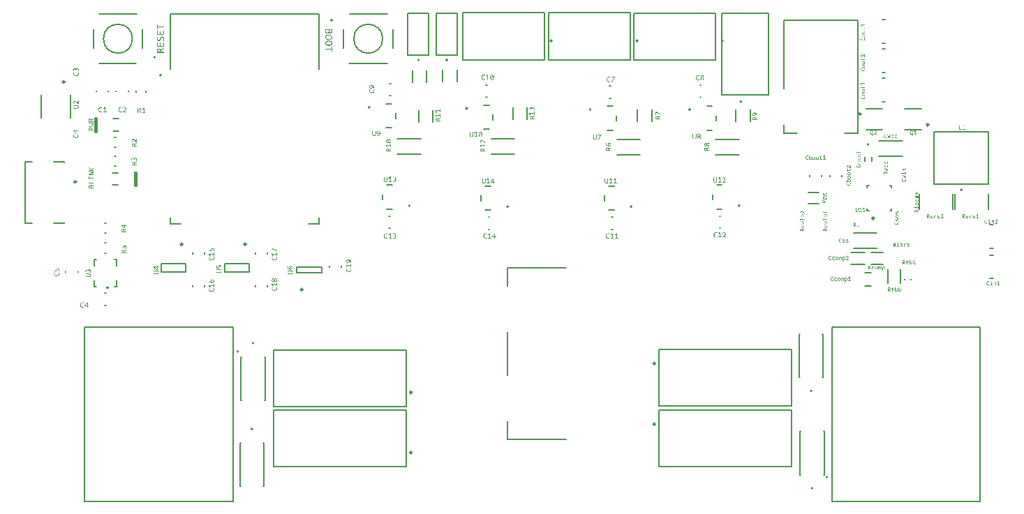
<source format=gto>
G04*
G04 #@! TF.GenerationSoftware,Altium Limited,Altium Designer,25.8.1 (18)*
G04*
G04 Layer_Color=65535*
%FSLAX25Y25*%
%MOIN*%
G70*
G04*
G04 #@! TF.SameCoordinates,84D38476-EC8B-4E85-A8E5-E5852804B053*
G04*
G04*
G04 #@! TF.FilePolarity,Positive*
G04*
G01*
G75*
%ADD10C,0.00787*%
%ADD11C,0.00984*%
%ADD12C,0.00500*%
%ADD13C,0.00600*%
%ADD14C,0.01575*%
G36*
X37939Y100382D02*
Y99382D01*
X36439D01*
Y100382D01*
X37939D01*
D02*
G37*
G36*
X399000Y137732D02*
X398203D01*
Y137191D01*
X398420D01*
X398456Y137187D01*
X398498Y137184D01*
X398541Y137181D01*
X398639Y137164D01*
X398646D01*
X398662Y137158D01*
X398689Y137151D01*
X398718Y137145D01*
X398757Y137132D01*
X398797Y137115D01*
X398836Y137099D01*
X398875Y137076D01*
X398879Y137073D01*
X398892Y137066D01*
X398912Y137050D01*
X398935Y137033D01*
X398961Y137007D01*
X398987Y136981D01*
X399013Y136945D01*
X399040Y136909D01*
X399043Y136905D01*
X399049Y136889D01*
X399059Y136866D01*
X399072Y136836D01*
X399085Y136797D01*
X399095Y136751D01*
X399102Y136702D01*
X399105Y136643D01*
Y136636D01*
Y136620D01*
X399102Y136590D01*
X399099Y136558D01*
X399089Y136515D01*
X399079Y136472D01*
X399062Y136426D01*
X399043Y136381D01*
X399040Y136374D01*
X399033Y136361D01*
X399017Y136338D01*
X398997Y136312D01*
X398974Y136279D01*
X398944Y136246D01*
X398908Y136210D01*
X398869Y136177D01*
X398866Y136174D01*
X398849Y136164D01*
X398826Y136148D01*
X398797Y136128D01*
X398757Y136108D01*
X398715Y136085D01*
X398666Y136066D01*
X398613Y136046D01*
X398607Y136043D01*
X398587Y136039D01*
X398557Y136033D01*
X398518Y136023D01*
X398472Y136013D01*
X398416Y136007D01*
X398357Y136003D01*
X398295Y136000D01*
X398239D01*
X398203Y136003D01*
X398183D01*
X398174Y136007D01*
X398141D01*
X398105Y136010D01*
X398088D01*
X398075Y136013D01*
X398042Y136016D01*
X398010Y136020D01*
X398003D01*
X397983Y136023D01*
X397957D01*
X397928Y136026D01*
Y136259D01*
X397931D01*
X397941Y136256D01*
X397957Y136253D01*
X397980Y136249D01*
X398006Y136243D01*
X398036Y136239D01*
X398072Y136233D01*
X398108Y136230D01*
X398128D01*
X398147Y136226D01*
X398206D01*
X398242Y136223D01*
X398361D01*
X398390Y136226D01*
X398420Y136230D01*
X398456Y136233D01*
X398528Y136249D01*
X398531D01*
X398544Y136256D01*
X398561Y136262D01*
X398584Y136272D01*
X398636Y136295D01*
X398689Y136331D01*
X398692Y136335D01*
X398698Y136341D01*
X398711Y136351D01*
X398728Y136367D01*
X398744Y136384D01*
X398761Y136407D01*
X398794Y136456D01*
X398797Y136459D01*
X398800Y136469D01*
X398807Y136485D01*
X398813Y136505D01*
X398820Y136531D01*
X398823Y136561D01*
X398830Y136590D01*
Y136627D01*
Y136630D01*
Y136633D01*
Y136643D01*
X398826Y136656D01*
X398823Y136686D01*
X398813Y136725D01*
X398797Y136767D01*
X398774Y136810D01*
X398741Y136849D01*
X398698Y136886D01*
X398692Y136889D01*
X398675Y136899D01*
X398646Y136912D01*
X398603Y136928D01*
X398551Y136945D01*
X398485Y136958D01*
X398410Y136968D01*
X398324Y136971D01*
X397960D01*
Y137955D01*
X399000D01*
Y137732D01*
D02*
G37*
G36*
X395842Y136695D02*
Y136692D01*
Y136689D01*
Y136669D01*
X395838Y136640D01*
X395835Y136600D01*
X395832Y136554D01*
X395822Y136508D01*
X395812Y136456D01*
X395796Y136407D01*
X395792Y136400D01*
X395786Y136387D01*
X395776Y136361D01*
X395763Y136331D01*
X395743Y136299D01*
X395720Y136259D01*
X395694Y136223D01*
X395661Y136187D01*
X395658Y136184D01*
X395645Y136174D01*
X395628Y136157D01*
X395602Y136138D01*
X395573Y136115D01*
X395536Y136092D01*
X395494Y136069D01*
X395448Y136049D01*
X395441Y136046D01*
X395425Y136043D01*
X395399Y136033D01*
X395366Y136026D01*
X395323Y136016D01*
X395274Y136007D01*
X395218Y136003D01*
X395159Y136000D01*
X395130D01*
X395097Y136003D01*
X395054Y136007D01*
X395005Y136010D01*
X394956Y136020D01*
X394903Y136030D01*
X394854Y136046D01*
X394848Y136049D01*
X394835Y136056D01*
X394812Y136066D01*
X394782Y136079D01*
X394749Y136098D01*
X394717Y136121D01*
X394684Y136148D01*
X394651Y136177D01*
X394648Y136180D01*
X394638Y136194D01*
X394625Y136213D01*
X394608Y136236D01*
X394589Y136269D01*
X394569Y136302D01*
X394552Y136344D01*
X394536Y136387D01*
Y136394D01*
X394530Y136410D01*
X394526Y136433D01*
X394520Y136466D01*
X394513Y136505D01*
X394507Y136551D01*
X394503Y136603D01*
X394500Y136656D01*
Y137955D01*
X394762D01*
Y136676D01*
Y136672D01*
Y136656D01*
Y136636D01*
X394766Y136610D01*
Y136577D01*
X394772Y136545D01*
X394782Y136479D01*
Y136476D01*
X394785Y136466D01*
X394792Y136449D01*
X394798Y136430D01*
X394821Y136384D01*
X394851Y136335D01*
X394854Y136331D01*
X394861Y136325D01*
X394871Y136315D01*
X394887Y136302D01*
X394903Y136289D01*
X394926Y136275D01*
X394979Y136249D01*
X394982D01*
X394992Y136246D01*
X395008Y136239D01*
X395031Y136236D01*
X395061Y136230D01*
X395094Y136223D01*
X395130Y136220D01*
X395189D01*
X395205Y136223D01*
X395241Y136226D01*
X395287Y136236D01*
X395336Y136249D01*
X395389Y136269D01*
X395435Y136299D01*
X395477Y136338D01*
X395481Y136344D01*
X395494Y136361D01*
X395510Y136387D01*
X395530Y136426D01*
X395546Y136476D01*
X395563Y136535D01*
X395576Y136600D01*
X395579Y136679D01*
Y137955D01*
X395842D01*
Y136695D01*
D02*
G37*
G36*
X397045Y136266D02*
X397475D01*
Y136026D01*
X396265D01*
Y136266D01*
X396760D01*
Y137673D01*
X396297Y137424D01*
X396206Y137643D01*
X396816Y137965D01*
X397045D01*
Y136266D01*
D02*
G37*
G36*
X394074Y130945D02*
X394113D01*
X394159Y130938D01*
X394209Y130932D01*
X394258Y130922D01*
X394304Y130909D01*
X394310D01*
X394323Y130902D01*
X394346Y130893D01*
X394373Y130883D01*
X394405Y130870D01*
X394438Y130850D01*
X394471Y130830D01*
X394500Y130807D01*
X394504Y130804D01*
X394514Y130794D01*
X394527Y130781D01*
X394543Y130761D01*
X394563Y130738D01*
X394582Y130712D01*
X394599Y130679D01*
X394615Y130647D01*
X394619Y130643D01*
X394622Y130630D01*
X394628Y130611D01*
X394635Y130584D01*
X394641Y130555D01*
X394648Y130519D01*
X394655Y130483D01*
Y130440D01*
Y130437D01*
Y130423D01*
Y130407D01*
X394651Y130384D01*
X394648Y130358D01*
X394641Y130328D01*
X394625Y130266D01*
Y130263D01*
X394622Y130253D01*
X394615Y130237D01*
X394605Y130220D01*
X394582Y130171D01*
X394546Y130122D01*
X394543Y130119D01*
X394536Y130112D01*
X394527Y130099D01*
X394510Y130082D01*
X394491Y130066D01*
X394468Y130046D01*
X394415Y130007D01*
X394412Y130004D01*
X394402Y130000D01*
X394386Y129991D01*
X394366Y129981D01*
X394340Y129971D01*
X394310Y129958D01*
X394274Y129948D01*
X394238Y129938D01*
X394241D01*
X394251Y129931D01*
X394268Y129925D01*
X394287Y129915D01*
X394307Y129902D01*
X394330Y129882D01*
X394353Y129863D01*
X394376Y129836D01*
X394379Y129833D01*
X394386Y129823D01*
X394399Y129810D01*
X394412Y129787D01*
X394431Y129761D01*
X394451Y129731D01*
X394471Y129692D01*
X394494Y129653D01*
X394802Y129020D01*
X394504D01*
X394215Y129636D01*
Y129640D01*
X394209Y129649D01*
X394202Y129659D01*
X394195Y129676D01*
X394172Y129715D01*
X394146Y129751D01*
Y129754D01*
X394140Y129761D01*
X394127Y129781D01*
X394104Y129804D01*
X394074Y129827D01*
X394071D01*
X394067Y129830D01*
X394048Y129843D01*
X394022Y129853D01*
X393989Y129866D01*
X393985D01*
X393982Y129869D01*
X393972D01*
X393959Y129873D01*
X393926Y129876D01*
X393884Y129879D01*
X393762D01*
Y129020D01*
X393500D01*
Y130948D01*
X394044D01*
X394074Y130945D01*
D02*
G37*
G36*
X395671Y130502D02*
X396340D01*
Y130286D01*
X395671D01*
Y129531D01*
Y129528D01*
Y129525D01*
Y129505D01*
X395675Y129479D01*
X395681Y129443D01*
X395691Y129403D01*
X395707Y129364D01*
X395727Y129328D01*
X395757Y129295D01*
X395760Y129292D01*
X395773Y129282D01*
X395793Y129269D01*
X395819Y129256D01*
X395855Y129243D01*
X395898Y129230D01*
X395947Y129220D01*
X396006Y129217D01*
X396052D01*
X396075Y129220D01*
X396104D01*
X396163Y129226D01*
X396167D01*
X396180Y129230D01*
X396196D01*
X396219Y129236D01*
X396245Y129239D01*
X396275Y129246D01*
X396340Y129262D01*
Y129039D01*
X396337D01*
X396324Y129036D01*
X396308Y129033D01*
X396285Y129030D01*
X396255Y129023D01*
X396226Y129020D01*
X396157Y129010D01*
X396140D01*
X396124Y129007D01*
X396098D01*
X396072Y129003D01*
X396039D01*
X395970Y129000D01*
X395944D01*
X395924Y129003D01*
X395901D01*
X395875Y129007D01*
X395812Y129016D01*
X395747Y129030D01*
X395678Y129052D01*
X395612Y129082D01*
X395580Y129102D01*
X395553Y129125D01*
X395547Y129131D01*
X395530Y129148D01*
X395511Y129177D01*
X395484Y129220D01*
X395458Y129276D01*
X395439Y129341D01*
X395422Y129420D01*
X395415Y129512D01*
Y130286D01*
X395002D01*
Y130502D01*
X395415D01*
Y130909D01*
X395671Y130978D01*
Y130502D01*
D02*
G37*
G36*
X409779Y160034D02*
X409786Y160020D01*
X409793Y160001D01*
X409802Y159974D01*
X409809Y159942D01*
X409819Y159906D01*
X409835Y159830D01*
Y159827D01*
X409838Y159810D01*
X409842Y159791D01*
X409845Y159765D01*
X409848Y159732D01*
X409852Y159692D01*
X409855Y159610D01*
Y159578D01*
X409852Y159551D01*
X409848Y159522D01*
X409845Y159489D01*
X409838Y159453D01*
X409832Y159410D01*
X409809Y159325D01*
X409793Y159279D01*
X409773Y159233D01*
X409753Y159190D01*
X409727Y159148D01*
X409697Y159105D01*
X409665Y159069D01*
X409661Y159066D01*
X409655Y159063D01*
X409645Y159053D01*
X409628Y159040D01*
X409609Y159027D01*
X409586Y159010D01*
X409556Y158994D01*
X409523Y158977D01*
X409487Y158958D01*
X409445Y158941D01*
X409399Y158925D01*
X409350Y158912D01*
X409297Y158899D01*
X409238Y158889D01*
X409176Y158886D01*
X409110Y158882D01*
X409107D01*
X409104D01*
X409094D01*
X409081D01*
X409048Y158886D01*
X409005Y158889D01*
X408956Y158895D01*
X408900Y158905D01*
X408845Y158918D01*
X408792Y158935D01*
X408789D01*
X408786Y158938D01*
X408769Y158944D01*
X408740Y158958D01*
X408707Y158974D01*
X408668Y158997D01*
X408628Y159023D01*
X408586Y159053D01*
X408546Y159089D01*
X408543Y159092D01*
X408530Y159105D01*
X408510Y159128D01*
X408487Y159154D01*
X408464Y159190D01*
X408438Y159230D01*
X408412Y159276D01*
X408389Y159325D01*
X408385Y159332D01*
X408379Y159348D01*
X408372Y159378D01*
X408359Y159414D01*
X408349Y159459D01*
X408343Y159512D01*
X408336Y159568D01*
X408333Y159627D01*
Y159669D01*
X408336Y159696D01*
Y159732D01*
X408340Y159768D01*
X408349Y159843D01*
Y159846D01*
X408353Y159860D01*
X408356Y159879D01*
X408362Y159906D01*
X408369Y159935D01*
X408379Y159968D01*
X408402Y160037D01*
X408648D01*
X408644Y160034D01*
X408641Y160020D01*
X408631Y160001D01*
X408622Y159974D01*
X408608Y159945D01*
X408595Y159912D01*
X408576Y159840D01*
Y159837D01*
X408572Y159824D01*
X408569Y159804D01*
X408563Y159778D01*
X408559Y159745D01*
X408556Y159712D01*
X408553Y159633D01*
Y159617D01*
X408556Y159597D01*
Y159574D01*
X408563Y159545D01*
X408569Y159512D01*
X408579Y159479D01*
X408592Y159446D01*
Y159443D01*
X408599Y159433D01*
X408608Y159414D01*
X408618Y159394D01*
X408635Y159371D01*
X408654Y159345D01*
X408674Y159318D01*
X408700Y159292D01*
X408704Y159289D01*
X408713Y159282D01*
X408727Y159269D01*
X408746Y159256D01*
X408772Y159236D01*
X408802Y159220D01*
X408835Y159204D01*
X408871Y159187D01*
X408874D01*
X408887Y159181D01*
X408910Y159177D01*
X408936Y159171D01*
X408973Y159164D01*
X409012Y159158D01*
X409055Y159154D01*
X409104Y159151D01*
X409107D01*
X409117D01*
X409130D01*
X409146Y159154D01*
X409169D01*
X409196Y159158D01*
X409255Y159168D01*
X409317Y159184D01*
X409386Y159204D01*
X409448Y159236D01*
X409504Y159279D01*
X409510Y159286D01*
X409523Y159302D01*
X409547Y159332D01*
X409570Y159374D01*
X409592Y159427D01*
X409615Y159489D01*
X409628Y159561D01*
X409635Y159643D01*
Y159683D01*
X409632Y159709D01*
X409628Y159738D01*
X409625Y159774D01*
X409612Y159846D01*
Y159850D01*
X409609Y159863D01*
X409602Y159883D01*
X409596Y159909D01*
X409586Y159935D01*
X409573Y159968D01*
X409540Y160037D01*
X409779D01*
Y160034D01*
D02*
G37*
G36*
Y158370D02*
X409786Y158357D01*
X409793Y158338D01*
X409802Y158311D01*
X409809Y158279D01*
X409819Y158243D01*
X409835Y158167D01*
Y158164D01*
X409838Y158148D01*
X409842Y158128D01*
X409845Y158102D01*
X409848Y158069D01*
X409852Y158029D01*
X409855Y157947D01*
Y157915D01*
X409852Y157888D01*
X409848Y157859D01*
X409845Y157826D01*
X409838Y157790D01*
X409832Y157747D01*
X409809Y157662D01*
X409793Y157616D01*
X409773Y157570D01*
X409753Y157528D01*
X409727Y157485D01*
X409697Y157442D01*
X409665Y157406D01*
X409661Y157403D01*
X409655Y157400D01*
X409645Y157390D01*
X409628Y157377D01*
X409609Y157364D01*
X409586Y157347D01*
X409556Y157331D01*
X409523Y157314D01*
X409487Y157295D01*
X409445Y157278D01*
X409399Y157262D01*
X409350Y157249D01*
X409297Y157236D01*
X409238Y157226D01*
X409176Y157222D01*
X409110Y157219D01*
X409107D01*
X409104D01*
X409094D01*
X409081D01*
X409048Y157222D01*
X409005Y157226D01*
X408956Y157232D01*
X408900Y157242D01*
X408845Y157255D01*
X408792Y157272D01*
X408789D01*
X408786Y157275D01*
X408769Y157282D01*
X408740Y157295D01*
X408707Y157311D01*
X408668Y157334D01*
X408628Y157360D01*
X408586Y157390D01*
X408546Y157426D01*
X408543Y157429D01*
X408530Y157442D01*
X408510Y157465D01*
X408487Y157492D01*
X408464Y157528D01*
X408438Y157567D01*
X408412Y157613D01*
X408389Y157662D01*
X408385Y157669D01*
X408379Y157685D01*
X408372Y157714D01*
X408359Y157751D01*
X408349Y157797D01*
X408343Y157849D01*
X408336Y157905D01*
X408333Y157964D01*
Y158006D01*
X408336Y158033D01*
Y158069D01*
X408340Y158105D01*
X408349Y158180D01*
Y158184D01*
X408353Y158197D01*
X408356Y158216D01*
X408362Y158243D01*
X408369Y158272D01*
X408379Y158305D01*
X408402Y158374D01*
X408648D01*
X408644Y158370D01*
X408641Y158357D01*
X408631Y158338D01*
X408622Y158311D01*
X408608Y158282D01*
X408595Y158249D01*
X408576Y158177D01*
Y158174D01*
X408572Y158161D01*
X408569Y158141D01*
X408563Y158115D01*
X408559Y158082D01*
X408556Y158049D01*
X408553Y157970D01*
Y157954D01*
X408556Y157934D01*
Y157911D01*
X408563Y157882D01*
X408569Y157849D01*
X408579Y157816D01*
X408592Y157783D01*
Y157780D01*
X408599Y157770D01*
X408608Y157751D01*
X408618Y157731D01*
X408635Y157708D01*
X408654Y157682D01*
X408674Y157656D01*
X408700Y157629D01*
X408704Y157626D01*
X408713Y157619D01*
X408727Y157606D01*
X408746Y157593D01*
X408772Y157573D01*
X408802Y157557D01*
X408835Y157541D01*
X408871Y157524D01*
X408874D01*
X408887Y157518D01*
X408910Y157514D01*
X408936Y157508D01*
X408973Y157501D01*
X409012Y157495D01*
X409055Y157492D01*
X409104Y157488D01*
X409107D01*
X409117D01*
X409130D01*
X409146Y157492D01*
X409169D01*
X409196Y157495D01*
X409255Y157505D01*
X409317Y157521D01*
X409386Y157541D01*
X409448Y157573D01*
X409504Y157616D01*
X409510Y157623D01*
X409523Y157639D01*
X409547Y157669D01*
X409570Y157711D01*
X409592Y157764D01*
X409615Y157826D01*
X409628Y157898D01*
X409635Y157980D01*
Y158020D01*
X409632Y158046D01*
X409628Y158075D01*
X409625Y158111D01*
X409612Y158184D01*
Y158187D01*
X409609Y158200D01*
X409602Y158220D01*
X409596Y158246D01*
X409586Y158272D01*
X409573Y158305D01*
X409540Y158374D01*
X409779D01*
Y158370D01*
D02*
G37*
G36*
X409835Y156294D02*
Y155999D01*
X408353Y155419D01*
Y155710D01*
X409337Y156075D01*
X409576Y156153D01*
X409330Y156235D01*
X408353Y156596D01*
Y156878D01*
X409835Y156294D01*
D02*
G37*
G36*
Y154917D02*
X409219Y154628D01*
X409215D01*
X409205Y154622D01*
X409196Y154615D01*
X409179Y154608D01*
X409140Y154585D01*
X409104Y154559D01*
X409100D01*
X409094Y154553D01*
X409074Y154540D01*
X409051Y154516D01*
X409028Y154487D01*
Y154484D01*
X409025Y154480D01*
X409012Y154461D01*
X409002Y154435D01*
X408989Y154402D01*
Y154398D01*
X408986Y154395D01*
Y154385D01*
X408982Y154372D01*
X408979Y154339D01*
X408976Y154297D01*
Y154175D01*
X409835D01*
Y153913D01*
X407906D01*
Y154457D01*
X407910Y154487D01*
Y154526D01*
X407916Y154572D01*
X407923Y154622D01*
X407933Y154671D01*
X407946Y154717D01*
Y154723D01*
X407952Y154736D01*
X407962Y154759D01*
X407972Y154786D01*
X407985Y154818D01*
X408005Y154851D01*
X408025Y154884D01*
X408048Y154913D01*
X408051Y154917D01*
X408061Y154927D01*
X408074Y154940D01*
X408094Y154956D01*
X408116Y154976D01*
X408143Y154995D01*
X408176Y155012D01*
X408208Y155028D01*
X408212Y155032D01*
X408225Y155035D01*
X408244Y155041D01*
X408271Y155048D01*
X408300Y155054D01*
X408336Y155061D01*
X408372Y155068D01*
X408415D01*
X408418D01*
X408431D01*
X408448D01*
X408471Y155064D01*
X408497Y155061D01*
X408526Y155054D01*
X408589Y155038D01*
X408592D01*
X408602Y155035D01*
X408618Y155028D01*
X408635Y155018D01*
X408684Y154995D01*
X408733Y154959D01*
X408736Y154956D01*
X408743Y154949D01*
X408756Y154940D01*
X408772Y154923D01*
X408789Y154904D01*
X408809Y154881D01*
X408848Y154828D01*
X408851Y154825D01*
X408854Y154815D01*
X408864Y154799D01*
X408874Y154779D01*
X408884Y154753D01*
X408897Y154723D01*
X408907Y154687D01*
X408917Y154651D01*
Y154654D01*
X408923Y154664D01*
X408930Y154681D01*
X408940Y154700D01*
X408953Y154720D01*
X408973Y154743D01*
X408992Y154766D01*
X409018Y154789D01*
X409022Y154792D01*
X409032Y154799D01*
X409045Y154812D01*
X409068Y154825D01*
X409094Y154844D01*
X409123Y154864D01*
X409163Y154884D01*
X409202Y154907D01*
X409835Y155215D01*
Y154917D01*
D02*
G37*
G36*
X396954Y165418D02*
X396957Y165405D01*
X396961Y165388D01*
X396964Y165365D01*
X396971Y165336D01*
X396974Y165306D01*
X396984Y165237D01*
Y165221D01*
X396987Y165205D01*
Y165179D01*
X396990Y165152D01*
Y165119D01*
X396993Y165050D01*
Y165024D01*
X396990Y165005D01*
Y164982D01*
X396987Y164955D01*
X396977Y164893D01*
X396964Y164828D01*
X396941Y164759D01*
X396911Y164693D01*
X396892Y164660D01*
X396869Y164634D01*
X396862Y164627D01*
X396846Y164611D01*
X396816Y164591D01*
X396774Y164565D01*
X396718Y164539D01*
X396652Y164519D01*
X396574Y164503D01*
X396482Y164496D01*
X395708D01*
Y164083D01*
X395491D01*
Y164496D01*
X395085D01*
X395016Y164752D01*
X395491D01*
Y165421D01*
X395708D01*
Y164752D01*
X396462D01*
X396465D01*
X396469D01*
X396488D01*
X396515Y164755D01*
X396551Y164762D01*
X396590Y164772D01*
X396629Y164788D01*
X396665Y164808D01*
X396698Y164837D01*
X396702Y164841D01*
X396711Y164854D01*
X396725Y164873D01*
X396738Y164900D01*
X396751Y164936D01*
X396764Y164978D01*
X396774Y165028D01*
X396777Y165087D01*
Y165132D01*
X396774Y165155D01*
Y165185D01*
X396767Y165244D01*
Y165247D01*
X396764Y165261D01*
Y165277D01*
X396757Y165300D01*
X396754Y165326D01*
X396747Y165356D01*
X396731Y165421D01*
X396954D01*
Y165418D01*
D02*
G37*
G36*
X396285Y163850D02*
X396328Y163847D01*
X396377Y163840D01*
X396429Y163834D01*
X396485Y163821D01*
X396541Y163804D01*
X396547Y163801D01*
X396564Y163794D01*
X396590Y163785D01*
X396623Y163768D01*
X396662Y163748D01*
X396705Y163725D01*
X396747Y163696D01*
X396787Y163663D01*
X396790Y163660D01*
X396803Y163647D01*
X396823Y163627D01*
X396846Y163601D01*
X396869Y163568D01*
X396895Y163532D01*
X396921Y163486D01*
X396944Y163440D01*
X396948Y163434D01*
X396954Y163417D01*
X396961Y163391D01*
X396971Y163355D01*
X396984Y163309D01*
X396990Y163260D01*
X396997Y163204D01*
X397000Y163142D01*
Y163115D01*
X396997Y163083D01*
X396993Y163047D01*
X396987Y163001D01*
X396980Y162951D01*
X396967Y162902D01*
X396951Y162853D01*
X396948Y162846D01*
X396941Y162833D01*
X396931Y162810D01*
X396915Y162781D01*
X396895Y162745D01*
X396869Y162712D01*
X396839Y162676D01*
X396807Y162640D01*
X396803Y162636D01*
X396790Y162627D01*
X396770Y162610D01*
X396741Y162591D01*
X396708Y162571D01*
X396665Y162548D01*
X396620Y162528D01*
X396570Y162508D01*
X396567D01*
X396564Y162505D01*
X396544Y162502D01*
X396515Y162495D01*
X396475Y162486D01*
X396426Y162476D01*
X396370Y162469D01*
X396308Y162466D01*
X396242Y162463D01*
X396239D01*
X396236D01*
X396226D01*
X396213D01*
X396180Y162466D01*
X396141Y162469D01*
X396091Y162472D01*
X396039Y162482D01*
X395983Y162492D01*
X395931Y162508D01*
X395927D01*
X395924Y162512D01*
X395908Y162518D01*
X395878Y162528D01*
X395845Y162545D01*
X395806Y162564D01*
X395767Y162591D01*
X395724Y162617D01*
X395685Y162650D01*
X395681Y162653D01*
X395668Y162666D01*
X395649Y162686D01*
X395626Y162712D01*
X395599Y162745D01*
X395573Y162784D01*
X395547Y162827D01*
X395524Y162873D01*
X395521Y162879D01*
X395514Y162896D01*
X395504Y162922D01*
X395495Y162958D01*
X395485Y163004D01*
X395475Y163053D01*
X395468Y163109D01*
X395465Y163171D01*
Y163197D01*
X395468Y163230D01*
X395472Y163266D01*
X395478Y163312D01*
X395488Y163358D01*
X395501Y163407D01*
X395517Y163456D01*
X395521Y163463D01*
X395527Y163479D01*
X395537Y163502D01*
X395553Y163532D01*
X395573Y163565D01*
X395599Y163601D01*
X395629Y163637D01*
X395662Y163670D01*
X395665Y163673D01*
X395678Y163683D01*
X395698Y163699D01*
X395727Y163719D01*
X395760Y163742D01*
X395803Y163765D01*
X395849Y163785D01*
X395898Y163804D01*
X395904Y163807D01*
X395924Y163811D01*
X395954Y163821D01*
X395990Y163830D01*
X396039Y163837D01*
X396095Y163847D01*
X396157Y163850D01*
X396223Y163853D01*
X396226D01*
X396229D01*
X396239D01*
X396252D01*
X396285Y163850D01*
D02*
G37*
G36*
Y162187D02*
X396328Y162184D01*
X396377Y162177D01*
X396429Y162171D01*
X396485Y162158D01*
X396541Y162141D01*
X396547Y162138D01*
X396564Y162131D01*
X396590Y162121D01*
X396623Y162105D01*
X396662Y162085D01*
X396705Y162063D01*
X396747Y162033D01*
X396787Y162000D01*
X396790Y161997D01*
X396803Y161984D01*
X396823Y161964D01*
X396846Y161938D01*
X396869Y161905D01*
X396895Y161869D01*
X396921Y161823D01*
X396944Y161777D01*
X396948Y161771D01*
X396954Y161754D01*
X396961Y161728D01*
X396971Y161692D01*
X396984Y161646D01*
X396990Y161597D01*
X396997Y161541D01*
X397000Y161479D01*
Y161452D01*
X396997Y161420D01*
X396993Y161383D01*
X396987Y161338D01*
X396980Y161288D01*
X396967Y161239D01*
X396951Y161190D01*
X396948Y161183D01*
X396941Y161170D01*
X396931Y161147D01*
X396915Y161118D01*
X396895Y161082D01*
X396869Y161049D01*
X396839Y161013D01*
X396807Y160977D01*
X396803Y160974D01*
X396790Y160964D01*
X396770Y160947D01*
X396741Y160928D01*
X396708Y160908D01*
X396665Y160885D01*
X396620Y160865D01*
X396570Y160846D01*
X396567D01*
X396564Y160842D01*
X396544Y160839D01*
X396515Y160833D01*
X396475Y160823D01*
X396426Y160813D01*
X396370Y160806D01*
X396308Y160803D01*
X396242Y160800D01*
X396239D01*
X396236D01*
X396226D01*
X396213D01*
X396180Y160803D01*
X396141Y160806D01*
X396091Y160810D01*
X396039Y160819D01*
X395983Y160829D01*
X395931Y160846D01*
X395927D01*
X395924Y160849D01*
X395908Y160855D01*
X395878Y160865D01*
X395845Y160882D01*
X395806Y160901D01*
X395767Y160928D01*
X395724Y160954D01*
X395685Y160987D01*
X395681Y160990D01*
X395668Y161003D01*
X395649Y161023D01*
X395626Y161049D01*
X395599Y161082D01*
X395573Y161121D01*
X395547Y161164D01*
X395524Y161210D01*
X395521Y161216D01*
X395514Y161233D01*
X395504Y161259D01*
X395495Y161295D01*
X395485Y161341D01*
X395475Y161390D01*
X395468Y161446D01*
X395465Y161508D01*
Y161534D01*
X395468Y161567D01*
X395472Y161603D01*
X395478Y161649D01*
X395488Y161695D01*
X395501Y161744D01*
X395517Y161793D01*
X395521Y161800D01*
X395527Y161817D01*
X395537Y161839D01*
X395553Y161869D01*
X395573Y161902D01*
X395599Y161938D01*
X395629Y161974D01*
X395662Y162007D01*
X395665Y162010D01*
X395678Y162020D01*
X395698Y162036D01*
X395727Y162056D01*
X395760Y162079D01*
X395803Y162102D01*
X395849Y162121D01*
X395898Y162141D01*
X395904Y162144D01*
X395924Y162148D01*
X395954Y162158D01*
X395990Y162167D01*
X396039Y162174D01*
X396095Y162184D01*
X396157Y162187D01*
X396223Y162190D01*
X396226D01*
X396229D01*
X396239D01*
X396252D01*
X396285Y162187D01*
D02*
G37*
G36*
X396272Y160501D02*
X396318Y160498D01*
X396367Y160491D01*
X396423Y160482D01*
X396482Y160468D01*
X396537Y160452D01*
X396544Y160449D01*
X396561Y160442D01*
X396590Y160429D01*
X396623Y160413D01*
X396662Y160393D01*
X396702Y160367D01*
X396744Y160337D01*
X396783Y160304D01*
X396787Y160301D01*
X396800Y160288D01*
X396820Y160268D01*
X396839Y160242D01*
X396866Y160209D01*
X396892Y160170D01*
X396915Y160127D01*
X396938Y160078D01*
X396941Y160072D01*
X396944Y160055D01*
X396954Y160026D01*
X396964Y159990D01*
X396974Y159947D01*
X396980Y159894D01*
X396987Y159839D01*
X396990Y159776D01*
Y159727D01*
X396987Y159694D01*
X396984Y159652D01*
X396980Y159609D01*
X396974Y159560D01*
X396967Y159507D01*
Y159501D01*
X396961Y159484D01*
X396957Y159458D01*
X396948Y159422D01*
X396938Y159383D01*
X396921Y159337D01*
X396888Y159238D01*
X394888D01*
Y159494D01*
X395465D01*
X395734Y159481D01*
X395731Y159488D01*
X395714Y159501D01*
X395688Y159524D01*
X395655Y159553D01*
X395622Y159589D01*
X395586Y159629D01*
X395553Y159671D01*
X395527Y159717D01*
X395524Y159724D01*
X395517Y159740D01*
X395508Y159766D01*
X395495Y159799D01*
X395485Y159839D01*
X395475Y159888D01*
X395468Y159937D01*
X395465Y159990D01*
Y160012D01*
X395468Y160035D01*
X395472Y160065D01*
X395478Y160101D01*
X395488Y160137D01*
X395501Y160177D01*
X395521Y160213D01*
X395524Y160216D01*
X395531Y160229D01*
X395544Y160245D01*
X395560Y160268D01*
X395580Y160295D01*
X395606Y160321D01*
X395636Y160347D01*
X395672Y160373D01*
X395675Y160377D01*
X395688Y160383D01*
X395708Y160396D01*
X395737Y160409D01*
X395770Y160426D01*
X395809Y160442D01*
X395855Y160459D01*
X395904Y160472D01*
X395911D01*
X395927Y160478D01*
X395957Y160482D01*
X395993Y160488D01*
X396036Y160495D01*
X396088Y160498D01*
X396144Y160504D01*
X396206D01*
X396210D01*
X396213D01*
X396223D01*
X396236D01*
X396272Y160501D01*
D02*
G37*
G36*
X396075Y158891D02*
X396114Y158887D01*
X396160Y158884D01*
X396255Y158871D01*
X396262D01*
X396278Y158868D01*
X396301Y158861D01*
X396334Y158855D01*
X396370Y158845D01*
X396410Y158832D01*
X396492Y158802D01*
X396495Y158799D01*
X396511Y158792D01*
X396531Y158782D01*
X396557Y158769D01*
X396587Y158753D01*
X396623Y158733D01*
X396692Y158681D01*
X396695Y158677D01*
X396705Y158668D01*
X396725Y158651D01*
X396744Y158628D01*
X396767Y158602D01*
X396793Y158569D01*
X396820Y158533D01*
X396843Y158494D01*
X396846Y158491D01*
X396852Y158474D01*
X396866Y158451D01*
X396879Y158422D01*
X396895Y158386D01*
X396911Y158343D01*
X396928Y158294D01*
X396941Y158241D01*
Y158235D01*
X396948Y158215D01*
X396951Y158186D01*
X396957Y158146D01*
X396964Y158097D01*
X396967Y158041D01*
X396974Y157979D01*
Y157500D01*
X395045D01*
Y158038D01*
X395048Y158071D01*
X395052Y158107D01*
X395058Y158149D01*
X395065Y158199D01*
X395075Y158251D01*
X395088Y158304D01*
X395101Y158359D01*
X395121Y158415D01*
X395144Y158471D01*
X395170Y158527D01*
X395203Y158579D01*
X395235Y158628D01*
X395278Y158671D01*
X395281Y158674D01*
X395288Y158681D01*
X395301Y158691D01*
X395321Y158707D01*
X395347Y158723D01*
X395376Y158743D01*
X395412Y158763D01*
X395455Y158782D01*
X395501Y158802D01*
X395553Y158825D01*
X395613Y158842D01*
X395675Y158858D01*
X395747Y158874D01*
X395823Y158884D01*
X395901Y158891D01*
X395990Y158894D01*
X395996D01*
X396013D01*
X396039D01*
X396075Y158891D01*
D02*
G37*
G36*
X408945Y173475D02*
X408984Y173471D01*
X409023Y173468D01*
X409112Y173455D01*
X409119D01*
X409132Y173452D01*
X409155Y173445D01*
X409184Y173439D01*
X409217Y173429D01*
X409253Y173416D01*
X409335Y173386D01*
Y173127D01*
X409332Y173130D01*
X409315Y173137D01*
X409296Y173147D01*
X409266Y173160D01*
X409233Y173173D01*
X409197Y173186D01*
X409115Y173212D01*
X409109D01*
X409095Y173219D01*
X409073Y173222D01*
X409043Y173229D01*
X409007Y173235D01*
X408964Y173238D01*
X408918Y173245D01*
X408846D01*
X408820Y173242D01*
X408787Y173238D01*
X408751Y173232D01*
X408708Y173222D01*
X408666Y173209D01*
X408623Y173193D01*
X408620Y173189D01*
X408607Y173183D01*
X408584Y173170D01*
X408561Y173153D01*
X408531Y173133D01*
X408499Y173107D01*
X408466Y173078D01*
X408436Y173042D01*
X408433Y173038D01*
X408423Y173025D01*
X408410Y173005D01*
X408394Y172976D01*
X408374Y172943D01*
X408354Y172901D01*
X408335Y172855D01*
X408318Y172805D01*
Y172799D01*
X408312Y172783D01*
X408305Y172753D01*
X408298Y172714D01*
X408292Y172668D01*
X408285Y172615D01*
X408282Y172556D01*
X408279Y172491D01*
Y172487D01*
Y172474D01*
Y172455D01*
X408282Y172428D01*
Y172399D01*
X408285Y172363D01*
X408292Y172323D01*
X408298Y172281D01*
X408315Y172189D01*
X408341Y172094D01*
X408381Y172005D01*
X408403Y171966D01*
X408430Y171926D01*
X408433Y171923D01*
X408436Y171920D01*
X408446Y171910D01*
X408459Y171897D01*
X408472Y171884D01*
X408492Y171867D01*
X408515Y171848D01*
X408541Y171831D01*
X408571Y171815D01*
X408603Y171795D01*
X408643Y171779D01*
X408682Y171766D01*
X408725Y171753D01*
X408771Y171746D01*
X408823Y171739D01*
X408876Y171736D01*
X408922D01*
X408951Y171739D01*
X408987Y171743D01*
X409027Y171746D01*
X409112Y171762D01*
X409119D01*
X409132Y171769D01*
X409155Y171775D01*
X409184Y171785D01*
X409217Y171795D01*
X409253Y171808D01*
X409335Y171844D01*
Y171595D01*
X409332D01*
X409325Y171592D01*
X409312Y171585D01*
X409296Y171582D01*
X409273Y171572D01*
X409246Y171566D01*
X409220Y171556D01*
X409187Y171549D01*
X409112Y171529D01*
X409030Y171516D01*
X408941Y171503D01*
X408846Y171500D01*
X408830D01*
X408807Y171503D01*
X408777D01*
X408745Y171507D01*
X408705Y171513D01*
X408663Y171520D01*
X408613Y171529D01*
X408564Y171543D01*
X408512Y171559D01*
X408459Y171579D01*
X408407Y171602D01*
X408357Y171631D01*
X408308Y171664D01*
X408259Y171700D01*
X408216Y171743D01*
X408213Y171746D01*
X408207Y171756D01*
X408197Y171769D01*
X408184Y171789D01*
X408167Y171815D01*
X408148Y171844D01*
X408128Y171884D01*
X408108Y171926D01*
X408089Y171972D01*
X408069Y172028D01*
X408049Y172087D01*
X408033Y172149D01*
X408020Y172222D01*
X408010Y172297D01*
X408003Y172379D01*
X408000Y172464D01*
Y172468D01*
Y172474D01*
Y172487D01*
Y172504D01*
X408003Y172523D01*
Y172550D01*
X408007Y172605D01*
X408013Y172668D01*
X408026Y172740D01*
X408039Y172812D01*
X408059Y172884D01*
Y172887D01*
X408062Y172894D01*
X408066Y172904D01*
X408069Y172917D01*
X408085Y172950D01*
X408102Y172996D01*
X408128Y173045D01*
X408157Y173097D01*
X408190Y173153D01*
X408230Y173202D01*
X408236Y173209D01*
X408249Y173225D01*
X408276Y173248D01*
X408308Y173278D01*
X408348Y173311D01*
X408394Y173343D01*
X408446Y173376D01*
X408502Y173406D01*
X408505D01*
X408508Y173409D01*
X408518Y173412D01*
X408531Y173416D01*
X408564Y173429D01*
X408607Y173442D01*
X408659Y173455D01*
X408722Y173468D01*
X408790Y173475D01*
X408863Y173478D01*
X408912D01*
X408945Y173475D01*
D02*
G37*
G36*
X413901Y173022D02*
X413937D01*
X413973Y173019D01*
X414048Y173009D01*
X414052D01*
X414065Y173005D01*
X414084Y173002D01*
X414111Y172996D01*
X414140Y172989D01*
X414173Y172979D01*
X414242Y172956D01*
Y172710D01*
X414239Y172714D01*
X414225Y172717D01*
X414206Y172727D01*
X414180Y172737D01*
X414150Y172750D01*
X414117Y172763D01*
X414045Y172783D01*
X414042D01*
X414029Y172786D01*
X414009Y172789D01*
X413983Y172796D01*
X413950Y172799D01*
X413917Y172802D01*
X413838Y172805D01*
X413822D01*
X413802Y172802D01*
X413779D01*
X413750Y172796D01*
X413717Y172789D01*
X413684Y172779D01*
X413651Y172766D01*
X413648D01*
X413638Y172759D01*
X413619Y172750D01*
X413599Y172740D01*
X413576Y172723D01*
X413550Y172704D01*
X413523Y172684D01*
X413497Y172658D01*
X413494Y172655D01*
X413487Y172645D01*
X413474Y172632D01*
X413461Y172612D01*
X413442Y172586D01*
X413425Y172556D01*
X413409Y172523D01*
X413392Y172487D01*
Y172484D01*
X413386Y172471D01*
X413382Y172448D01*
X413376Y172422D01*
X413369Y172386D01*
X413363Y172346D01*
X413359Y172304D01*
X413356Y172254D01*
Y172251D01*
Y172241D01*
Y172228D01*
X413359Y172212D01*
Y172189D01*
X413363Y172163D01*
X413373Y172104D01*
X413389Y172041D01*
X413409Y171972D01*
X413442Y171910D01*
X413484Y171854D01*
X413491Y171848D01*
X413507Y171835D01*
X413537Y171812D01*
X413579Y171789D01*
X413632Y171766D01*
X413694Y171743D01*
X413766Y171730D01*
X413848Y171723D01*
X413888D01*
X413914Y171726D01*
X413943Y171730D01*
X413979Y171733D01*
X414052Y171746D01*
X414055D01*
X414068Y171749D01*
X414088Y171756D01*
X414114Y171762D01*
X414140Y171772D01*
X414173Y171785D01*
X414242Y171818D01*
Y171579D01*
X414239D01*
X414225Y171572D01*
X414206Y171566D01*
X414180Y171556D01*
X414147Y171549D01*
X414111Y171539D01*
X414035Y171523D01*
X414032D01*
X414015Y171520D01*
X413996Y171516D01*
X413970Y171513D01*
X413937Y171510D01*
X413897Y171507D01*
X413815Y171503D01*
X413783D01*
X413756Y171507D01*
X413727Y171510D01*
X413694Y171513D01*
X413658Y171520D01*
X413615Y171526D01*
X413530Y171549D01*
X413484Y171566D01*
X413438Y171585D01*
X413396Y171605D01*
X413353Y171631D01*
X413310Y171661D01*
X413274Y171694D01*
X413271Y171697D01*
X413268Y171703D01*
X413258Y171713D01*
X413245Y171730D01*
X413232Y171749D01*
X413215Y171772D01*
X413199Y171802D01*
X413182Y171835D01*
X413163Y171871D01*
X413146Y171913D01*
X413130Y171959D01*
X413117Y172008D01*
X413104Y172061D01*
X413094Y172120D01*
X413091Y172182D01*
X413087Y172248D01*
Y172251D01*
Y172254D01*
Y172264D01*
Y172277D01*
X413091Y172310D01*
X413094Y172353D01*
X413100Y172402D01*
X413110Y172458D01*
X413123Y172513D01*
X413140Y172566D01*
Y172569D01*
X413143Y172573D01*
X413150Y172589D01*
X413163Y172618D01*
X413179Y172651D01*
X413202Y172691D01*
X413228Y172730D01*
X413258Y172773D01*
X413294Y172812D01*
X413297Y172815D01*
X413310Y172828D01*
X413333Y172848D01*
X413359Y172871D01*
X413396Y172894D01*
X413435Y172920D01*
X413481Y172947D01*
X413530Y172969D01*
X413537Y172973D01*
X413553Y172979D01*
X413583Y172986D01*
X413619Y172999D01*
X413665Y173009D01*
X413717Y173015D01*
X413773Y173022D01*
X413832Y173025D01*
X413874D01*
X413901Y173022D01*
D02*
G37*
G36*
X412238D02*
X412274D01*
X412310Y173019D01*
X412385Y173009D01*
X412389D01*
X412402Y173005D01*
X412421Y173002D01*
X412448Y172996D01*
X412477Y172989D01*
X412510Y172979D01*
X412579Y172956D01*
Y172710D01*
X412576Y172714D01*
X412563Y172717D01*
X412543Y172727D01*
X412517Y172737D01*
X412487Y172750D01*
X412454Y172763D01*
X412382Y172783D01*
X412379D01*
X412366Y172786D01*
X412346Y172789D01*
X412320Y172796D01*
X412287Y172799D01*
X412254Y172802D01*
X412175Y172805D01*
X412159D01*
X412139Y172802D01*
X412116D01*
X412087Y172796D01*
X412054Y172789D01*
X412021Y172779D01*
X411988Y172766D01*
X411985D01*
X411975Y172759D01*
X411956Y172750D01*
X411936Y172740D01*
X411913Y172723D01*
X411887Y172704D01*
X411861Y172684D01*
X411834Y172658D01*
X411831Y172655D01*
X411825Y172645D01*
X411811Y172632D01*
X411798Y172612D01*
X411779Y172586D01*
X411762Y172556D01*
X411746Y172523D01*
X411729Y172487D01*
Y172484D01*
X411723Y172471D01*
X411720Y172448D01*
X411713Y172422D01*
X411706Y172386D01*
X411700Y172346D01*
X411697Y172304D01*
X411693Y172254D01*
Y172251D01*
Y172241D01*
Y172228D01*
X411697Y172212D01*
Y172189D01*
X411700Y172163D01*
X411710Y172104D01*
X411726Y172041D01*
X411746Y171972D01*
X411779Y171910D01*
X411821Y171854D01*
X411828Y171848D01*
X411844Y171835D01*
X411874Y171812D01*
X411916Y171789D01*
X411969Y171766D01*
X412031Y171743D01*
X412103Y171730D01*
X412185Y171723D01*
X412225D01*
X412251Y171726D01*
X412280Y171730D01*
X412317Y171733D01*
X412389Y171746D01*
X412392D01*
X412405Y171749D01*
X412425Y171756D01*
X412451Y171762D01*
X412477Y171772D01*
X412510Y171785D01*
X412579Y171818D01*
Y171579D01*
X412576D01*
X412563Y171572D01*
X412543Y171566D01*
X412517Y171556D01*
X412484Y171549D01*
X412448Y171539D01*
X412372Y171523D01*
X412369D01*
X412353Y171520D01*
X412333Y171516D01*
X412307Y171513D01*
X412274Y171510D01*
X412234Y171507D01*
X412152Y171503D01*
X412120D01*
X412093Y171507D01*
X412064Y171510D01*
X412031Y171513D01*
X411995Y171520D01*
X411952Y171526D01*
X411867Y171549D01*
X411821Y171566D01*
X411775Y171585D01*
X411733Y171605D01*
X411690Y171631D01*
X411647Y171661D01*
X411611Y171694D01*
X411608Y171697D01*
X411605Y171703D01*
X411595Y171713D01*
X411582Y171730D01*
X411569Y171749D01*
X411552Y171772D01*
X411536Y171802D01*
X411519Y171835D01*
X411500Y171871D01*
X411483Y171913D01*
X411467Y171959D01*
X411454Y172008D01*
X411441Y172061D01*
X411431Y172120D01*
X411428Y172182D01*
X411424Y172248D01*
Y172251D01*
Y172254D01*
Y172264D01*
Y172277D01*
X411428Y172310D01*
X411431Y172353D01*
X411437Y172402D01*
X411447Y172458D01*
X411460Y172513D01*
X411477Y172566D01*
Y172569D01*
X411480Y172573D01*
X411487Y172589D01*
X411500Y172618D01*
X411516Y172651D01*
X411539Y172691D01*
X411565Y172730D01*
X411595Y172773D01*
X411631Y172812D01*
X411634Y172815D01*
X411647Y172828D01*
X411670Y172848D01*
X411697Y172871D01*
X411733Y172894D01*
X411772Y172920D01*
X411818Y172947D01*
X411867Y172969D01*
X411874Y172973D01*
X411890Y172979D01*
X411920Y172986D01*
X411956Y172999D01*
X412002Y173009D01*
X412054Y173015D01*
X412110Y173022D01*
X412169Y173025D01*
X412212D01*
X412238Y173022D01*
D02*
G37*
G36*
X410499Y171523D02*
X410204D01*
X409624Y173005D01*
X409915D01*
X410280Y172021D01*
X410358Y171782D01*
X410440Y172028D01*
X410801Y173005D01*
X411083D01*
X410499Y171523D01*
D02*
G37*
G36*
X403927Y174986D02*
X403960D01*
X403996Y174980D01*
X404035Y174973D01*
X404078Y174963D01*
X404117Y174950D01*
X404121Y174947D01*
X404134Y174944D01*
X404153Y174934D01*
X404180Y174921D01*
X404209Y174904D01*
X404239Y174888D01*
X404298Y174839D01*
X404301Y174835D01*
X404311Y174826D01*
X404324Y174809D01*
X404344Y174789D01*
X404363Y174763D01*
X404383Y174734D01*
X404403Y174701D01*
X404419Y174662D01*
X404423Y174658D01*
X404426Y174642D01*
X404432Y174622D01*
X404442Y174593D01*
X404449Y174557D01*
X404455Y174517D01*
X404459Y174475D01*
X404462Y174425D01*
Y174422D01*
Y174406D01*
Y174386D01*
X404459Y174356D01*
X404455Y174327D01*
X404449Y174291D01*
X404432Y174219D01*
Y174215D01*
X404426Y174202D01*
X404419Y174183D01*
X404409Y174160D01*
X404396Y174130D01*
X404380Y174097D01*
X404341Y174029D01*
X404337Y174025D01*
X404331Y174012D01*
X404318Y173996D01*
X404301Y173969D01*
X404278Y173940D01*
X404252Y173907D01*
X404222Y173871D01*
X404190Y173835D01*
X404186Y173832D01*
X404173Y173819D01*
X404153Y173799D01*
X404131Y173773D01*
X404098Y173740D01*
X404062Y173704D01*
X404022Y173661D01*
X403976Y173618D01*
X403629Y173277D01*
X404567D01*
Y173031D01*
X403294D01*
Y173261D01*
X403789Y173756D01*
X403796Y173763D01*
X403809Y173776D01*
X403832Y173799D01*
X403862Y173828D01*
X403894Y173861D01*
X403927Y173897D01*
X403960Y173933D01*
X403990Y173966D01*
X403993Y173969D01*
X404003Y173983D01*
X404016Y173999D01*
X404032Y174019D01*
X404052Y174045D01*
X404072Y174071D01*
X404108Y174127D01*
X404111Y174130D01*
X404114Y174140D01*
X404124Y174153D01*
X404134Y174173D01*
X404153Y174215D01*
X404167Y174265D01*
Y174268D01*
X404170Y174278D01*
X404173Y174291D01*
X404177Y174307D01*
Y174327D01*
X404180Y174353D01*
X404183Y174406D01*
Y174409D01*
Y174419D01*
Y174432D01*
X404180Y174448D01*
X404177Y174494D01*
X404163Y174540D01*
Y174543D01*
X404160Y174550D01*
X404157Y174563D01*
X404150Y174580D01*
X404131Y174616D01*
X404104Y174655D01*
X404101Y174658D01*
X404098Y174665D01*
X404088Y174671D01*
X404078Y174685D01*
X404042Y174707D01*
X403999Y174734D01*
X403996D01*
X403990Y174737D01*
X403976Y174743D01*
X403957Y174750D01*
X403934Y174753D01*
X403911Y174760D01*
X403881Y174763D01*
X403829D01*
X403806Y174760D01*
X403776Y174757D01*
X403740Y174750D01*
X403704Y174740D01*
X403665Y174727D01*
X403625Y174707D01*
X403622Y174704D01*
X403609Y174698D01*
X403589Y174685D01*
X403563Y174668D01*
X403537Y174648D01*
X403504Y174625D01*
X403475Y174596D01*
X403442Y174566D01*
X403301Y174734D01*
X403307Y174740D01*
X403320Y174753D01*
X403343Y174773D01*
X403373Y174799D01*
X403409Y174829D01*
X403452Y174858D01*
X403498Y174891D01*
X403550Y174917D01*
X403553D01*
X403557Y174921D01*
X403576Y174927D01*
X403606Y174940D01*
X403645Y174953D01*
X403694Y174967D01*
X403750Y174980D01*
X403812Y174986D01*
X403881Y174989D01*
X403904D01*
X403927Y174986D01*
D02*
G37*
G36*
X402327D02*
X402369Y174980D01*
X402422Y174973D01*
X402474Y174960D01*
X402530Y174944D01*
X402582Y174921D01*
X402589Y174917D01*
X402605Y174908D01*
X402632Y174894D01*
X402664Y174871D01*
X402701Y174845D01*
X402737Y174812D01*
X402776Y174773D01*
X402812Y174727D01*
X402815Y174721D01*
X402828Y174704D01*
X402845Y174678D01*
X402865Y174642D01*
X402887Y174599D01*
X402910Y174547D01*
X402930Y174488D01*
X402950Y174422D01*
Y174419D01*
X402953Y174416D01*
Y174406D01*
X402956Y174389D01*
X402960Y174373D01*
X402963Y174353D01*
X402973Y174304D01*
X402983Y174245D01*
X402989Y174176D01*
X402992Y174101D01*
X402996Y174019D01*
Y174015D01*
Y174009D01*
Y173996D01*
Y173979D01*
Y173960D01*
X402992Y173933D01*
X402989Y173878D01*
X402983Y173812D01*
X402973Y173743D01*
X402960Y173671D01*
X402943Y173602D01*
Y173599D01*
X402940Y173595D01*
X402937Y173586D01*
X402933Y173573D01*
X402923Y173540D01*
X402907Y173497D01*
X402887Y173451D01*
X402865Y173399D01*
X402838Y173349D01*
X402805Y173300D01*
X402802Y173294D01*
X402789Y173281D01*
X402773Y173258D01*
X402750Y173228D01*
X402717Y173199D01*
X402684Y173166D01*
X402645Y173133D01*
X402602Y173103D01*
X402596Y173100D01*
X402582Y173094D01*
X402556Y173081D01*
X402527Y173067D01*
X402487Y173051D01*
X402445Y173038D01*
X402399Y173025D01*
X402350Y173015D01*
Y173008D01*
X402353Y172995D01*
X402359Y172969D01*
X402369Y172943D01*
X402382Y172910D01*
X402402Y172874D01*
X402425Y172841D01*
X402451Y172808D01*
X402455Y172805D01*
X402468Y172795D01*
X402484Y172782D01*
X402510Y172769D01*
X402543Y172753D01*
X402582Y172739D01*
X402628Y172730D01*
X402681Y172726D01*
X402707D01*
X402723Y172730D01*
X402769Y172736D01*
X402819Y172753D01*
X402822D01*
X402832Y172756D01*
X402845Y172762D01*
X402861Y172772D01*
X402884Y172782D01*
X402907Y172795D01*
X402960Y172831D01*
X403078Y172651D01*
X403074Y172648D01*
X403061Y172638D01*
X403042Y172625D01*
X403015Y172608D01*
X402986Y172589D01*
X402950Y172569D01*
X402914Y172553D01*
X402874Y172536D01*
X402871D01*
X402858Y172529D01*
X402835Y172526D01*
X402809Y172520D01*
X402779Y172513D01*
X402743Y172507D01*
X402704Y172503D01*
X402661Y172500D01*
X402641D01*
X402619Y172503D01*
X402589D01*
X402556Y172507D01*
X402520Y172513D01*
X402445Y172533D01*
X402441Y172536D01*
X402428Y172539D01*
X402409Y172546D01*
X402386Y172559D01*
X402359Y172572D01*
X402330Y172589D01*
X402271Y172631D01*
X402268Y172634D01*
X402258Y172644D01*
X402245Y172657D01*
X402228Y172677D01*
X402212Y172700D01*
X402192Y172730D01*
X402172Y172759D01*
X402153Y172795D01*
X402149Y172799D01*
X402146Y172812D01*
X402140Y172831D01*
X402130Y172857D01*
X402123Y172890D01*
X402113Y172930D01*
X402107Y172969D01*
X402104Y173015D01*
X402097D01*
X402077Y173018D01*
X402048Y173025D01*
X402012Y173035D01*
X401969Y173048D01*
X401926Y173064D01*
X401881Y173084D01*
X401835Y173110D01*
X401831Y173113D01*
X401815Y173123D01*
X401795Y173140D01*
X401769Y173163D01*
X401739Y173192D01*
X401710Y173225D01*
X401677Y173264D01*
X401648Y173307D01*
X401644Y173313D01*
X401635Y173330D01*
X401621Y173356D01*
X401605Y173389D01*
X401589Y173432D01*
X401569Y173484D01*
X401552Y173540D01*
X401536Y173599D01*
Y173602D01*
Y173605D01*
X401533Y173615D01*
X401530Y173628D01*
X401526Y173664D01*
X401520Y173710D01*
X401513Y173766D01*
X401507Y173828D01*
X401503Y173897D01*
X401500Y173973D01*
Y173976D01*
Y173986D01*
Y173999D01*
Y174015D01*
X401503Y174038D01*
Y174065D01*
X401507Y174127D01*
X401513Y174199D01*
X401526Y174275D01*
X401539Y174350D01*
X401559Y174425D01*
Y174429D01*
X401562Y174435D01*
X401566Y174445D01*
X401569Y174458D01*
X401582Y174494D01*
X401602Y174537D01*
X401625Y174589D01*
X401654Y174642D01*
X401687Y174694D01*
X401723Y174743D01*
X401726Y174750D01*
X401743Y174763D01*
X401762Y174786D01*
X401792Y174812D01*
X401828Y174842D01*
X401871Y174875D01*
X401917Y174901D01*
X401966Y174927D01*
X401972Y174931D01*
X401989Y174937D01*
X402018Y174947D01*
X402054Y174960D01*
X402097Y174970D01*
X402149Y174980D01*
X402202Y174986D01*
X402261Y174989D01*
X402290D01*
X402327Y174986D01*
D02*
G37*
G36*
X423121Y173271D02*
X423550D01*
Y173031D01*
X422340D01*
Y173271D01*
X422835D01*
Y174678D01*
X422373Y174429D01*
X422281Y174648D01*
X422891Y174970D01*
X423121D01*
Y173271D01*
D02*
G37*
G36*
X421327Y174986D02*
X421369Y174980D01*
X421422Y174973D01*
X421474Y174960D01*
X421530Y174944D01*
X421582Y174921D01*
X421589Y174917D01*
X421605Y174908D01*
X421632Y174894D01*
X421664Y174871D01*
X421700Y174845D01*
X421737Y174812D01*
X421776Y174773D01*
X421812Y174727D01*
X421815Y174721D01*
X421828Y174704D01*
X421845Y174678D01*
X421865Y174642D01*
X421887Y174599D01*
X421910Y174547D01*
X421930Y174488D01*
X421950Y174422D01*
Y174419D01*
X421953Y174416D01*
Y174406D01*
X421956Y174389D01*
X421960Y174373D01*
X421963Y174353D01*
X421973Y174304D01*
X421983Y174245D01*
X421989Y174176D01*
X421992Y174101D01*
X421996Y174019D01*
Y174015D01*
Y174009D01*
Y173996D01*
Y173979D01*
Y173960D01*
X421992Y173933D01*
X421989Y173878D01*
X421983Y173812D01*
X421973Y173743D01*
X421960Y173671D01*
X421943Y173602D01*
Y173599D01*
X421940Y173595D01*
X421937Y173586D01*
X421933Y173573D01*
X421923Y173540D01*
X421907Y173497D01*
X421887Y173451D01*
X421865Y173399D01*
X421838Y173349D01*
X421805Y173300D01*
X421802Y173294D01*
X421789Y173281D01*
X421773Y173258D01*
X421750Y173228D01*
X421717Y173199D01*
X421684Y173166D01*
X421645Y173133D01*
X421602Y173103D01*
X421595Y173100D01*
X421582Y173094D01*
X421556Y173081D01*
X421527Y173067D01*
X421487Y173051D01*
X421445Y173038D01*
X421399Y173025D01*
X421349Y173015D01*
Y173008D01*
X421353Y172995D01*
X421359Y172969D01*
X421369Y172943D01*
X421382Y172910D01*
X421402Y172874D01*
X421425Y172841D01*
X421451Y172808D01*
X421454Y172805D01*
X421468Y172795D01*
X421484Y172782D01*
X421510Y172769D01*
X421543Y172753D01*
X421582Y172739D01*
X421628Y172730D01*
X421681Y172726D01*
X421707D01*
X421723Y172730D01*
X421769Y172736D01*
X421819Y172753D01*
X421822D01*
X421832Y172756D01*
X421845Y172762D01*
X421861Y172772D01*
X421884Y172782D01*
X421907Y172795D01*
X421960Y172831D01*
X422078Y172651D01*
X422074Y172648D01*
X422061Y172638D01*
X422042Y172625D01*
X422015Y172608D01*
X421986Y172589D01*
X421950Y172569D01*
X421914Y172553D01*
X421874Y172536D01*
X421871D01*
X421858Y172529D01*
X421835Y172526D01*
X421809Y172520D01*
X421779Y172513D01*
X421743Y172507D01*
X421704Y172503D01*
X421661Y172500D01*
X421641D01*
X421619Y172503D01*
X421589D01*
X421556Y172507D01*
X421520Y172513D01*
X421445Y172533D01*
X421441Y172536D01*
X421428Y172539D01*
X421409Y172546D01*
X421386Y172559D01*
X421359Y172572D01*
X421330Y172589D01*
X421271Y172631D01*
X421268Y172634D01*
X421258Y172644D01*
X421245Y172657D01*
X421228Y172677D01*
X421212Y172700D01*
X421192Y172730D01*
X421172Y172759D01*
X421153Y172795D01*
X421149Y172799D01*
X421146Y172812D01*
X421140Y172831D01*
X421130Y172857D01*
X421123Y172890D01*
X421113Y172930D01*
X421107Y172969D01*
X421103Y173015D01*
X421097D01*
X421077Y173018D01*
X421048Y173025D01*
X421012Y173035D01*
X420969Y173048D01*
X420926Y173064D01*
X420881Y173084D01*
X420835Y173110D01*
X420831Y173113D01*
X420815Y173123D01*
X420795Y173140D01*
X420769Y173163D01*
X420739Y173192D01*
X420710Y173225D01*
X420677Y173264D01*
X420648Y173307D01*
X420644Y173313D01*
X420635Y173330D01*
X420621Y173356D01*
X420605Y173389D01*
X420589Y173432D01*
X420569Y173484D01*
X420552Y173540D01*
X420536Y173599D01*
Y173602D01*
Y173605D01*
X420533Y173615D01*
X420530Y173628D01*
X420526Y173664D01*
X420520Y173710D01*
X420513Y173766D01*
X420507Y173828D01*
X420503Y173897D01*
X420500Y173973D01*
Y173976D01*
Y173986D01*
Y173999D01*
Y174015D01*
X420503Y174038D01*
Y174065D01*
X420507Y174127D01*
X420513Y174199D01*
X420526Y174275D01*
X420539Y174350D01*
X420559Y174425D01*
Y174429D01*
X420562Y174435D01*
X420566Y174445D01*
X420569Y174458D01*
X420582Y174494D01*
X420602Y174537D01*
X420625Y174589D01*
X420654Y174642D01*
X420687Y174694D01*
X420723Y174743D01*
X420726Y174750D01*
X420743Y174763D01*
X420762Y174786D01*
X420792Y174812D01*
X420828Y174842D01*
X420871Y174875D01*
X420917Y174901D01*
X420966Y174927D01*
X420972Y174931D01*
X420989Y174937D01*
X421018Y174947D01*
X421054Y174960D01*
X421097Y174970D01*
X421149Y174980D01*
X421202Y174986D01*
X421261Y174989D01*
X421290D01*
X421327Y174986D01*
D02*
G37*
G36*
X379107Y144872D02*
X379111Y144876D01*
X379117Y144879D01*
X379127Y144889D01*
X379144Y144895D01*
X379180Y144918D01*
X379229Y144938D01*
X379232D01*
X379242Y144941D01*
X379255Y144944D01*
X379271Y144951D01*
X379294Y144954D01*
X379321Y144957D01*
X379376Y144961D01*
X379383D01*
X379396D01*
X379419Y144957D01*
X379445Y144954D01*
X379478Y144951D01*
X379514Y144944D01*
X379550Y144931D01*
X379586Y144918D01*
X379590Y144915D01*
X379603Y144912D01*
X379619Y144902D01*
X379642Y144889D01*
X379668Y144869D01*
X379695Y144849D01*
X379724Y144826D01*
X379750Y144797D01*
X379754Y144793D01*
X379760Y144784D01*
X379773Y144767D01*
X379790Y144744D01*
X379806Y144718D01*
X379822Y144689D01*
X379839Y144652D01*
X379855Y144613D01*
Y144610D01*
X379862Y144593D01*
X379865Y144574D01*
X379872Y144544D01*
X379878Y144511D01*
X379885Y144472D01*
X379888Y144426D01*
X379891Y144380D01*
Y144347D01*
X379888Y144325D01*
Y144298D01*
X379882Y144269D01*
X379872Y144206D01*
Y144203D01*
X379868Y144193D01*
X379865Y144177D01*
X379859Y144160D01*
X379842Y144118D01*
X379832Y144098D01*
X379822Y144079D01*
X379826D01*
X379829Y144075D01*
X379849Y144062D01*
X379875Y144049D01*
X379901Y144033D01*
X379908Y144029D01*
X379924Y144026D01*
X379950Y144019D01*
X379983Y144016D01*
X379987D01*
X379993D01*
X380003Y144019D01*
X380016Y144023D01*
X380032Y144029D01*
X380049Y144039D01*
X380065Y144052D01*
X380078Y144069D01*
Y144072D01*
X380085Y144079D01*
X380091Y144092D01*
X380098Y144105D01*
X380105Y144128D01*
X380111Y144151D01*
X380114Y144177D01*
X380118Y144210D01*
X380134Y144600D01*
Y144639D01*
X380137Y144669D01*
X380141Y144698D01*
X380144Y144735D01*
X380160Y144803D01*
Y144807D01*
X380164Y144820D01*
X380170Y144836D01*
X380180Y144859D01*
X380203Y144912D01*
X380236Y144964D01*
X380239Y144967D01*
X380242Y144974D01*
X380255Y144987D01*
X380269Y145003D01*
X380305Y145036D01*
X380351Y145069D01*
X380354Y145072D01*
X380364Y145076D01*
X380377Y145082D01*
X380393Y145089D01*
X380416Y145095D01*
X380446Y145102D01*
X380475Y145108D01*
X380508D01*
X380511D01*
X380524D01*
X380544Y145105D01*
X380567Y145102D01*
X380596Y145099D01*
X380629Y145089D01*
X380662Y145079D01*
X380695Y145062D01*
X380698Y145059D01*
X380708Y145056D01*
X380728Y145043D01*
X380747Y145030D01*
X380770Y145013D01*
X380797Y144990D01*
X380823Y144964D01*
X380849Y144931D01*
X380852Y144928D01*
X380859Y144915D01*
X380872Y144895D01*
X380889Y144869D01*
X380905Y144836D01*
X380925Y144800D01*
X380941Y144754D01*
X380957Y144705D01*
X380961Y144698D01*
X380964Y144682D01*
X380971Y144652D01*
X380977Y144613D01*
X380987Y144564D01*
X380993Y144511D01*
X380997Y144449D01*
X381000Y144380D01*
Y144351D01*
X380997Y144318D01*
Y144275D01*
X380993Y144226D01*
X380987Y144174D01*
X380980Y144121D01*
X380971Y144072D01*
Y144065D01*
X380964Y144052D01*
X380957Y144029D01*
X380947Y144000D01*
X380938Y143967D01*
X380925Y143931D01*
X380908Y143898D01*
X380889Y143865D01*
X380885Y143862D01*
X380879Y143852D01*
X380869Y143839D01*
X380856Y143819D01*
X380836Y143800D01*
X380816Y143780D01*
X380793Y143764D01*
X380767Y143747D01*
X380764D01*
X380754Y143741D01*
X380741Y143737D01*
X380721Y143731D01*
X380698Y143724D01*
X380672Y143718D01*
X380643Y143714D01*
X380613Y143711D01*
X380610D01*
X380596D01*
X380577Y143714D01*
X380551Y143718D01*
X380521Y143724D01*
X380488Y143731D01*
X380459Y143744D01*
X380426Y143760D01*
X380423Y143764D01*
X380413Y143770D01*
X380397Y143780D01*
X380377Y143800D01*
X380354Y143819D01*
X380328Y143846D01*
X380301Y143878D01*
X380272Y143914D01*
X380269Y143908D01*
X380259Y143892D01*
X380246Y143872D01*
X380229Y143849D01*
X380223Y143846D01*
X380209Y143833D01*
X380193Y143819D01*
X380170Y143803D01*
X380164Y143800D01*
X380151Y143793D01*
X380128Y143787D01*
X380101Y143777D01*
X380098D01*
X380095D01*
X380078Y143773D01*
X380055Y143770D01*
X380032D01*
X380029D01*
X380016D01*
X380000Y143773D01*
X379973Y143777D01*
X379947Y143780D01*
X379918Y143790D01*
X379888Y143800D01*
X379859Y143813D01*
X379855Y143816D01*
X379845Y143823D01*
X379829Y143829D01*
X379809Y143842D01*
X379786Y143859D01*
X379760Y143875D01*
X379704Y143918D01*
X379698Y143914D01*
X379685Y143901D01*
X379662Y143885D01*
X379639Y143869D01*
X379632Y143865D01*
X379619Y143855D01*
X379596Y143846D01*
X379570Y143833D01*
X379567D01*
X379563Y143829D01*
X379544Y143823D01*
X379517Y143816D01*
X379488Y143809D01*
X379485D01*
X379481D01*
X379471Y143806D01*
X379458D01*
X379429Y143803D01*
X379390D01*
X379383D01*
X379370D01*
X379347Y143806D01*
X379321Y143809D01*
X379288Y143813D01*
X379252Y143819D01*
X379216Y143829D01*
X379180Y143842D01*
X379176Y143846D01*
X379163Y143849D01*
X379147Y143859D01*
X379124Y143872D01*
X379098Y143892D01*
X379071Y143911D01*
X379042Y143934D01*
X379016Y143960D01*
X379012Y143964D01*
X379006Y143974D01*
X378993Y143990D01*
X378976Y144013D01*
X378960Y144039D01*
X378943Y144069D01*
X378927Y144105D01*
X378911Y144144D01*
X378907Y144151D01*
X378904Y144164D01*
X378898Y144187D01*
X378891Y144213D01*
X378884Y144249D01*
X378878Y144288D01*
X378871Y144334D01*
Y144413D01*
X378874Y144449D01*
X378881Y144485D01*
Y144495D01*
X378884Y144515D01*
X378891Y144544D01*
X378898Y144574D01*
Y145112D01*
X379107D01*
Y144872D01*
D02*
G37*
G36*
X379685Y143409D02*
X379731Y143406D01*
X379786Y143400D01*
X379842Y143390D01*
X379901Y143377D01*
X379960Y143357D01*
X379967Y143354D01*
X379983Y143347D01*
X380009Y143334D01*
X380046Y143317D01*
X380082Y143295D01*
X380124Y143268D01*
X380164Y143239D01*
X380203Y143203D01*
X380206Y143199D01*
X380219Y143186D01*
X380236Y143163D01*
X380259Y143137D01*
X380282Y143104D01*
X380308Y143062D01*
X380331Y143019D01*
X380351Y142970D01*
X380354Y142963D01*
X380357Y142947D01*
X380364Y142921D01*
X380374Y142885D01*
X380383Y142842D01*
X380390Y142793D01*
X380393Y142740D01*
X380397Y142684D01*
Y142639D01*
X380393Y142596D01*
X380387Y142543D01*
Y142530D01*
X380383Y142517D01*
X380380Y142501D01*
Y142478D01*
X380377Y142455D01*
X380367Y142402D01*
X380987D01*
Y142147D01*
X378898D01*
Y142373D01*
X379147Y142389D01*
X379144D01*
X379140Y142396D01*
X379121Y142409D01*
X379094Y142432D01*
X379065Y142461D01*
X379029Y142498D01*
X378993Y142537D01*
X378960Y142579D01*
X378934Y142625D01*
X378930Y142632D01*
X378924Y142648D01*
X378914Y142671D01*
X378901Y142707D01*
X378891Y142747D01*
X378881Y142793D01*
X378874Y142845D01*
X378871Y142898D01*
Y142921D01*
X378874Y142944D01*
X378878Y142973D01*
X378884Y143009D01*
X378894Y143045D01*
X378907Y143085D01*
X378927Y143121D01*
X378930Y143124D01*
X378937Y143137D01*
X378950Y143154D01*
X378966Y143176D01*
X378986Y143203D01*
X379012Y143229D01*
X379042Y143255D01*
X379078Y143281D01*
X379081Y143285D01*
X379094Y143291D01*
X379114Y143304D01*
X379144Y143317D01*
X379176Y143334D01*
X379216Y143350D01*
X379262Y143367D01*
X379311Y143380D01*
X379317D01*
X379334Y143386D01*
X379363Y143390D01*
X379399Y143396D01*
X379442Y143403D01*
X379495Y143406D01*
X379550Y143413D01*
X379613D01*
X379616D01*
X379622D01*
X379632D01*
X379645D01*
X379685Y143409D01*
D02*
G37*
G36*
X380380Y141504D02*
X379763Y141215D01*
X379760D01*
X379750Y141209D01*
X379741Y141202D01*
X379724Y141195D01*
X379685Y141172D01*
X379649Y141146D01*
X379645D01*
X379639Y141140D01*
X379619Y141127D01*
X379596Y141103D01*
X379573Y141074D01*
Y141071D01*
X379570Y141067D01*
X379557Y141048D01*
X379547Y141022D01*
X379534Y140989D01*
Y140985D01*
X379531Y140982D01*
Y140972D01*
X379527Y140959D01*
X379524Y140926D01*
X379521Y140884D01*
Y140762D01*
X380380D01*
Y140500D01*
X378451D01*
Y141044D01*
X378455Y141074D01*
Y141113D01*
X378461Y141159D01*
X378468Y141209D01*
X378478Y141258D01*
X378491Y141304D01*
Y141310D01*
X378497Y141323D01*
X378507Y141346D01*
X378517Y141373D01*
X378530Y141405D01*
X378550Y141438D01*
X378570Y141471D01*
X378592Y141500D01*
X378596Y141504D01*
X378606Y141514D01*
X378619Y141527D01*
X378638Y141543D01*
X378661Y141563D01*
X378688Y141582D01*
X378720Y141599D01*
X378753Y141615D01*
X378756Y141619D01*
X378770Y141622D01*
X378789Y141628D01*
X378816Y141635D01*
X378845Y141641D01*
X378881Y141648D01*
X378917Y141655D01*
X378960D01*
X378963D01*
X378976D01*
X378993D01*
X379016Y141651D01*
X379042Y141648D01*
X379071Y141641D01*
X379134Y141625D01*
X379137D01*
X379147Y141622D01*
X379163Y141615D01*
X379180Y141605D01*
X379229Y141582D01*
X379278Y141546D01*
X379281Y141543D01*
X379288Y141536D01*
X379301Y141527D01*
X379317Y141510D01*
X379334Y141491D01*
X379353Y141468D01*
X379393Y141415D01*
X379396Y141412D01*
X379399Y141402D01*
X379409Y141386D01*
X379419Y141366D01*
X379429Y141340D01*
X379442Y141310D01*
X379452Y141274D01*
X379462Y141238D01*
Y141241D01*
X379468Y141251D01*
X379475Y141268D01*
X379485Y141287D01*
X379498Y141307D01*
X379517Y141330D01*
X379537Y141353D01*
X379563Y141376D01*
X379567Y141379D01*
X379576Y141386D01*
X379590Y141399D01*
X379613Y141412D01*
X379639Y141431D01*
X379668Y141451D01*
X379708Y141471D01*
X379747Y141494D01*
X380380Y141802D01*
Y141504D01*
D02*
G37*
G36*
X392083Y157096D02*
X391854D01*
X391358Y157591D01*
X391352Y157598D01*
X391339Y157611D01*
X391316Y157634D01*
X391286Y157663D01*
X391253Y157696D01*
X391217Y157729D01*
X391181Y157762D01*
X391148Y157791D01*
X391145Y157794D01*
X391132Y157804D01*
X391116Y157817D01*
X391096Y157834D01*
X391070Y157853D01*
X391043Y157873D01*
X390988Y157909D01*
X390985Y157913D01*
X390975Y157916D01*
X390962Y157926D01*
X390942Y157936D01*
X390899Y157955D01*
X390850Y157968D01*
X390847D01*
X390837Y157972D01*
X390824Y157975D01*
X390807Y157978D01*
X390788D01*
X390761Y157981D01*
X390709Y157985D01*
X390706D01*
X390696D01*
X390683D01*
X390666Y157981D01*
X390620Y157978D01*
X390575Y157965D01*
X390571D01*
X390565Y157962D01*
X390551Y157958D01*
X390535Y157952D01*
X390499Y157932D01*
X390460Y157906D01*
X390456Y157903D01*
X390450Y157899D01*
X390443Y157890D01*
X390430Y157880D01*
X390407Y157844D01*
X390381Y157801D01*
Y157798D01*
X390378Y157791D01*
X390371Y157778D01*
X390365Y157758D01*
X390361Y157735D01*
X390355Y157712D01*
X390351Y157683D01*
Y157631D01*
X390355Y157607D01*
X390358Y157578D01*
X390365Y157542D01*
X390374Y157506D01*
X390388Y157466D01*
X390407Y157427D01*
X390410Y157424D01*
X390417Y157411D01*
X390430Y157391D01*
X390447Y157365D01*
X390466Y157339D01*
X390489Y157306D01*
X390519Y157276D01*
X390548Y157244D01*
X390381Y157102D01*
X390374Y157109D01*
X390361Y157122D01*
X390342Y157145D01*
X390315Y157175D01*
X390286Y157211D01*
X390256Y157253D01*
X390224Y157299D01*
X390197Y157352D01*
Y157355D01*
X390194Y157358D01*
X390187Y157378D01*
X390174Y157407D01*
X390161Y157447D01*
X390148Y157496D01*
X390135Y157552D01*
X390128Y157614D01*
X390125Y157683D01*
Y157706D01*
X390128Y157729D01*
Y157762D01*
X390135Y157798D01*
X390142Y157837D01*
X390151Y157880D01*
X390164Y157919D01*
X390168Y157922D01*
X390171Y157936D01*
X390181Y157955D01*
X390194Y157981D01*
X390210Y158011D01*
X390227Y158040D01*
X390276Y158099D01*
X390279Y158103D01*
X390289Y158113D01*
X390305Y158126D01*
X390325Y158145D01*
X390351Y158165D01*
X390381Y158185D01*
X390414Y158204D01*
X390453Y158221D01*
X390456Y158224D01*
X390473Y158227D01*
X390493Y158234D01*
X390522Y158244D01*
X390558Y158250D01*
X390597Y158257D01*
X390640Y158260D01*
X390689Y158264D01*
X390693D01*
X390709D01*
X390729D01*
X390758Y158260D01*
X390788Y158257D01*
X390824Y158250D01*
X390896Y158234D01*
X390899D01*
X390912Y158227D01*
X390932Y158221D01*
X390955Y158211D01*
X390985Y158198D01*
X391017Y158182D01*
X391086Y158142D01*
X391089Y158139D01*
X391103Y158132D01*
X391119Y158119D01*
X391145Y158103D01*
X391175Y158080D01*
X391208Y158054D01*
X391244Y158024D01*
X391280Y157991D01*
X391283Y157988D01*
X391296Y157975D01*
X391316Y157955D01*
X391342Y157932D01*
X391375Y157899D01*
X391411Y157863D01*
X391454Y157824D01*
X391496Y157778D01*
X391837Y157430D01*
Y158369D01*
X392083D01*
Y157096D01*
D02*
G37*
G36*
X392064Y156643D02*
X392067Y156630D01*
X392070Y156614D01*
X392073Y156591D01*
X392080Y156561D01*
X392083Y156532D01*
X392093Y156463D01*
Y156446D01*
X392096Y156430D01*
Y156404D01*
X392100Y156377D01*
Y156345D01*
X392103Y156276D01*
Y156250D01*
X392100Y156230D01*
Y156207D01*
X392096Y156181D01*
X392087Y156118D01*
X392073Y156053D01*
X392051Y155984D01*
X392021Y155918D01*
X392001Y155886D01*
X391978Y155859D01*
X391972Y155853D01*
X391955Y155836D01*
X391926Y155817D01*
X391883Y155790D01*
X391827Y155764D01*
X391762Y155745D01*
X391683Y155728D01*
X391591Y155721D01*
X390817D01*
Y155308D01*
X390601D01*
Y155721D01*
X390194D01*
X390125Y155977D01*
X390601D01*
Y156647D01*
X390817D01*
Y155977D01*
X391572D01*
X391575D01*
X391578D01*
X391598D01*
X391624Y155981D01*
X391660Y155987D01*
X391700Y155997D01*
X391739Y156013D01*
X391775Y156033D01*
X391808Y156063D01*
X391811Y156066D01*
X391821Y156079D01*
X391834Y156099D01*
X391847Y156125D01*
X391860Y156161D01*
X391873Y156204D01*
X391883Y156253D01*
X391886Y156312D01*
Y156358D01*
X391883Y156381D01*
Y156410D01*
X391877Y156469D01*
Y156473D01*
X391873Y156486D01*
Y156502D01*
X391867Y156525D01*
X391863Y156551D01*
X391857Y156581D01*
X391841Y156647D01*
X392064D01*
Y156643D01*
D02*
G37*
G36*
X391394Y155075D02*
X391437Y155072D01*
X391486Y155066D01*
X391539Y155059D01*
X391595Y155046D01*
X391650Y155029D01*
X391657Y155026D01*
X391673Y155020D01*
X391700Y155010D01*
X391732Y154993D01*
X391772Y154974D01*
X391814Y154951D01*
X391857Y154921D01*
X391896Y154888D01*
X391900Y154885D01*
X391913Y154872D01*
X391932Y154852D01*
X391955Y154826D01*
X391978Y154793D01*
X392005Y154757D01*
X392031Y154711D01*
X392054Y154665D01*
X392057Y154659D01*
X392064Y154642D01*
X392070Y154616D01*
X392080Y154580D01*
X392093Y154534D01*
X392100Y154485D01*
X392106Y154429D01*
X392109Y154367D01*
Y154341D01*
X392106Y154308D01*
X392103Y154272D01*
X392096Y154226D01*
X392090Y154177D01*
X392077Y154127D01*
X392060Y154078D01*
X392057Y154072D01*
X392051Y154059D01*
X392041Y154036D01*
X392024Y154006D01*
X392005Y153970D01*
X391978Y153937D01*
X391949Y153901D01*
X391916Y153865D01*
X391913Y153862D01*
X391900Y153852D01*
X391880Y153835D01*
X391850Y153816D01*
X391818Y153796D01*
X391775Y153773D01*
X391729Y153753D01*
X391680Y153734D01*
X391677D01*
X391673Y153731D01*
X391654Y153727D01*
X391624Y153721D01*
X391585Y153711D01*
X391535Y153701D01*
X391480Y153694D01*
X391417Y153691D01*
X391352Y153688D01*
X391349D01*
X391345D01*
X391335D01*
X391322D01*
X391289Y153691D01*
X391250Y153694D01*
X391201Y153698D01*
X391148Y153708D01*
X391093Y153718D01*
X391040Y153734D01*
X391037D01*
X391034Y153737D01*
X391017Y153744D01*
X390988Y153753D01*
X390955Y153770D01*
X390916Y153790D01*
X390876Y153816D01*
X390834Y153842D01*
X390794Y153875D01*
X390791Y153878D01*
X390778Y153891D01*
X390758Y153911D01*
X390735Y153937D01*
X390709Y153970D01*
X390683Y154009D01*
X390656Y154052D01*
X390634Y154098D01*
X390630Y154104D01*
X390624Y154121D01*
X390614Y154147D01*
X390604Y154183D01*
X390594Y154229D01*
X390584Y154278D01*
X390578Y154334D01*
X390575Y154396D01*
Y154423D01*
X390578Y154455D01*
X390581Y154491D01*
X390588Y154537D01*
X390597Y154583D01*
X390611Y154633D01*
X390627Y154682D01*
X390630Y154688D01*
X390637Y154705D01*
X390647Y154728D01*
X390663Y154757D01*
X390683Y154790D01*
X390709Y154826D01*
X390739Y154862D01*
X390771Y154895D01*
X390775Y154898D01*
X390788Y154908D01*
X390807Y154924D01*
X390837Y154944D01*
X390870Y154967D01*
X390912Y154990D01*
X390958Y155010D01*
X391007Y155029D01*
X391014Y155033D01*
X391034Y155036D01*
X391063Y155046D01*
X391099Y155056D01*
X391148Y155062D01*
X391204Y155072D01*
X391267Y155075D01*
X391332Y155079D01*
X391335D01*
X391339D01*
X391349D01*
X391362D01*
X391394Y155075D01*
D02*
G37*
G36*
Y153412D02*
X391437Y153409D01*
X391486Y153403D01*
X391539Y153396D01*
X391595Y153383D01*
X391650Y153366D01*
X391657Y153363D01*
X391673Y153357D01*
X391700Y153347D01*
X391732Y153330D01*
X391772Y153311D01*
X391814Y153288D01*
X391857Y153258D01*
X391896Y153226D01*
X391900Y153222D01*
X391913Y153209D01*
X391932Y153189D01*
X391955Y153163D01*
X391978Y153130D01*
X392005Y153094D01*
X392031Y153048D01*
X392054Y153002D01*
X392057Y152996D01*
X392064Y152979D01*
X392070Y152953D01*
X392080Y152917D01*
X392093Y152871D01*
X392100Y152822D01*
X392106Y152766D01*
X392109Y152704D01*
Y152678D01*
X392106Y152645D01*
X392103Y152609D01*
X392096Y152563D01*
X392090Y152514D01*
X392077Y152464D01*
X392060Y152415D01*
X392057Y152409D01*
X392051Y152396D01*
X392041Y152373D01*
X392024Y152343D01*
X392005Y152307D01*
X391978Y152274D01*
X391949Y152238D01*
X391916Y152202D01*
X391913Y152199D01*
X391900Y152189D01*
X391880Y152173D01*
X391850Y152153D01*
X391818Y152133D01*
X391775Y152110D01*
X391729Y152091D01*
X391680Y152071D01*
X391677D01*
X391673Y152068D01*
X391654Y152064D01*
X391624Y152058D01*
X391585Y152048D01*
X391535Y152038D01*
X391480Y152032D01*
X391417Y152028D01*
X391352Y152025D01*
X391349D01*
X391345D01*
X391335D01*
X391322D01*
X391289Y152028D01*
X391250Y152032D01*
X391201Y152035D01*
X391148Y152045D01*
X391093Y152055D01*
X391040Y152071D01*
X391037D01*
X391034Y152074D01*
X391017Y152081D01*
X390988Y152091D01*
X390955Y152107D01*
X390916Y152127D01*
X390876Y152153D01*
X390834Y152179D01*
X390794Y152212D01*
X390791Y152215D01*
X390778Y152228D01*
X390758Y152248D01*
X390735Y152274D01*
X390709Y152307D01*
X390683Y152346D01*
X390656Y152389D01*
X390634Y152435D01*
X390630Y152442D01*
X390624Y152458D01*
X390614Y152484D01*
X390604Y152520D01*
X390594Y152566D01*
X390584Y152615D01*
X390578Y152671D01*
X390575Y152733D01*
Y152760D01*
X390578Y152793D01*
X390581Y152829D01*
X390588Y152875D01*
X390597Y152920D01*
X390611Y152970D01*
X390627Y153019D01*
X390630Y153025D01*
X390637Y153042D01*
X390647Y153065D01*
X390663Y153094D01*
X390683Y153127D01*
X390709Y153163D01*
X390739Y153199D01*
X390771Y153232D01*
X390775Y153235D01*
X390788Y153245D01*
X390807Y153261D01*
X390837Y153281D01*
X390870Y153304D01*
X390912Y153327D01*
X390958Y153347D01*
X391007Y153366D01*
X391014Y153370D01*
X391034Y153373D01*
X391063Y153383D01*
X391099Y153393D01*
X391148Y153399D01*
X391204Y153409D01*
X391267Y153412D01*
X391332Y153416D01*
X391335D01*
X391339D01*
X391349D01*
X391362D01*
X391394Y153412D01*
D02*
G37*
G36*
X391381Y151726D02*
X391427Y151723D01*
X391476Y151717D01*
X391532Y151707D01*
X391591Y151694D01*
X391647Y151677D01*
X391654Y151674D01*
X391670Y151667D01*
X391700Y151654D01*
X391732Y151638D01*
X391772Y151618D01*
X391811Y151592D01*
X391854Y151562D01*
X391893Y151530D01*
X391896Y151526D01*
X391909Y151513D01*
X391929Y151494D01*
X391949Y151467D01*
X391975Y151435D01*
X392001Y151395D01*
X392024Y151353D01*
X392047Y151303D01*
X392051Y151297D01*
X392054Y151280D01*
X392064Y151251D01*
X392073Y151215D01*
X392083Y151172D01*
X392090Y151120D01*
X392096Y151064D01*
X392100Y151002D01*
Y150952D01*
X392096Y150920D01*
X392093Y150877D01*
X392090Y150834D01*
X392083Y150785D01*
X392077Y150733D01*
Y150726D01*
X392070Y150710D01*
X392067Y150683D01*
X392057Y150647D01*
X392047Y150608D01*
X392031Y150562D01*
X391998Y150464D01*
X389997D01*
Y150719D01*
X390575D01*
X390843Y150707D01*
X390840Y150713D01*
X390824Y150726D01*
X390797Y150749D01*
X390765Y150779D01*
X390732Y150815D01*
X390696Y150854D01*
X390663Y150897D01*
X390637Y150943D01*
X390634Y150949D01*
X390627Y150965D01*
X390617Y150992D01*
X390604Y151025D01*
X390594Y151064D01*
X390584Y151113D01*
X390578Y151162D01*
X390575Y151215D01*
Y151238D01*
X390578Y151261D01*
X390581Y151290D01*
X390588Y151326D01*
X390597Y151362D01*
X390611Y151402D01*
X390630Y151438D01*
X390634Y151441D01*
X390640Y151454D01*
X390653Y151471D01*
X390670Y151494D01*
X390689Y151520D01*
X390716Y151546D01*
X390745Y151572D01*
X390781Y151599D01*
X390784Y151602D01*
X390797Y151608D01*
X390817Y151621D01*
X390847Y151635D01*
X390880Y151651D01*
X390919Y151667D01*
X390965Y151684D01*
X391014Y151697D01*
X391021D01*
X391037Y151704D01*
X391067Y151707D01*
X391103Y151713D01*
X391145Y151720D01*
X391198Y151723D01*
X391253Y151730D01*
X391316D01*
X391319D01*
X391322D01*
X391332D01*
X391345D01*
X391381Y151726D01*
D02*
G37*
G36*
X392011Y150031D02*
X392014Y150024D01*
X392021Y150011D01*
X392024Y149995D01*
X392034Y149972D01*
X392041Y149945D01*
X392051Y149919D01*
X392057Y149886D01*
X392077Y149811D01*
X392090Y149729D01*
X392103Y149640D01*
X392106Y149545D01*
Y149529D01*
X392103Y149506D01*
Y149476D01*
X392100Y149444D01*
X392093Y149404D01*
X392087Y149362D01*
X392077Y149312D01*
X392064Y149263D01*
X392047Y149211D01*
X392027Y149158D01*
X392005Y149106D01*
X391975Y149057D01*
X391942Y149007D01*
X391906Y148958D01*
X391863Y148916D01*
X391860Y148912D01*
X391850Y148906D01*
X391837Y148896D01*
X391818Y148883D01*
X391791Y148866D01*
X391762Y148847D01*
X391722Y148827D01*
X391680Y148807D01*
X391634Y148788D01*
X391578Y148768D01*
X391519Y148748D01*
X391457Y148732D01*
X391385Y148719D01*
X391309Y148709D01*
X391227Y148702D01*
X391142Y148699D01*
X391139D01*
X391132D01*
X391119D01*
X391103D01*
X391083Y148702D01*
X391057D01*
X391001Y148706D01*
X390939Y148712D01*
X390866Y148725D01*
X390794Y148738D01*
X390722Y148758D01*
X390719D01*
X390712Y148761D01*
X390702Y148765D01*
X390689Y148768D01*
X390656Y148784D01*
X390611Y148801D01*
X390561Y148827D01*
X390509Y148856D01*
X390453Y148889D01*
X390404Y148929D01*
X390397Y148935D01*
X390381Y148948D01*
X390358Y148975D01*
X390329Y149007D01*
X390296Y149047D01*
X390263Y149093D01*
X390230Y149145D01*
X390201Y149201D01*
Y149204D01*
X390197Y149207D01*
X390194Y149217D01*
X390191Y149230D01*
X390178Y149263D01*
X390164Y149306D01*
X390151Y149358D01*
X390138Y149421D01*
X390132Y149489D01*
X390128Y149562D01*
Y149611D01*
X390132Y149644D01*
X390135Y149683D01*
X390138Y149722D01*
X390151Y149811D01*
Y149818D01*
X390155Y149831D01*
X390161Y149854D01*
X390168Y149883D01*
X390178Y149916D01*
X390191Y149952D01*
X390220Y150034D01*
X390479D01*
X390476Y150031D01*
X390470Y150014D01*
X390460Y149995D01*
X390447Y149965D01*
X390433Y149932D01*
X390420Y149896D01*
X390394Y149814D01*
Y149808D01*
X390388Y149795D01*
X390384Y149772D01*
X390378Y149742D01*
X390371Y149706D01*
X390368Y149663D01*
X390361Y149618D01*
Y149545D01*
X390365Y149519D01*
X390368Y149486D01*
X390374Y149450D01*
X390384Y149407D01*
X390397Y149365D01*
X390414Y149322D01*
X390417Y149319D01*
X390424Y149306D01*
X390437Y149283D01*
X390453Y149260D01*
X390473Y149230D01*
X390499Y149198D01*
X390529Y149165D01*
X390565Y149135D01*
X390568Y149132D01*
X390581Y149122D01*
X390601Y149109D01*
X390630Y149093D01*
X390663Y149073D01*
X390706Y149053D01*
X390752Y149034D01*
X390801Y149017D01*
X390807D01*
X390824Y149011D01*
X390853Y149004D01*
X390893Y148997D01*
X390939Y148991D01*
X390991Y148984D01*
X391050Y148981D01*
X391116Y148978D01*
X391119D01*
X391132D01*
X391152D01*
X391178Y148981D01*
X391208D01*
X391244Y148984D01*
X391283Y148991D01*
X391326Y148997D01*
X391417Y149014D01*
X391513Y149040D01*
X391601Y149080D01*
X391640Y149102D01*
X391680Y149129D01*
X391683Y149132D01*
X391686Y149135D01*
X391696Y149145D01*
X391709Y149158D01*
X391722Y149171D01*
X391739Y149191D01*
X391759Y149214D01*
X391775Y149240D01*
X391791Y149270D01*
X391811Y149303D01*
X391827Y149342D01*
X391841Y149381D01*
X391854Y149424D01*
X391860Y149470D01*
X391867Y149522D01*
X391870Y149575D01*
Y149621D01*
X391867Y149650D01*
X391863Y149686D01*
X391860Y149726D01*
X391844Y149811D01*
Y149818D01*
X391837Y149831D01*
X391831Y149854D01*
X391821Y149883D01*
X391811Y149916D01*
X391798Y149952D01*
X391762Y150034D01*
X392011D01*
Y150031D01*
D02*
G37*
G36*
X371508Y162974D02*
X371547Y162971D01*
X371587Y162968D01*
X371675Y162955D01*
X371682D01*
X371695Y162951D01*
X371718Y162945D01*
X371747Y162938D01*
X371780Y162928D01*
X371816Y162915D01*
X371898Y162886D01*
Y162627D01*
X371895Y162630D01*
X371879Y162637D01*
X371859Y162646D01*
X371830Y162660D01*
X371797Y162673D01*
X371761Y162686D01*
X371679Y162712D01*
X371672D01*
X371659Y162719D01*
X371636Y162722D01*
X371606Y162728D01*
X371570Y162735D01*
X371528Y162738D01*
X371482Y162745D01*
X371410D01*
X371383Y162741D01*
X371351Y162738D01*
X371315Y162732D01*
X371272Y162722D01*
X371229Y162709D01*
X371187Y162692D01*
X371183Y162689D01*
X371170Y162682D01*
X371147Y162669D01*
X371124Y162653D01*
X371095Y162633D01*
X371062Y162607D01*
X371029Y162577D01*
X371000Y162541D01*
X370996Y162538D01*
X370987Y162525D01*
X370973Y162505D01*
X370957Y162476D01*
X370937Y162443D01*
X370918Y162400D01*
X370898Y162355D01*
X370882Y162305D01*
Y162299D01*
X370875Y162282D01*
X370868Y162253D01*
X370862Y162213D01*
X370855Y162168D01*
X370849Y162115D01*
X370846Y162056D01*
X370842Y161990D01*
Y161987D01*
Y161974D01*
Y161954D01*
X370846Y161928D01*
Y161899D01*
X370849Y161863D01*
X370855Y161823D01*
X370862Y161781D01*
X370878Y161689D01*
X370904Y161593D01*
X370944Y161505D01*
X370967Y161466D01*
X370993Y161426D01*
X370996Y161423D01*
X371000Y161420D01*
X371009Y161410D01*
X371023Y161397D01*
X371036Y161384D01*
X371055Y161367D01*
X371078Y161347D01*
X371105Y161331D01*
X371134Y161315D01*
X371167Y161295D01*
X371206Y161279D01*
X371246Y161266D01*
X371288Y161252D01*
X371334Y161246D01*
X371387Y161239D01*
X371439Y161236D01*
X371485D01*
X371515Y161239D01*
X371551Y161243D01*
X371590Y161246D01*
X371675Y161262D01*
X371682D01*
X371695Y161269D01*
X371718Y161275D01*
X371747Y161285D01*
X371780Y161295D01*
X371816Y161308D01*
X371898Y161344D01*
Y161095D01*
X371895D01*
X371888Y161092D01*
X371875Y161085D01*
X371859Y161082D01*
X371836Y161072D01*
X371810Y161065D01*
X371783Y161056D01*
X371751Y161049D01*
X371675Y161029D01*
X371593Y161016D01*
X371505Y161003D01*
X371410Y161000D01*
X371393D01*
X371370Y161003D01*
X371341D01*
X371308Y161006D01*
X371269Y161013D01*
X371226Y161020D01*
X371177Y161029D01*
X371128Y161042D01*
X371075Y161059D01*
X371023Y161079D01*
X370970Y161101D01*
X370921Y161131D01*
X370872Y161164D01*
X370823Y161200D01*
X370780Y161243D01*
X370777Y161246D01*
X370770Y161256D01*
X370760Y161269D01*
X370747Y161288D01*
X370731Y161315D01*
X370711Y161344D01*
X370691Y161384D01*
X370672Y161426D01*
X370652Y161472D01*
X370632Y161528D01*
X370613Y161587D01*
X370596Y161649D01*
X370583Y161721D01*
X370573Y161797D01*
X370567Y161879D01*
X370563Y161964D01*
Y161967D01*
Y161974D01*
Y161987D01*
Y162004D01*
X370567Y162023D01*
Y162049D01*
X370570Y162105D01*
X370577Y162168D01*
X370590Y162240D01*
X370603Y162312D01*
X370622Y162384D01*
Y162387D01*
X370626Y162394D01*
X370629Y162404D01*
X370632Y162417D01*
X370649Y162450D01*
X370665Y162496D01*
X370691Y162545D01*
X370721Y162597D01*
X370754Y162653D01*
X370793Y162702D01*
X370799Y162709D01*
X370813Y162725D01*
X370839Y162748D01*
X370872Y162778D01*
X370911Y162810D01*
X370957Y162843D01*
X371009Y162876D01*
X371065Y162906D01*
X371069D01*
X371072Y162909D01*
X371082Y162912D01*
X371095Y162915D01*
X371128Y162928D01*
X371170Y162942D01*
X371223Y162955D01*
X371285Y162968D01*
X371354Y162974D01*
X371426Y162978D01*
X371475D01*
X371508Y162974D01*
D02*
G37*
G36*
X379787Y161262D02*
X380216D01*
Y161023D01*
X379006D01*
Y161262D01*
X379501D01*
Y162669D01*
X379039Y162420D01*
X378947Y162640D01*
X379557Y162961D01*
X379787D01*
Y161262D01*
D02*
G37*
G36*
X372584Y162532D02*
X372571Y162263D01*
X372577Y162266D01*
X372590Y162282D01*
X372613Y162309D01*
X372643Y162341D01*
X372679Y162374D01*
X372718Y162410D01*
X372761Y162443D01*
X372807Y162469D01*
X372814Y162473D01*
X372830Y162479D01*
X372856Y162489D01*
X372889Y162502D01*
X372928Y162512D01*
X372977Y162522D01*
X373027Y162528D01*
X373079Y162532D01*
X373102D01*
X373125Y162528D01*
X373155Y162525D01*
X373191Y162519D01*
X373227Y162509D01*
X373266Y162496D01*
X373302Y162476D01*
X373306Y162473D01*
X373319Y162466D01*
X373335Y162453D01*
X373358Y162436D01*
X373384Y162417D01*
X373410Y162391D01*
X373437Y162361D01*
X373463Y162325D01*
X373466Y162322D01*
X373473Y162309D01*
X373486Y162289D01*
X373499Y162259D01*
X373515Y162226D01*
X373532Y162187D01*
X373548Y162141D01*
X373561Y162092D01*
Y162085D01*
X373568Y162069D01*
X373571Y162040D01*
X373578Y162004D01*
X373584Y161961D01*
X373587Y161908D01*
X373594Y161853D01*
Y161790D01*
Y161787D01*
Y161784D01*
Y161774D01*
Y161761D01*
X373591Y161725D01*
X373587Y161679D01*
X373581Y161630D01*
X373571Y161574D01*
X373558Y161515D01*
X373542Y161459D01*
X373538Y161452D01*
X373532Y161436D01*
X373519Y161407D01*
X373502Y161374D01*
X373483Y161334D01*
X373456Y161295D01*
X373427Y161252D01*
X373394Y161213D01*
X373391Y161210D01*
X373378Y161197D01*
X373358Y161177D01*
X373332Y161157D01*
X373299Y161131D01*
X373259Y161105D01*
X373217Y161082D01*
X373168Y161059D01*
X373161Y161056D01*
X373145Y161052D01*
X373115Y161042D01*
X373079Y161033D01*
X373037Y161023D01*
X372984Y161016D01*
X372928Y161010D01*
X372866Y161006D01*
X372817D01*
X372784Y161010D01*
X372741Y161013D01*
X372699Y161016D01*
X372650Y161023D01*
X372597Y161029D01*
X372590D01*
X372574Y161036D01*
X372548Y161039D01*
X372512Y161049D01*
X372472Y161059D01*
X372426Y161075D01*
X372328Y161108D01*
Y163109D01*
X372584D01*
Y162532D01*
D02*
G37*
G36*
X377842Y162505D02*
X378511D01*
Y162289D01*
X377842D01*
Y161535D01*
Y161531D01*
Y161528D01*
Y161508D01*
X377845Y161482D01*
X377852Y161446D01*
X377861Y161407D01*
X377878Y161367D01*
X377898Y161331D01*
X377927Y161298D01*
X377930Y161295D01*
X377943Y161285D01*
X377963Y161272D01*
X377989Y161259D01*
X378025Y161246D01*
X378068Y161233D01*
X378117Y161223D01*
X378176Y161220D01*
X378222D01*
X378245Y161223D01*
X378275D01*
X378334Y161229D01*
X378337D01*
X378350Y161233D01*
X378366D01*
X378390Y161239D01*
X378416Y161243D01*
X378445Y161249D01*
X378511Y161266D01*
Y161042D01*
X378507D01*
X378494Y161039D01*
X378478Y161036D01*
X378455Y161033D01*
X378426Y161026D01*
X378396Y161023D01*
X378327Y161013D01*
X378311D01*
X378294Y161010D01*
X378268D01*
X378242Y161006D01*
X378209D01*
X378140Y161003D01*
X378114D01*
X378094Y161006D01*
X378071D01*
X378045Y161010D01*
X377983Y161020D01*
X377917Y161033D01*
X377848Y161056D01*
X377783Y161085D01*
X377750Y161105D01*
X377724Y161128D01*
X377717Y161134D01*
X377701Y161151D01*
X377681Y161180D01*
X377655Y161223D01*
X377628Y161279D01*
X377609Y161344D01*
X377592Y161423D01*
X377586Y161515D01*
Y162289D01*
X377173D01*
Y162505D01*
X377586D01*
Y162912D01*
X377842Y162981D01*
Y162505D01*
D02*
G37*
G36*
X376320Y162528D02*
X376356Y162525D01*
X376402Y162519D01*
X376448Y162509D01*
X376497Y162496D01*
X376546Y162479D01*
X376553Y162476D01*
X376569Y162469D01*
X376592Y162459D01*
X376622Y162443D01*
X376654Y162423D01*
X376690Y162397D01*
X376727Y162368D01*
X376759Y162335D01*
X376763Y162331D01*
X376772Y162318D01*
X376789Y162299D01*
X376809Y162269D01*
X376832Y162236D01*
X376854Y162194D01*
X376874Y162148D01*
X376894Y162099D01*
X376897Y162092D01*
X376900Y162072D01*
X376910Y162043D01*
X376920Y162007D01*
X376927Y161958D01*
X376936Y161902D01*
X376940Y161839D01*
X376943Y161774D01*
Y161771D01*
Y161767D01*
Y161758D01*
Y161744D01*
X376940Y161712D01*
X376936Y161669D01*
X376930Y161620D01*
X376923Y161567D01*
X376910Y161512D01*
X376894Y161456D01*
X376890Y161449D01*
X376884Y161433D01*
X376874Y161407D01*
X376858Y161374D01*
X376838Y161334D01*
X376815Y161292D01*
X376785Y161249D01*
X376753Y161210D01*
X376749Y161206D01*
X376736Y161193D01*
X376717Y161174D01*
X376690Y161151D01*
X376658Y161128D01*
X376622Y161101D01*
X376576Y161075D01*
X376530Y161052D01*
X376523Y161049D01*
X376507Y161042D01*
X376481Y161036D01*
X376444Y161026D01*
X376398Y161013D01*
X376349Y161006D01*
X376293Y161000D01*
X376231Y160997D01*
X376205D01*
X376172Y161000D01*
X376136Y161003D01*
X376090Y161010D01*
X376041Y161016D01*
X375992Y161029D01*
X375943Y161046D01*
X375936Y161049D01*
X375923Y161056D01*
X375900Y161065D01*
X375870Y161082D01*
X375834Y161101D01*
X375801Y161128D01*
X375765Y161157D01*
X375729Y161190D01*
X375726Y161193D01*
X375716Y161206D01*
X375700Y161226D01*
X375680Y161256D01*
X375660Y161288D01*
X375638Y161331D01*
X375618Y161377D01*
X375598Y161426D01*
Y161430D01*
X375595Y161433D01*
X375592Y161452D01*
X375585Y161482D01*
X375575Y161521D01*
X375565Y161571D01*
X375559Y161626D01*
X375555Y161689D01*
X375552Y161754D01*
Y161758D01*
Y161761D01*
Y161771D01*
Y161784D01*
X375555Y161817D01*
X375559Y161856D01*
X375562Y161905D01*
X375572Y161958D01*
X375582Y162013D01*
X375598Y162066D01*
Y162069D01*
X375602Y162072D01*
X375608Y162089D01*
X375618Y162118D01*
X375634Y162151D01*
X375654Y162190D01*
X375680Y162230D01*
X375706Y162273D01*
X375739Y162312D01*
X375743Y162315D01*
X375756Y162328D01*
X375775Y162348D01*
X375801Y162371D01*
X375834Y162397D01*
X375874Y162423D01*
X375916Y162450D01*
X375962Y162473D01*
X375969Y162476D01*
X375985Y162482D01*
X376011Y162492D01*
X376047Y162502D01*
X376094Y162512D01*
X376143Y162522D01*
X376198Y162528D01*
X376261Y162532D01*
X376287D01*
X376320Y162528D01*
D02*
G37*
G36*
X374657D02*
X374693Y162525D01*
X374739Y162519D01*
X374785Y162509D01*
X374834Y162496D01*
X374883Y162479D01*
X374890Y162476D01*
X374906Y162469D01*
X374929Y162459D01*
X374959Y162443D01*
X374991Y162423D01*
X375027Y162397D01*
X375063Y162368D01*
X375096Y162335D01*
X375100Y162331D01*
X375110Y162318D01*
X375126Y162299D01*
X375146Y162269D01*
X375168Y162236D01*
X375191Y162194D01*
X375211Y162148D01*
X375231Y162099D01*
X375234Y162092D01*
X375237Y162072D01*
X375247Y162043D01*
X375257Y162007D01*
X375264Y161958D01*
X375273Y161902D01*
X375277Y161839D01*
X375280Y161774D01*
Y161771D01*
Y161767D01*
Y161758D01*
Y161744D01*
X375277Y161712D01*
X375273Y161669D01*
X375267Y161620D01*
X375260Y161567D01*
X375247Y161512D01*
X375231Y161456D01*
X375227Y161449D01*
X375221Y161433D01*
X375211Y161407D01*
X375195Y161374D01*
X375175Y161334D01*
X375152Y161292D01*
X375123Y161249D01*
X375090Y161210D01*
X375086Y161206D01*
X375073Y161193D01*
X375054Y161174D01*
X375027Y161151D01*
X374995Y161128D01*
X374959Y161101D01*
X374913Y161075D01*
X374867Y161052D01*
X374860Y161049D01*
X374844Y161042D01*
X374817Y161036D01*
X374781Y161026D01*
X374735Y161013D01*
X374686Y161006D01*
X374631Y161000D01*
X374568Y160997D01*
X374542D01*
X374509Y161000D01*
X374473Y161003D01*
X374427Y161010D01*
X374378Y161016D01*
X374329Y161029D01*
X374280Y161046D01*
X374273Y161049D01*
X374260Y161056D01*
X374237Y161065D01*
X374207Y161082D01*
X374171Y161101D01*
X374139Y161128D01*
X374102Y161157D01*
X374066Y161190D01*
X374063Y161193D01*
X374053Y161206D01*
X374037Y161226D01*
X374017Y161256D01*
X373997Y161288D01*
X373975Y161331D01*
X373955Y161377D01*
X373935Y161426D01*
Y161430D01*
X373932Y161433D01*
X373929Y161452D01*
X373922Y161482D01*
X373912Y161521D01*
X373902Y161571D01*
X373896Y161626D01*
X373893Y161689D01*
X373889Y161754D01*
Y161758D01*
Y161761D01*
Y161771D01*
Y161784D01*
X373893Y161817D01*
X373896Y161856D01*
X373899Y161905D01*
X373909Y161958D01*
X373919Y162013D01*
X373935Y162066D01*
Y162069D01*
X373938Y162072D01*
X373945Y162089D01*
X373955Y162118D01*
X373971Y162151D01*
X373991Y162190D01*
X374017Y162230D01*
X374043Y162273D01*
X374076Y162312D01*
X374079Y162315D01*
X374093Y162328D01*
X374112Y162348D01*
X374139Y162371D01*
X374171Y162397D01*
X374211Y162423D01*
X374253Y162450D01*
X374299Y162473D01*
X374306Y162476D01*
X374322Y162482D01*
X374348Y162492D01*
X374385Y162502D01*
X374430Y162512D01*
X374480Y162522D01*
X374535Y162528D01*
X374598Y162532D01*
X374624D01*
X374657Y162528D01*
D02*
G37*
G36*
X380974Y135325D02*
X380734D01*
Y135820D01*
X379327D01*
X379576Y135357D01*
X379357Y135266D01*
X379035Y135876D01*
Y136105D01*
X380734D01*
Y136535D01*
X380974D01*
Y135325D01*
D02*
G37*
G36*
X380285Y134921D02*
X380328Y134918D01*
X380377Y134911D01*
X380429Y134905D01*
X380485Y134892D01*
X380541Y134875D01*
X380547Y134872D01*
X380564Y134865D01*
X380590Y134856D01*
X380623Y134839D01*
X380662Y134819D01*
X380705Y134797D01*
X380747Y134767D01*
X380787Y134734D01*
X380790Y134731D01*
X380803Y134718D01*
X380823Y134698D01*
X380846Y134672D01*
X380869Y134639D01*
X380895Y134603D01*
X380921Y134557D01*
X380944Y134511D01*
X380947Y134505D01*
X380954Y134488D01*
X380961Y134462D01*
X380971Y134426D01*
X380984Y134380D01*
X380990Y134331D01*
X380997Y134275D01*
X381000Y134213D01*
Y134186D01*
X380997Y134154D01*
X380993Y134118D01*
X380987Y134072D01*
X380980Y134022D01*
X380967Y133973D01*
X380951Y133924D01*
X380947Y133917D01*
X380941Y133904D01*
X380931Y133881D01*
X380915Y133852D01*
X380895Y133816D01*
X380869Y133783D01*
X380839Y133747D01*
X380806Y133711D01*
X380803Y133708D01*
X380790Y133698D01*
X380770Y133681D01*
X380741Y133662D01*
X380708Y133642D01*
X380665Y133619D01*
X380620Y133599D01*
X380570Y133580D01*
X380567D01*
X380564Y133576D01*
X380544Y133573D01*
X380515Y133567D01*
X380475Y133557D01*
X380426Y133547D01*
X380370Y133540D01*
X380308Y133537D01*
X380242Y133534D01*
X380239D01*
X380236D01*
X380226D01*
X380213D01*
X380180Y133537D01*
X380141Y133540D01*
X380091Y133544D01*
X380039Y133553D01*
X379983Y133563D01*
X379931Y133580D01*
X379927D01*
X379924Y133583D01*
X379908Y133589D01*
X379878Y133599D01*
X379845Y133616D01*
X379806Y133635D01*
X379767Y133662D01*
X379724Y133688D01*
X379685Y133721D01*
X379681Y133724D01*
X379668Y133737D01*
X379649Y133757D01*
X379626Y133783D01*
X379599Y133816D01*
X379573Y133855D01*
X379547Y133898D01*
X379524Y133944D01*
X379521Y133950D01*
X379514Y133967D01*
X379504Y133993D01*
X379495Y134029D01*
X379485Y134075D01*
X379475Y134124D01*
X379468Y134180D01*
X379465Y134242D01*
Y134268D01*
X379468Y134301D01*
X379471Y134337D01*
X379478Y134383D01*
X379488Y134429D01*
X379501Y134478D01*
X379517Y134528D01*
X379521Y134534D01*
X379527Y134550D01*
X379537Y134573D01*
X379554Y134603D01*
X379573Y134636D01*
X379599Y134672D01*
X379629Y134708D01*
X379662Y134741D01*
X379665Y134744D01*
X379678Y134754D01*
X379698Y134770D01*
X379727Y134790D01*
X379760Y134813D01*
X379803Y134836D01*
X379849Y134856D01*
X379898Y134875D01*
X379905Y134879D01*
X379924Y134882D01*
X379954Y134892D01*
X379990Y134901D01*
X380039Y134908D01*
X380095Y134918D01*
X380157Y134921D01*
X380223Y134924D01*
X380226D01*
X380229D01*
X380239D01*
X380252D01*
X380285Y134921D01*
D02*
G37*
G36*
X380974Y131989D02*
X380761D01*
Y132474D01*
X379098D01*
Y132038D01*
X378888D01*
Y132733D01*
X380761D01*
Y133176D01*
X380974D01*
Y131989D01*
D02*
G37*
G36*
Y131044D02*
Y130749D01*
X379491Y130168D01*
Y130460D01*
X380475Y130824D01*
X380715Y130903D01*
X380469Y130985D01*
X379491Y131346D01*
Y131628D01*
X380974Y131044D01*
D02*
G37*
G36*
Y129608D02*
X380738Y129598D01*
X380741Y129595D01*
X380751Y129588D01*
X380764Y129575D01*
X380780Y129558D01*
X380823Y129516D01*
X380866Y129470D01*
X380869Y129467D01*
X380872Y129460D01*
X380882Y129447D01*
X380895Y129434D01*
X380918Y129394D01*
X380944Y129352D01*
Y129349D01*
X380947Y129342D01*
X380954Y129329D01*
X380961Y129316D01*
X380974Y129276D01*
X380987Y129234D01*
Y129230D01*
X380990Y129224D01*
Y129211D01*
X380993Y129194D01*
X380997Y129155D01*
X381000Y129106D01*
Y129083D01*
X380997Y129070D01*
Y129050D01*
X380993Y129027D01*
X380984Y128978D01*
X380967Y128922D01*
X380944Y128866D01*
X380911Y128811D01*
X380869Y128761D01*
X380862Y128758D01*
X380842Y128745D01*
X380813Y128725D01*
X380767Y128706D01*
X380711Y128683D01*
X380639Y128666D01*
X380557Y128653D01*
X380462Y128647D01*
X379491D01*
Y128902D01*
X380442D01*
X380446D01*
X380455D01*
X380472Y128906D01*
X380495D01*
X380521Y128909D01*
X380551Y128916D01*
X380610Y128935D01*
X380643Y128948D01*
X380672Y128965D01*
X380701Y128984D01*
X380728Y129011D01*
X380747Y129040D01*
X380767Y129073D01*
X380777Y129112D01*
X380780Y129158D01*
Y129165D01*
X380777Y129188D01*
X380774Y129217D01*
X380767Y129250D01*
Y129253D01*
X380764Y129257D01*
X380761Y129267D01*
X380757Y129280D01*
X380741Y129309D01*
X380721Y129345D01*
X380718Y129349D01*
X380715Y129355D01*
X380708Y129365D01*
X380695Y129378D01*
X380665Y129411D01*
X380626Y129450D01*
X380623Y129453D01*
X380616Y129460D01*
X380603Y129473D01*
X380583Y129490D01*
X380564Y129509D01*
X380538Y129532D01*
X380508Y129555D01*
X380475Y129581D01*
X379491D01*
Y129837D01*
X380974D01*
Y129608D01*
D02*
G37*
G36*
Y128004D02*
X380357Y127715D01*
X380354D01*
X380344Y127708D01*
X380334Y127702D01*
X380318Y127695D01*
X380278Y127672D01*
X380242Y127646D01*
X380239D01*
X380233Y127640D01*
X380213Y127627D01*
X380190Y127603D01*
X380167Y127574D01*
Y127571D01*
X380164Y127567D01*
X380151Y127548D01*
X380141Y127522D01*
X380128Y127489D01*
Y127485D01*
X380124Y127482D01*
Y127472D01*
X380121Y127459D01*
X380118Y127426D01*
X380114Y127384D01*
Y127262D01*
X380974D01*
Y127000D01*
X379045D01*
Y127544D01*
X379048Y127574D01*
Y127613D01*
X379055Y127659D01*
X379062Y127708D01*
X379071Y127758D01*
X379084Y127804D01*
Y127810D01*
X379091Y127823D01*
X379101Y127846D01*
X379111Y127873D01*
X379124Y127905D01*
X379144Y127938D01*
X379163Y127971D01*
X379186Y128000D01*
X379189Y128004D01*
X379199Y128014D01*
X379212Y128027D01*
X379232Y128043D01*
X379255Y128063D01*
X379281Y128082D01*
X379314Y128099D01*
X379347Y128115D01*
X379350Y128119D01*
X379363Y128122D01*
X379383Y128128D01*
X379409Y128135D01*
X379439Y128141D01*
X379475Y128148D01*
X379511Y128155D01*
X379554D01*
X379557D01*
X379570D01*
X379586D01*
X379609Y128151D01*
X379636Y128148D01*
X379665Y128141D01*
X379727Y128125D01*
X379731D01*
X379741Y128122D01*
X379757Y128115D01*
X379773Y128105D01*
X379822Y128082D01*
X379872Y128046D01*
X379875Y128043D01*
X379882Y128036D01*
X379895Y128027D01*
X379911Y128010D01*
X379927Y127991D01*
X379947Y127968D01*
X379987Y127915D01*
X379990Y127912D01*
X379993Y127902D01*
X380003Y127886D01*
X380013Y127866D01*
X380023Y127840D01*
X380036Y127810D01*
X380046Y127774D01*
X380055Y127738D01*
Y127741D01*
X380062Y127751D01*
X380068Y127768D01*
X380078Y127787D01*
X380091Y127807D01*
X380111Y127830D01*
X380131Y127853D01*
X380157Y127876D01*
X380160Y127879D01*
X380170Y127886D01*
X380183Y127899D01*
X380206Y127912D01*
X380233Y127931D01*
X380262Y127951D01*
X380301Y127971D01*
X380341Y127994D01*
X380974Y128302D01*
Y128004D01*
D02*
G37*
G36*
X369974Y135279D02*
X369744D01*
X369249Y135774D01*
X369242Y135781D01*
X369229Y135794D01*
X369206Y135817D01*
X369177Y135846D01*
X369144Y135879D01*
X369108Y135912D01*
X369072Y135945D01*
X369039Y135974D01*
X369036Y135977D01*
X369023Y135987D01*
X369006Y136000D01*
X368987Y136017D01*
X368960Y136036D01*
X368934Y136056D01*
X368878Y136092D01*
X368875Y136095D01*
X368865Y136099D01*
X368852Y136109D01*
X368832Y136118D01*
X368790Y136138D01*
X368741Y136151D01*
X368737D01*
X368727Y136154D01*
X368714Y136158D01*
X368698Y136161D01*
X368678D01*
X368652Y136164D01*
X368599Y136168D01*
X368596D01*
X368586D01*
X368573D01*
X368557Y136164D01*
X368511Y136161D01*
X368465Y136148D01*
X368462D01*
X368455Y136145D01*
X368442Y136141D01*
X368426Y136135D01*
X368390Y136115D01*
X368350Y136089D01*
X368347Y136086D01*
X368340Y136082D01*
X368334Y136073D01*
X368321Y136063D01*
X368298Y136027D01*
X368271Y135984D01*
Y135981D01*
X368268Y135974D01*
X368262Y135961D01*
X368255Y135941D01*
X368252Y135918D01*
X368245Y135895D01*
X368242Y135866D01*
Y135813D01*
X368245Y135790D01*
X368249Y135761D01*
X368255Y135725D01*
X368265Y135689D01*
X368278Y135649D01*
X368298Y135610D01*
X368301Y135607D01*
X368307Y135594D01*
X368321Y135574D01*
X368337Y135548D01*
X368357Y135521D01*
X368380Y135489D01*
X368409Y135459D01*
X368439Y135426D01*
X368271Y135285D01*
X368265Y135292D01*
X368252Y135305D01*
X368232Y135328D01*
X368206Y135357D01*
X368176Y135394D01*
X368147Y135436D01*
X368114Y135482D01*
X368088Y135535D01*
Y135538D01*
X368085Y135541D01*
X368078Y135561D01*
X368065Y135590D01*
X368052Y135630D01*
X368039Y135679D01*
X368025Y135735D01*
X368019Y135797D01*
X368016Y135866D01*
Y135889D01*
X368019Y135912D01*
Y135945D01*
X368025Y135981D01*
X368032Y136020D01*
X368042Y136063D01*
X368055Y136102D01*
X368058Y136105D01*
X368061Y136118D01*
X368071Y136138D01*
X368085Y136164D01*
X368101Y136194D01*
X368117Y136223D01*
X368166Y136282D01*
X368170Y136286D01*
X368180Y136295D01*
X368196Y136309D01*
X368216Y136328D01*
X368242Y136348D01*
X368271Y136368D01*
X368304Y136387D01*
X368344Y136404D01*
X368347Y136407D01*
X368363Y136410D01*
X368383Y136417D01*
X368412Y136427D01*
X368448Y136433D01*
X368488Y136440D01*
X368531Y136443D01*
X368580Y136446D01*
X368583D01*
X368599D01*
X368619D01*
X368649Y136443D01*
X368678Y136440D01*
X368714Y136433D01*
X368786Y136417D01*
X368790D01*
X368803Y136410D01*
X368823Y136404D01*
X368845Y136394D01*
X368875Y136381D01*
X368908Y136364D01*
X368977Y136325D01*
X368980Y136322D01*
X368993Y136315D01*
X369009Y136302D01*
X369036Y136286D01*
X369065Y136263D01*
X369098Y136237D01*
X369134Y136207D01*
X369170Y136174D01*
X369173Y136171D01*
X369186Y136158D01*
X369206Y136138D01*
X369233Y136115D01*
X369265Y136082D01*
X369301Y136046D01*
X369344Y136007D01*
X369387Y135961D01*
X369728Y135613D01*
Y136551D01*
X369974D01*
Y135279D01*
D02*
G37*
G36*
X369285Y134921D02*
X369328Y134918D01*
X369377Y134911D01*
X369429Y134905D01*
X369485Y134892D01*
X369541Y134875D01*
X369547Y134872D01*
X369564Y134865D01*
X369590Y134856D01*
X369623Y134839D01*
X369662Y134819D01*
X369705Y134797D01*
X369747Y134767D01*
X369787Y134734D01*
X369790Y134731D01*
X369803Y134718D01*
X369823Y134698D01*
X369846Y134672D01*
X369869Y134639D01*
X369895Y134603D01*
X369921Y134557D01*
X369944Y134511D01*
X369948Y134505D01*
X369954Y134488D01*
X369961Y134462D01*
X369970Y134426D01*
X369984Y134380D01*
X369990Y134331D01*
X369997Y134275D01*
X370000Y134213D01*
Y134186D01*
X369997Y134154D01*
X369993Y134118D01*
X369987Y134072D01*
X369980Y134022D01*
X369967Y133973D01*
X369951Y133924D01*
X369948Y133917D01*
X369941Y133904D01*
X369931Y133881D01*
X369915Y133852D01*
X369895Y133816D01*
X369869Y133783D01*
X369839Y133747D01*
X369807Y133711D01*
X369803Y133708D01*
X369790Y133698D01*
X369770Y133681D01*
X369741Y133662D01*
X369708Y133642D01*
X369665Y133619D01*
X369619Y133599D01*
X369570Y133580D01*
X369567D01*
X369564Y133576D01*
X369544Y133573D01*
X369515Y133567D01*
X369475Y133557D01*
X369426Y133547D01*
X369370Y133540D01*
X369308Y133537D01*
X369242Y133534D01*
X369239D01*
X369236D01*
X369226D01*
X369213D01*
X369180Y133537D01*
X369141Y133540D01*
X369091Y133544D01*
X369039Y133553D01*
X368983Y133563D01*
X368931Y133580D01*
X368927D01*
X368924Y133583D01*
X368908Y133589D01*
X368878Y133599D01*
X368845Y133616D01*
X368806Y133635D01*
X368767Y133662D01*
X368724Y133688D01*
X368685Y133721D01*
X368681Y133724D01*
X368668Y133737D01*
X368649Y133757D01*
X368626Y133783D01*
X368599Y133816D01*
X368573Y133855D01*
X368547Y133898D01*
X368524Y133944D01*
X368521Y133950D01*
X368514Y133967D01*
X368504Y133993D01*
X368495Y134029D01*
X368485Y134075D01*
X368475Y134124D01*
X368468Y134180D01*
X368465Y134242D01*
Y134268D01*
X368468Y134301D01*
X368472Y134337D01*
X368478Y134383D01*
X368488Y134429D01*
X368501Y134478D01*
X368517Y134528D01*
X368521Y134534D01*
X368527Y134550D01*
X368537Y134573D01*
X368553Y134603D01*
X368573Y134636D01*
X368599Y134672D01*
X368629Y134708D01*
X368662Y134741D01*
X368665Y134744D01*
X368678Y134754D01*
X368698Y134770D01*
X368727Y134790D01*
X368760Y134813D01*
X368803Y134836D01*
X368849Y134856D01*
X368898Y134875D01*
X368904Y134879D01*
X368924Y134882D01*
X368954Y134892D01*
X368990Y134901D01*
X369039Y134908D01*
X369095Y134918D01*
X369157Y134921D01*
X369223Y134924D01*
X369226D01*
X369229D01*
X369239D01*
X369252D01*
X369285Y134921D01*
D02*
G37*
G36*
X369974Y131989D02*
X369761D01*
Y132474D01*
X368098D01*
Y132038D01*
X367888D01*
Y132733D01*
X369761D01*
Y133176D01*
X369974D01*
Y131989D01*
D02*
G37*
G36*
Y131044D02*
Y130749D01*
X368491Y130168D01*
Y130460D01*
X369475Y130824D01*
X369715Y130903D01*
X369469Y130985D01*
X368491Y131346D01*
Y131628D01*
X369974Y131044D01*
D02*
G37*
G36*
Y129608D02*
X369738Y129598D01*
X369741Y129595D01*
X369751Y129588D01*
X369764Y129575D01*
X369780Y129558D01*
X369823Y129516D01*
X369865Y129470D01*
X369869Y129467D01*
X369872Y129460D01*
X369882Y129447D01*
X369895Y129434D01*
X369918Y129394D01*
X369944Y129352D01*
Y129349D01*
X369948Y129342D01*
X369954Y129329D01*
X369961Y129316D01*
X369974Y129276D01*
X369987Y129234D01*
Y129230D01*
X369990Y129224D01*
Y129211D01*
X369993Y129194D01*
X369997Y129155D01*
X370000Y129106D01*
Y129083D01*
X369997Y129070D01*
Y129050D01*
X369993Y129027D01*
X369984Y128978D01*
X369967Y128922D01*
X369944Y128866D01*
X369911Y128811D01*
X369869Y128761D01*
X369862Y128758D01*
X369843Y128745D01*
X369813Y128725D01*
X369767Y128706D01*
X369711Y128683D01*
X369639Y128666D01*
X369557Y128653D01*
X369462Y128647D01*
X368491D01*
Y128902D01*
X369442D01*
X369446D01*
X369456D01*
X369472Y128906D01*
X369495D01*
X369521Y128909D01*
X369551Y128916D01*
X369610Y128935D01*
X369642Y128948D01*
X369672Y128965D01*
X369702Y128984D01*
X369728Y129011D01*
X369747Y129040D01*
X369767Y129073D01*
X369777Y129112D01*
X369780Y129158D01*
Y129165D01*
X369777Y129188D01*
X369774Y129217D01*
X369767Y129250D01*
Y129253D01*
X369764Y129257D01*
X369761Y129267D01*
X369757Y129280D01*
X369741Y129309D01*
X369721Y129345D01*
X369718Y129349D01*
X369715Y129355D01*
X369708Y129365D01*
X369695Y129378D01*
X369665Y129411D01*
X369626Y129450D01*
X369623Y129453D01*
X369616Y129460D01*
X369603Y129473D01*
X369583Y129490D01*
X369564Y129509D01*
X369537Y129532D01*
X369508Y129555D01*
X369475Y129581D01*
X368491D01*
Y129837D01*
X369974D01*
Y129608D01*
D02*
G37*
G36*
Y128004D02*
X369357Y127715D01*
X369354D01*
X369344Y127708D01*
X369334Y127702D01*
X369318Y127695D01*
X369278Y127672D01*
X369242Y127646D01*
X369239D01*
X369233Y127640D01*
X369213Y127627D01*
X369190Y127603D01*
X369167Y127574D01*
Y127571D01*
X369164Y127567D01*
X369150Y127548D01*
X369141Y127522D01*
X369127Y127489D01*
Y127485D01*
X369124Y127482D01*
Y127472D01*
X369121Y127459D01*
X369118Y127426D01*
X369114Y127384D01*
Y127262D01*
X369974D01*
Y127000D01*
X368045D01*
Y127544D01*
X368048Y127574D01*
Y127613D01*
X368055Y127659D01*
X368061Y127708D01*
X368071Y127758D01*
X368085Y127804D01*
Y127810D01*
X368091Y127823D01*
X368101Y127846D01*
X368111Y127873D01*
X368124Y127905D01*
X368144Y127938D01*
X368163Y127971D01*
X368186Y128000D01*
X368189Y128004D01*
X368199Y128014D01*
X368212Y128027D01*
X368232Y128043D01*
X368255Y128063D01*
X368281Y128082D01*
X368314Y128099D01*
X368347Y128115D01*
X368350Y128119D01*
X368363Y128122D01*
X368383Y128128D01*
X368409Y128135D01*
X368439Y128141D01*
X368475Y128148D01*
X368511Y128155D01*
X368553D01*
X368557D01*
X368570D01*
X368586D01*
X368609Y128151D01*
X368636Y128148D01*
X368665Y128141D01*
X368727Y128125D01*
X368731D01*
X368741Y128122D01*
X368757Y128115D01*
X368773Y128105D01*
X368823Y128082D01*
X368872Y128046D01*
X368875Y128043D01*
X368882Y128036D01*
X368895Y128027D01*
X368911Y128010D01*
X368927Y127991D01*
X368947Y127968D01*
X368987Y127915D01*
X368990Y127912D01*
X368993Y127902D01*
X369003Y127886D01*
X369013Y127866D01*
X369023Y127840D01*
X369036Y127810D01*
X369045Y127774D01*
X369055Y127738D01*
Y127741D01*
X369062Y127751D01*
X369069Y127768D01*
X369078Y127787D01*
X369091Y127807D01*
X369111Y127830D01*
X369131Y127853D01*
X369157Y127876D01*
X369160Y127879D01*
X369170Y127886D01*
X369183Y127899D01*
X369206Y127912D01*
X369233Y127931D01*
X369262Y127951D01*
X369301Y127971D01*
X369341Y127994D01*
X369974Y128302D01*
Y128004D01*
D02*
G37*
G36*
X419722Y113122D02*
X419772Y113119D01*
X419831Y113112D01*
X419893Y113102D01*
X419962Y113093D01*
Y112870D01*
X419959D01*
X419952Y112873D01*
X419942D01*
X419929Y112876D01*
X419890Y112883D01*
X419840Y112893D01*
X419788Y112899D01*
X419729Y112906D01*
X419670Y112909D01*
X419611Y112912D01*
X419598D01*
X419578Y112909D01*
X419558Y112906D01*
X419532Y112902D01*
X419503Y112893D01*
X419470Y112883D01*
X419440Y112866D01*
X419408Y112847D01*
X419375Y112824D01*
X419345Y112794D01*
X419319Y112758D01*
X419299Y112715D01*
X419283Y112666D01*
X419270Y112610D01*
X419267Y112545D01*
Y112286D01*
X419916D01*
Y112073D01*
X419267D01*
Y111020D01*
X419004D01*
Y112073D01*
X418529D01*
Y112286D01*
X419004D01*
Y112532D01*
Y112535D01*
Y112538D01*
Y112558D01*
X419007Y112587D01*
X419014Y112624D01*
X419024Y112670D01*
X419037Y112719D01*
X419057Y112775D01*
X419083Y112830D01*
X419112Y112883D01*
X419155Y112938D01*
X419204Y112988D01*
X419263Y113034D01*
X419335Y113070D01*
X419417Y113099D01*
X419463Y113112D01*
X419513Y113119D01*
X419565Y113125D01*
X419680D01*
X419722Y113122D01*
D02*
G37*
G36*
X417574Y112945D02*
X417613D01*
X417659Y112938D01*
X417708Y112932D01*
X417758Y112922D01*
X417804Y112909D01*
X417810D01*
X417823Y112902D01*
X417846Y112893D01*
X417872Y112883D01*
X417905Y112870D01*
X417938Y112850D01*
X417971Y112830D01*
X418000Y112807D01*
X418004Y112804D01*
X418013Y112794D01*
X418027Y112781D01*
X418043Y112761D01*
X418063Y112738D01*
X418082Y112712D01*
X418099Y112679D01*
X418115Y112647D01*
X418118Y112643D01*
X418122Y112630D01*
X418128Y112610D01*
X418135Y112584D01*
X418141Y112555D01*
X418148Y112519D01*
X418155Y112483D01*
Y112440D01*
Y112437D01*
Y112424D01*
Y112407D01*
X418151Y112384D01*
X418148Y112358D01*
X418141Y112328D01*
X418125Y112266D01*
Y112263D01*
X418122Y112253D01*
X418115Y112237D01*
X418105Y112220D01*
X418082Y112171D01*
X418046Y112122D01*
X418043Y112118D01*
X418037Y112112D01*
X418027Y112099D01*
X418010Y112082D01*
X417991Y112066D01*
X417968Y112046D01*
X417915Y112007D01*
X417912Y112004D01*
X417902Y112000D01*
X417886Y111991D01*
X417866Y111981D01*
X417840Y111971D01*
X417810Y111958D01*
X417774Y111948D01*
X417738Y111938D01*
X417741D01*
X417751Y111932D01*
X417767Y111925D01*
X417787Y111915D01*
X417807Y111902D01*
X417830Y111882D01*
X417853Y111863D01*
X417876Y111836D01*
X417879Y111833D01*
X417886Y111823D01*
X417899Y111810D01*
X417912Y111787D01*
X417932Y111761D01*
X417951Y111731D01*
X417971Y111692D01*
X417994Y111653D01*
X418302Y111020D01*
X418004D01*
X417715Y111636D01*
Y111640D01*
X417708Y111649D01*
X417702Y111659D01*
X417695Y111676D01*
X417672Y111715D01*
X417646Y111751D01*
Y111754D01*
X417640Y111761D01*
X417626Y111781D01*
X417603Y111804D01*
X417574Y111827D01*
X417571D01*
X417567Y111830D01*
X417548Y111843D01*
X417521Y111853D01*
X417489Y111866D01*
X417485D01*
X417482Y111869D01*
X417472D01*
X417459Y111872D01*
X417426Y111876D01*
X417384Y111879D01*
X417262D01*
Y111020D01*
X417000D01*
Y112948D01*
X417545D01*
X417574Y112945D01*
D02*
G37*
G36*
X420565Y112529D02*
X420552Y112260D01*
X420559Y112263D01*
X420572Y112279D01*
X420595Y112305D01*
X420624Y112338D01*
X420660Y112371D01*
X420700Y112407D01*
X420743Y112440D01*
X420788Y112466D01*
X420795Y112469D01*
X420811Y112476D01*
X420838Y112486D01*
X420870Y112499D01*
X420910Y112509D01*
X420959Y112519D01*
X421008Y112525D01*
X421061Y112529D01*
X421084D01*
X421107Y112525D01*
X421136Y112522D01*
X421172Y112515D01*
X421208Y112505D01*
X421248Y112492D01*
X421284Y112473D01*
X421287Y112469D01*
X421300Y112463D01*
X421316Y112450D01*
X421339Y112433D01*
X421366Y112414D01*
X421392Y112387D01*
X421418Y112358D01*
X421444Y112322D01*
X421448Y112319D01*
X421454Y112305D01*
X421467Y112286D01*
X421481Y112256D01*
X421497Y112223D01*
X421513Y112184D01*
X421530Y112138D01*
X421543Y112089D01*
Y112082D01*
X421549Y112066D01*
X421553Y112037D01*
X421559Y112000D01*
X421566Y111958D01*
X421569Y111905D01*
X421576Y111849D01*
Y111787D01*
Y111784D01*
Y111781D01*
Y111771D01*
Y111758D01*
X421572Y111722D01*
X421569Y111676D01*
X421562Y111627D01*
X421553Y111571D01*
X421539Y111512D01*
X421523Y111456D01*
X421520Y111449D01*
X421513Y111433D01*
X421500Y111403D01*
X421484Y111371D01*
X421464Y111331D01*
X421438Y111292D01*
X421408Y111249D01*
X421376Y111210D01*
X421372Y111207D01*
X421359Y111194D01*
X421339Y111174D01*
X421313Y111154D01*
X421280Y111128D01*
X421241Y111102D01*
X421198Y111079D01*
X421149Y111056D01*
X421143Y111053D01*
X421126Y111049D01*
X421097Y111039D01*
X421061Y111030D01*
X421018Y111020D01*
X420965Y111013D01*
X420910Y111007D01*
X420847Y111003D01*
X420798D01*
X420765Y111007D01*
X420723Y111010D01*
X420680Y111013D01*
X420631Y111020D01*
X420578Y111026D01*
X420572D01*
X420555Y111033D01*
X420529Y111036D01*
X420493Y111046D01*
X420454Y111056D01*
X420408Y111072D01*
X420309Y111105D01*
Y113106D01*
X420565D01*
Y112529D01*
D02*
G37*
G36*
X422497Y112502D02*
X423166D01*
Y112286D01*
X422497D01*
Y111531D01*
Y111528D01*
Y111525D01*
Y111505D01*
X422501Y111479D01*
X422507Y111443D01*
X422517Y111403D01*
X422533Y111364D01*
X422553Y111328D01*
X422583Y111295D01*
X422586Y111292D01*
X422599Y111282D01*
X422619Y111269D01*
X422645Y111256D01*
X422681Y111243D01*
X422724Y111230D01*
X422773Y111220D01*
X422832Y111216D01*
X422878D01*
X422901Y111220D01*
X422930D01*
X422989Y111226D01*
X422993D01*
X423006Y111230D01*
X423022D01*
X423045Y111236D01*
X423071Y111239D01*
X423101Y111246D01*
X423166Y111262D01*
Y111039D01*
X423163D01*
X423150Y111036D01*
X423134Y111033D01*
X423111Y111030D01*
X423081Y111023D01*
X423052Y111020D01*
X422983Y111010D01*
X422966D01*
X422950Y111007D01*
X422924D01*
X422897Y111003D01*
X422865D01*
X422796Y111000D01*
X422769D01*
X422750Y111003D01*
X422727D01*
X422701Y111007D01*
X422638Y111016D01*
X422573Y111030D01*
X422504Y111053D01*
X422438Y111082D01*
X422405Y111102D01*
X422379Y111125D01*
X422373Y111131D01*
X422356Y111148D01*
X422337Y111177D01*
X422310Y111220D01*
X422284Y111275D01*
X422264Y111341D01*
X422248Y111420D01*
X422241Y111512D01*
Y112286D01*
X421828D01*
Y112502D01*
X422241D01*
Y112909D01*
X422497Y112978D01*
Y112502D01*
D02*
G37*
G36*
X412722Y100119D02*
X412772Y100116D01*
X412831Y100109D01*
X412893Y100099D01*
X412962Y100089D01*
Y99866D01*
X412959D01*
X412952Y99870D01*
X412942D01*
X412929Y99873D01*
X412890Y99879D01*
X412841Y99889D01*
X412788Y99896D01*
X412729Y99902D01*
X412670Y99906D01*
X412611Y99909D01*
X412598D01*
X412578Y99906D01*
X412558Y99902D01*
X412532Y99899D01*
X412503Y99889D01*
X412470Y99879D01*
X412440Y99863D01*
X412407Y99843D01*
X412375Y99820D01*
X412345Y99791D01*
X412319Y99755D01*
X412299Y99712D01*
X412283Y99663D01*
X412270Y99607D01*
X412266Y99542D01*
Y99282D01*
X412916D01*
Y99069D01*
X412266D01*
Y98016D01*
X412004D01*
Y99069D01*
X411528D01*
Y99282D01*
X412004D01*
Y99528D01*
Y99532D01*
Y99535D01*
Y99555D01*
X412007Y99584D01*
X412014Y99620D01*
X412024Y99666D01*
X412037Y99715D01*
X412057Y99771D01*
X412083Y99827D01*
X412112Y99879D01*
X412155Y99935D01*
X412204Y99984D01*
X412263Y100030D01*
X412335Y100066D01*
X412417Y100096D01*
X412463Y100109D01*
X412512Y100116D01*
X412565Y100122D01*
X412680D01*
X412722Y100119D01*
D02*
G37*
G36*
X410574Y99942D02*
X410613D01*
X410659Y99935D01*
X410709Y99929D01*
X410758Y99919D01*
X410804Y99906D01*
X410810D01*
X410823Y99899D01*
X410846Y99889D01*
X410873Y99879D01*
X410905Y99866D01*
X410938Y99847D01*
X410971Y99827D01*
X411000Y99804D01*
X411004Y99801D01*
X411014Y99791D01*
X411027Y99778D01*
X411043Y99758D01*
X411063Y99735D01*
X411082Y99709D01*
X411099Y99676D01*
X411115Y99643D01*
X411119Y99640D01*
X411122Y99627D01*
X411128Y99607D01*
X411135Y99581D01*
X411141Y99551D01*
X411148Y99515D01*
X411155Y99479D01*
Y99437D01*
Y99433D01*
Y99420D01*
Y99404D01*
X411151Y99381D01*
X411148Y99355D01*
X411141Y99325D01*
X411125Y99263D01*
Y99260D01*
X411122Y99250D01*
X411115Y99233D01*
X411105Y99217D01*
X411082Y99168D01*
X411046Y99119D01*
X411043Y99115D01*
X411036Y99109D01*
X411027Y99095D01*
X411010Y99079D01*
X410991Y99063D01*
X410968Y99043D01*
X410915Y99004D01*
X410912Y99000D01*
X410902Y98997D01*
X410886Y98987D01*
X410866Y98977D01*
X410840Y98968D01*
X410810Y98954D01*
X410774Y98945D01*
X410738Y98935D01*
X410741D01*
X410751Y98928D01*
X410768Y98922D01*
X410787Y98912D01*
X410807Y98899D01*
X410830Y98879D01*
X410853Y98859D01*
X410876Y98833D01*
X410879Y98830D01*
X410886Y98820D01*
X410899Y98807D01*
X410912Y98784D01*
X410931Y98758D01*
X410951Y98728D01*
X410971Y98689D01*
X410994Y98649D01*
X411302Y98016D01*
X411004D01*
X410715Y98633D01*
Y98636D01*
X410709Y98646D01*
X410702Y98656D01*
X410695Y98672D01*
X410672Y98712D01*
X410646Y98748D01*
Y98751D01*
X410640Y98758D01*
X410627Y98777D01*
X410604Y98800D01*
X410574Y98823D01*
X410571D01*
X410567Y98827D01*
X410548Y98840D01*
X410522Y98849D01*
X410489Y98863D01*
X410485D01*
X410482Y98866D01*
X410472D01*
X410459Y98869D01*
X410426Y98873D01*
X410384Y98876D01*
X410262D01*
Y98016D01*
X410000D01*
Y99945D01*
X410544D01*
X410574Y99942D01*
D02*
G37*
G36*
X415228Y99525D02*
X415215Y99256D01*
X415222Y99260D01*
X415235Y99276D01*
X415258Y99302D01*
X415287Y99335D01*
X415323Y99368D01*
X415363Y99404D01*
X415405Y99437D01*
X415451Y99463D01*
X415458Y99466D01*
X415474Y99473D01*
X415501Y99483D01*
X415533Y99496D01*
X415573Y99506D01*
X415622Y99515D01*
X415671Y99522D01*
X415724Y99525D01*
X415747D01*
X415769Y99522D01*
X415799Y99519D01*
X415835Y99512D01*
X415871Y99502D01*
X415911Y99489D01*
X415947Y99469D01*
X415950Y99466D01*
X415963Y99460D01*
X415979Y99446D01*
X416002Y99430D01*
X416029Y99410D01*
X416055Y99384D01*
X416081Y99355D01*
X416107Y99319D01*
X416111Y99315D01*
X416117Y99302D01*
X416130Y99282D01*
X416143Y99253D01*
X416160Y99220D01*
X416176Y99181D01*
X416193Y99135D01*
X416206Y99086D01*
Y99079D01*
X416212Y99063D01*
X416216Y99033D01*
X416222Y98997D01*
X416229Y98954D01*
X416232Y98902D01*
X416239Y98846D01*
Y98784D01*
Y98781D01*
Y98777D01*
Y98768D01*
Y98754D01*
X416235Y98718D01*
X416232Y98672D01*
X416225Y98623D01*
X416216Y98567D01*
X416202Y98508D01*
X416186Y98453D01*
X416183Y98446D01*
X416176Y98430D01*
X416163Y98400D01*
X416147Y98367D01*
X416127Y98328D01*
X416101Y98289D01*
X416071Y98246D01*
X416039Y98207D01*
X416035Y98203D01*
X416022Y98190D01*
X416002Y98171D01*
X415976Y98151D01*
X415943Y98125D01*
X415904Y98098D01*
X415861Y98075D01*
X415812Y98053D01*
X415806Y98049D01*
X415789Y98046D01*
X415760Y98036D01*
X415724Y98026D01*
X415681Y98016D01*
X415628Y98010D01*
X415573Y98003D01*
X415510Y98000D01*
X415461D01*
X415428Y98003D01*
X415386Y98007D01*
X415343Y98010D01*
X415294Y98016D01*
X415241Y98023D01*
X415235D01*
X415218Y98030D01*
X415192Y98033D01*
X415156Y98043D01*
X415117Y98053D01*
X415071Y98069D01*
X414972Y98102D01*
Y100102D01*
X415228D01*
Y99525D01*
D02*
G37*
G36*
X413565D02*
X413552Y99256D01*
X413559Y99260D01*
X413572Y99276D01*
X413595Y99302D01*
X413624Y99335D01*
X413660Y99368D01*
X413700Y99404D01*
X413742Y99437D01*
X413788Y99463D01*
X413795Y99466D01*
X413811Y99473D01*
X413838Y99483D01*
X413870Y99496D01*
X413910Y99506D01*
X413959Y99515D01*
X414008Y99522D01*
X414061Y99525D01*
X414084D01*
X414107Y99522D01*
X414136Y99519D01*
X414172Y99512D01*
X414208Y99502D01*
X414248Y99489D01*
X414284Y99469D01*
X414287Y99466D01*
X414300Y99460D01*
X414317Y99446D01*
X414339Y99430D01*
X414366Y99410D01*
X414392Y99384D01*
X414418Y99355D01*
X414444Y99319D01*
X414448Y99315D01*
X414454Y99302D01*
X414467Y99282D01*
X414480Y99253D01*
X414497Y99220D01*
X414513Y99181D01*
X414530Y99135D01*
X414543Y99086D01*
Y99079D01*
X414549Y99063D01*
X414553Y99033D01*
X414559Y98997D01*
X414566Y98954D01*
X414569Y98902D01*
X414576Y98846D01*
Y98784D01*
Y98781D01*
Y98777D01*
Y98768D01*
Y98754D01*
X414572Y98718D01*
X414569Y98672D01*
X414563Y98623D01*
X414553Y98567D01*
X414539Y98508D01*
X414523Y98453D01*
X414520Y98446D01*
X414513Y98430D01*
X414500Y98400D01*
X414484Y98367D01*
X414464Y98328D01*
X414438Y98289D01*
X414408Y98246D01*
X414375Y98207D01*
X414372Y98203D01*
X414359Y98190D01*
X414339Y98171D01*
X414313Y98151D01*
X414280Y98125D01*
X414241Y98098D01*
X414198Y98075D01*
X414149Y98053D01*
X414143Y98049D01*
X414126Y98046D01*
X414097Y98036D01*
X414061Y98026D01*
X414018Y98016D01*
X413966Y98010D01*
X413910Y98003D01*
X413847Y98000D01*
X413798D01*
X413765Y98003D01*
X413723Y98007D01*
X413680Y98010D01*
X413631Y98016D01*
X413579Y98023D01*
X413572D01*
X413555Y98030D01*
X413529Y98033D01*
X413493Y98043D01*
X413454Y98053D01*
X413408Y98069D01*
X413309Y98102D01*
Y100102D01*
X413565D01*
Y99525D01*
D02*
G37*
G36*
X383445Y105058D02*
X383484Y105055D01*
X383523Y105052D01*
X383612Y105039D01*
X383618D01*
X383632Y105035D01*
X383655Y105029D01*
X383684Y105022D01*
X383717Y105013D01*
X383753Y104999D01*
X383835Y104970D01*
Y104711D01*
X383832Y104714D01*
X383815Y104721D01*
X383796Y104730D01*
X383766Y104744D01*
X383733Y104757D01*
X383697Y104770D01*
X383615Y104796D01*
X383609D01*
X383595Y104803D01*
X383573Y104806D01*
X383543Y104812D01*
X383507Y104819D01*
X383464Y104822D01*
X383418Y104829D01*
X383346D01*
X383320Y104825D01*
X383287Y104822D01*
X383251Y104816D01*
X383208Y104806D01*
X383166Y104793D01*
X383123Y104776D01*
X383120Y104773D01*
X383107Y104766D01*
X383084Y104753D01*
X383061Y104737D01*
X383031Y104717D01*
X382999Y104691D01*
X382966Y104662D01*
X382936Y104625D01*
X382933Y104622D01*
X382923Y104609D01*
X382910Y104589D01*
X382894Y104560D01*
X382874Y104527D01*
X382854Y104484D01*
X382835Y104438D01*
X382818Y104389D01*
Y104383D01*
X382812Y104366D01*
X382805Y104337D01*
X382799Y104297D01*
X382792Y104252D01*
X382785Y104199D01*
X382782Y104140D01*
X382779Y104074D01*
Y104071D01*
Y104058D01*
Y104038D01*
X382782Y104012D01*
Y103983D01*
X382785Y103946D01*
X382792Y103907D01*
X382799Y103865D01*
X382815Y103773D01*
X382841Y103677D01*
X382880Y103589D01*
X382903Y103550D01*
X382930Y103510D01*
X382933Y103507D01*
X382936Y103504D01*
X382946Y103494D01*
X382959Y103481D01*
X382972Y103468D01*
X382992Y103451D01*
X383015Y103431D01*
X383041Y103415D01*
X383071Y103399D01*
X383103Y103379D01*
X383143Y103363D01*
X383182Y103349D01*
X383225Y103336D01*
X383271Y103330D01*
X383323Y103323D01*
X383376Y103320D01*
X383422D01*
X383451Y103323D01*
X383487Y103327D01*
X383527Y103330D01*
X383612Y103346D01*
X383618D01*
X383632Y103353D01*
X383655Y103359D01*
X383684Y103369D01*
X383717Y103379D01*
X383753Y103392D01*
X383835Y103428D01*
Y103179D01*
X383832D01*
X383825Y103176D01*
X383812Y103169D01*
X383796Y103166D01*
X383773Y103156D01*
X383746Y103149D01*
X383720Y103140D01*
X383687Y103133D01*
X383612Y103113D01*
X383530Y103100D01*
X383441Y103087D01*
X383346Y103084D01*
X383330D01*
X383307Y103087D01*
X383277D01*
X383245Y103090D01*
X383205Y103097D01*
X383163Y103103D01*
X383113Y103113D01*
X383064Y103127D01*
X383012Y103143D01*
X382959Y103163D01*
X382907Y103185D01*
X382857Y103215D01*
X382808Y103248D01*
X382759Y103284D01*
X382716Y103327D01*
X382713Y103330D01*
X382707Y103340D01*
X382697Y103353D01*
X382684Y103373D01*
X382667Y103399D01*
X382648Y103428D01*
X382628Y103468D01*
X382608Y103510D01*
X382589Y103556D01*
X382569Y103612D01*
X382549Y103671D01*
X382533Y103733D01*
X382520Y103805D01*
X382510Y103881D01*
X382503Y103963D01*
X382500Y104048D01*
Y104051D01*
Y104058D01*
Y104071D01*
Y104087D01*
X382503Y104107D01*
Y104133D01*
X382507Y104189D01*
X382513Y104252D01*
X382526Y104324D01*
X382539Y104396D01*
X382559Y104468D01*
Y104471D01*
X382562Y104478D01*
X382566Y104488D01*
X382569Y104501D01*
X382585Y104534D01*
X382602Y104579D01*
X382628Y104629D01*
X382657Y104681D01*
X382690Y104737D01*
X382730Y104786D01*
X382736Y104793D01*
X382749Y104809D01*
X382775Y104832D01*
X382808Y104862D01*
X382848Y104894D01*
X382894Y104927D01*
X382946Y104960D01*
X383002Y104990D01*
X383005D01*
X383008Y104993D01*
X383018Y104996D01*
X383031Y104999D01*
X383064Y105013D01*
X383107Y105026D01*
X383159Y105039D01*
X383222Y105052D01*
X383291Y105058D01*
X383363Y105062D01*
X383412D01*
X383445Y105058D01*
D02*
G37*
G36*
X390051Y104612D02*
X390080Y104609D01*
X390116Y104603D01*
X390152Y104593D01*
X390192Y104579D01*
X390228Y104560D01*
X390231Y104557D01*
X390244Y104550D01*
X390261Y104537D01*
X390283Y104520D01*
X390310Y104501D01*
X390336Y104475D01*
X390362Y104445D01*
X390388Y104409D01*
X390392Y104406D01*
X390398Y104393D01*
X390411Y104373D01*
X390424Y104343D01*
X390441Y104311D01*
X390457Y104271D01*
X390474Y104225D01*
X390487Y104176D01*
Y104169D01*
X390493Y104153D01*
X390497Y104124D01*
X390503Y104087D01*
X390510Y104045D01*
X390513Y103992D01*
X390520Y103937D01*
Y103874D01*
Y103871D01*
Y103865D01*
Y103855D01*
Y103841D01*
X390516Y103802D01*
X390513Y103756D01*
X390507Y103700D01*
X390497Y103645D01*
X390483Y103586D01*
X390464Y103527D01*
X390461Y103520D01*
X390454Y103504D01*
X390441Y103477D01*
X390424Y103441D01*
X390402Y103405D01*
X390375Y103363D01*
X390346Y103323D01*
X390310Y103284D01*
X390306Y103281D01*
X390293Y103268D01*
X390270Y103251D01*
X390244Y103228D01*
X390211Y103205D01*
X390169Y103179D01*
X390126Y103156D01*
X390077Y103136D01*
X390070Y103133D01*
X390054Y103130D01*
X390028Y103123D01*
X389991Y103113D01*
X389949Y103103D01*
X389900Y103097D01*
X389847Y103094D01*
X389791Y103090D01*
X389745D01*
X389703Y103094D01*
X389650Y103100D01*
X389637D01*
X389624Y103103D01*
X389608Y103107D01*
X389585D01*
X389562Y103110D01*
X389509Y103120D01*
Y102500D01*
X389253D01*
Y104589D01*
X389480D01*
X389496Y104340D01*
Y104343D01*
X389503Y104347D01*
X389516Y104366D01*
X389539Y104393D01*
X389568Y104422D01*
X389604Y104458D01*
X389644Y104494D01*
X389686Y104527D01*
X389732Y104553D01*
X389739Y104557D01*
X389755Y104563D01*
X389778Y104573D01*
X389814Y104586D01*
X389854Y104596D01*
X389900Y104606D01*
X389952Y104612D01*
X390005Y104616D01*
X390028D01*
X390051Y104612D01*
D02*
G37*
G36*
X388647D02*
X388663Y104609D01*
X388686Y104603D01*
X388709Y104593D01*
X388735Y104579D01*
X388761Y104563D01*
X388788Y104540D01*
X388814Y104511D01*
X388837Y104475D01*
X388860Y104435D01*
X388876Y104386D01*
X388889Y104327D01*
X388899Y104261D01*
X388903Y104186D01*
Y103107D01*
X388647D01*
Y104169D01*
Y104173D01*
Y104183D01*
Y104192D01*
Y104209D01*
X388643Y104245D01*
X388640Y104281D01*
Y104284D01*
Y104288D01*
X388637Y104307D01*
X388634Y104330D01*
X388624Y104353D01*
X388620Y104357D01*
X388617Y104366D01*
X388607Y104379D01*
X388597Y104389D01*
X388594Y104393D01*
X388588Y104396D01*
X388575Y104399D01*
X388558Y104402D01*
X388555D01*
X388542Y104399D01*
X388525Y104396D01*
X388506Y104383D01*
X388502Y104379D01*
X388493Y104370D01*
X388476Y104350D01*
X388457Y104324D01*
Y104320D01*
X388453Y104317D01*
X388447Y104307D01*
X388440Y104297D01*
X388420Y104261D01*
X388397Y104219D01*
Y104215D01*
X388391Y104206D01*
X388384Y104192D01*
X388374Y104173D01*
X388365Y104150D01*
X388351Y104124D01*
X388338Y104091D01*
X388322Y104058D01*
Y103107D01*
X388066D01*
Y104143D01*
Y104147D01*
Y104156D01*
Y104169D01*
Y104189D01*
X388063Y104232D01*
X388060Y104271D01*
Y104274D01*
Y104281D01*
X388056Y104301D01*
X388053Y104327D01*
X388043Y104350D01*
X388040Y104353D01*
X388037Y104366D01*
X388027Y104379D01*
X388017Y104389D01*
X388014Y104393D01*
X388007Y104396D01*
X387994Y104399D01*
X387978Y104402D01*
X387974D01*
X387961Y104399D01*
X387945Y104396D01*
X387928Y104386D01*
X387925Y104383D01*
X387915Y104373D01*
X387899Y104357D01*
X387879Y104330D01*
X387876Y104324D01*
X387863Y104304D01*
X387843Y104271D01*
X387820Y104229D01*
Y104225D01*
X387814Y104215D01*
X387807Y104202D01*
X387797Y104183D01*
X387787Y104160D01*
X387774Y104130D01*
X387758Y104094D01*
X387741Y104058D01*
Y103107D01*
X387486D01*
Y104589D01*
X387696D01*
X387709Y104307D01*
X387712Y104311D01*
X387715Y104320D01*
X387722Y104337D01*
X387732Y104357D01*
X387758Y104402D01*
X387784Y104448D01*
X387787Y104452D01*
X387791Y104458D01*
X387797Y104468D01*
X387807Y104481D01*
X387830Y104514D01*
X387860Y104543D01*
X387863Y104547D01*
X387866Y104550D01*
X387886Y104563D01*
X387912Y104579D01*
X387942Y104596D01*
X387945D01*
X387948Y104599D01*
X387971Y104606D01*
X388001Y104612D01*
X388037Y104616D01*
X388056D01*
X388079Y104612D01*
X388106Y104606D01*
X388135Y104596D01*
X388165Y104583D01*
X388194Y104563D01*
X388220Y104537D01*
X388224Y104534D01*
X388230Y104524D01*
X388240Y104504D01*
X388253Y104478D01*
X388263Y104442D01*
X388273Y104402D01*
X388279Y104353D01*
X388283Y104294D01*
X388286Y104297D01*
X388289Y104307D01*
X388296Y104320D01*
X388306Y104340D01*
X388329Y104383D01*
X388351Y104429D01*
Y104432D01*
X388358Y104438D01*
X388365Y104452D01*
X388374Y104465D01*
X388397Y104498D01*
X388424Y104530D01*
X388427Y104534D01*
X388430Y104537D01*
X388450Y104553D01*
X388476Y104573D01*
X388509Y104593D01*
X388512D01*
X388519Y104596D01*
X388529Y104599D01*
X388542Y104606D01*
X388578Y104612D01*
X388620Y104616D01*
X388634D01*
X388647Y104612D01*
D02*
G37*
G36*
X385075Y104606D02*
X385111D01*
X385147Y104603D01*
X385222Y104593D01*
X385226D01*
X385239Y104589D01*
X385259Y104586D01*
X385285Y104579D01*
X385314Y104573D01*
X385347Y104563D01*
X385416Y104540D01*
Y104294D01*
X385413Y104297D01*
X385400Y104301D01*
X385380Y104311D01*
X385354Y104320D01*
X385324Y104333D01*
X385291Y104347D01*
X385219Y104366D01*
X385216D01*
X385203Y104370D01*
X385183Y104373D01*
X385157Y104379D01*
X385124Y104383D01*
X385091Y104386D01*
X385013Y104389D01*
X384996D01*
X384976Y104386D01*
X384953D01*
X384924Y104379D01*
X384891Y104373D01*
X384858Y104363D01*
X384825Y104350D01*
X384822D01*
X384812Y104343D01*
X384793Y104333D01*
X384773Y104324D01*
X384750Y104307D01*
X384724Y104288D01*
X384698Y104268D01*
X384671Y104242D01*
X384668Y104238D01*
X384662Y104229D01*
X384648Y104215D01*
X384635Y104196D01*
X384616Y104169D01*
X384599Y104140D01*
X384583Y104107D01*
X384566Y104071D01*
Y104068D01*
X384560Y104055D01*
X384557Y104032D01*
X384550Y104006D01*
X384543Y103969D01*
X384537Y103930D01*
X384534Y103887D01*
X384530Y103838D01*
Y103835D01*
Y103825D01*
Y103812D01*
X384534Y103796D01*
Y103773D01*
X384537Y103746D01*
X384547Y103687D01*
X384563Y103625D01*
X384583Y103556D01*
X384616Y103494D01*
X384658Y103438D01*
X384665Y103431D01*
X384681Y103418D01*
X384711Y103395D01*
X384753Y103373D01*
X384806Y103349D01*
X384868Y103327D01*
X384940Y103313D01*
X385022Y103307D01*
X385062D01*
X385088Y103310D01*
X385117Y103313D01*
X385154Y103317D01*
X385226Y103330D01*
X385229D01*
X385242Y103333D01*
X385262Y103340D01*
X385288Y103346D01*
X385314Y103356D01*
X385347Y103369D01*
X385416Y103402D01*
Y103163D01*
X385413D01*
X385400Y103156D01*
X385380Y103149D01*
X385354Y103140D01*
X385321Y103133D01*
X385285Y103123D01*
X385209Y103107D01*
X385206D01*
X385190Y103103D01*
X385170Y103100D01*
X385144Y103097D01*
X385111Y103094D01*
X385071Y103090D01*
X384990Y103087D01*
X384957D01*
X384930Y103090D01*
X384901Y103094D01*
X384868Y103097D01*
X384832Y103103D01*
X384789Y103110D01*
X384704Y103133D01*
X384658Y103149D01*
X384612Y103169D01*
X384570Y103189D01*
X384527Y103215D01*
X384484Y103245D01*
X384448Y103277D01*
X384445Y103281D01*
X384442Y103287D01*
X384432Y103297D01*
X384419Y103313D01*
X384406Y103333D01*
X384389Y103356D01*
X384373Y103386D01*
X384356Y103418D01*
X384337Y103454D01*
X384320Y103497D01*
X384304Y103543D01*
X384291Y103592D01*
X384278Y103645D01*
X384268Y103704D01*
X384265Y103766D01*
X384261Y103832D01*
Y103835D01*
Y103838D01*
Y103848D01*
Y103861D01*
X384265Y103894D01*
X384268Y103937D01*
X384275Y103986D01*
X384284Y104042D01*
X384297Y104097D01*
X384314Y104150D01*
Y104153D01*
X384317Y104156D01*
X384324Y104173D01*
X384337Y104202D01*
X384353Y104235D01*
X384376Y104274D01*
X384402Y104314D01*
X384432Y104357D01*
X384468Y104396D01*
X384471Y104399D01*
X384484Y104412D01*
X384507Y104432D01*
X384534Y104455D01*
X384570Y104478D01*
X384609Y104504D01*
X384655Y104530D01*
X384704Y104553D01*
X384711Y104557D01*
X384727Y104563D01*
X384757Y104570D01*
X384793Y104583D01*
X384839Y104593D01*
X384891Y104599D01*
X384947Y104606D01*
X385006Y104609D01*
X385049D01*
X385075Y104606D01*
D02*
G37*
G36*
X391723Y103346D02*
X392153D01*
Y103107D01*
X390943D01*
Y103346D01*
X391438D01*
Y104753D01*
X390975Y104504D01*
X390884Y104724D01*
X391494Y105045D01*
X391723D01*
Y103346D01*
D02*
G37*
G36*
X386593Y104612D02*
X386630Y104609D01*
X386675Y104603D01*
X386721Y104593D01*
X386771Y104579D01*
X386820Y104563D01*
X386826Y104560D01*
X386843Y104553D01*
X386866Y104543D01*
X386895Y104527D01*
X386928Y104507D01*
X386964Y104481D01*
X387000Y104452D01*
X387033Y104419D01*
X387036Y104416D01*
X387046Y104402D01*
X387063Y104383D01*
X387082Y104353D01*
X387105Y104320D01*
X387128Y104278D01*
X387148Y104232D01*
X387167Y104183D01*
X387171Y104176D01*
X387174Y104156D01*
X387184Y104127D01*
X387194Y104091D01*
X387200Y104042D01*
X387210Y103986D01*
X387213Y103923D01*
X387217Y103858D01*
Y103855D01*
Y103851D01*
Y103841D01*
Y103828D01*
X387213Y103796D01*
X387210Y103753D01*
X387204Y103704D01*
X387197Y103651D01*
X387184Y103595D01*
X387167Y103540D01*
X387164Y103533D01*
X387158Y103517D01*
X387148Y103491D01*
X387131Y103458D01*
X387112Y103418D01*
X387089Y103376D01*
X387059Y103333D01*
X387026Y103294D01*
X387023Y103290D01*
X387010Y103277D01*
X386990Y103258D01*
X386964Y103235D01*
X386931Y103212D01*
X386895Y103185D01*
X386849Y103159D01*
X386803Y103136D01*
X386797Y103133D01*
X386780Y103127D01*
X386754Y103120D01*
X386718Y103110D01*
X386672Y103097D01*
X386623Y103090D01*
X386567Y103084D01*
X386505Y103081D01*
X386479D01*
X386446Y103084D01*
X386410Y103087D01*
X386364Y103094D01*
X386315Y103100D01*
X386265Y103113D01*
X386216Y103130D01*
X386210Y103133D01*
X386197Y103140D01*
X386174Y103149D01*
X386144Y103166D01*
X386108Y103185D01*
X386075Y103212D01*
X386039Y103241D01*
X386003Y103274D01*
X386000Y103277D01*
X385990Y103290D01*
X385974Y103310D01*
X385954Y103340D01*
X385934Y103373D01*
X385911Y103415D01*
X385892Y103461D01*
X385872Y103510D01*
Y103514D01*
X385869Y103517D01*
X385865Y103536D01*
X385859Y103566D01*
X385849Y103605D01*
X385839Y103655D01*
X385833Y103710D01*
X385829Y103773D01*
X385826Y103838D01*
Y103841D01*
Y103845D01*
Y103855D01*
Y103868D01*
X385829Y103901D01*
X385833Y103940D01*
X385836Y103989D01*
X385846Y104042D01*
X385855Y104097D01*
X385872Y104150D01*
Y104153D01*
X385875Y104156D01*
X385882Y104173D01*
X385892Y104202D01*
X385908Y104235D01*
X385928Y104274D01*
X385954Y104314D01*
X385980Y104357D01*
X386013Y104396D01*
X386016Y104399D01*
X386029Y104412D01*
X386049Y104432D01*
X386075Y104455D01*
X386108Y104481D01*
X386147Y104507D01*
X386190Y104534D01*
X386236Y104557D01*
X386243Y104560D01*
X386259Y104566D01*
X386285Y104576D01*
X386321Y104586D01*
X386367Y104596D01*
X386416Y104606D01*
X386472Y104612D01*
X386534Y104616D01*
X386561D01*
X386593Y104612D01*
D02*
G37*
G36*
X407933Y110112D02*
X407962Y110109D01*
X407998Y110102D01*
X408034Y110093D01*
X408074Y110080D01*
X408110Y110060D01*
X408113Y110057D01*
X408126Y110050D01*
X408142Y110037D01*
X408165Y110020D01*
X408192Y110001D01*
X408218Y109975D01*
X408244Y109945D01*
X408270Y109909D01*
X408274Y109906D01*
X408280Y109893D01*
X408293Y109873D01*
X408306Y109843D01*
X408323Y109811D01*
X408339Y109771D01*
X408356Y109725D01*
X408369Y109676D01*
Y109669D01*
X408375Y109653D01*
X408379Y109624D01*
X408385Y109588D01*
X408392Y109545D01*
X408395Y109492D01*
X408401Y109437D01*
Y109374D01*
Y109371D01*
Y109364D01*
Y109355D01*
Y109342D01*
X408398Y109302D01*
X408395Y109256D01*
X408388Y109201D01*
X408379Y109145D01*
X408365Y109086D01*
X408346Y109027D01*
X408343Y109020D01*
X408336Y109004D01*
X408323Y108977D01*
X408306Y108941D01*
X408283Y108905D01*
X408257Y108863D01*
X408228Y108823D01*
X408192Y108784D01*
X408188Y108781D01*
X408175Y108767D01*
X408152Y108751D01*
X408126Y108728D01*
X408093Y108705D01*
X408051Y108679D01*
X408008Y108656D01*
X407959Y108636D01*
X407952Y108633D01*
X407936Y108630D01*
X407909Y108623D01*
X407873Y108613D01*
X407831Y108604D01*
X407782Y108597D01*
X407729Y108594D01*
X407673Y108590D01*
X407627D01*
X407585Y108594D01*
X407532Y108600D01*
X407519D01*
X407506Y108604D01*
X407490Y108607D01*
X407467D01*
X407444Y108610D01*
X407391Y108620D01*
Y108000D01*
X407135D01*
Y110089D01*
X407362D01*
X407378Y109840D01*
Y109843D01*
X407385Y109847D01*
X407398Y109866D01*
X407421Y109893D01*
X407450Y109922D01*
X407486Y109958D01*
X407526Y109994D01*
X407568Y110027D01*
X407614Y110053D01*
X407621Y110057D01*
X407637Y110063D01*
X407660Y110073D01*
X407696Y110086D01*
X407736Y110096D01*
X407782Y110106D01*
X407834Y110112D01*
X407887Y110116D01*
X407909D01*
X407933Y110112D01*
D02*
G37*
G36*
X406529D02*
X406545Y110109D01*
X406568Y110102D01*
X406591Y110093D01*
X406617Y110080D01*
X406643Y110063D01*
X406670Y110040D01*
X406696Y110011D01*
X406719Y109975D01*
X406742Y109935D01*
X406758Y109886D01*
X406771Y109827D01*
X406781Y109761D01*
X406784Y109686D01*
Y108607D01*
X406529D01*
Y109669D01*
Y109673D01*
Y109683D01*
Y109693D01*
Y109709D01*
X406525Y109745D01*
X406522Y109781D01*
Y109784D01*
Y109788D01*
X406519Y109807D01*
X406516Y109830D01*
X406506Y109853D01*
X406502Y109856D01*
X406499Y109866D01*
X406489Y109879D01*
X406479Y109889D01*
X406476Y109893D01*
X406470Y109896D01*
X406457Y109899D01*
X406440Y109902D01*
X406437D01*
X406424Y109899D01*
X406407Y109896D01*
X406388Y109883D01*
X406384Y109879D01*
X406375Y109870D01*
X406358Y109850D01*
X406338Y109824D01*
Y109820D01*
X406335Y109817D01*
X406329Y109807D01*
X406322Y109797D01*
X406302Y109761D01*
X406279Y109719D01*
Y109715D01*
X406273Y109706D01*
X406266Y109693D01*
X406256Y109673D01*
X406247Y109650D01*
X406233Y109624D01*
X406220Y109591D01*
X406204Y109558D01*
Y108607D01*
X405948D01*
Y109643D01*
Y109647D01*
Y109656D01*
Y109669D01*
Y109689D01*
X405945Y109732D01*
X405941Y109771D01*
Y109774D01*
Y109781D01*
X405938Y109801D01*
X405935Y109827D01*
X405925Y109850D01*
X405922Y109853D01*
X405919Y109866D01*
X405909Y109879D01*
X405899Y109889D01*
X405896Y109893D01*
X405889Y109896D01*
X405876Y109899D01*
X405860Y109902D01*
X405856D01*
X405843Y109899D01*
X405827Y109896D01*
X405810Y109886D01*
X405807Y109883D01*
X405797Y109873D01*
X405781Y109856D01*
X405761Y109830D01*
X405758Y109824D01*
X405745Y109804D01*
X405725Y109771D01*
X405702Y109729D01*
Y109725D01*
X405695Y109715D01*
X405689Y109702D01*
X405679Y109683D01*
X405669Y109660D01*
X405656Y109630D01*
X405640Y109594D01*
X405623Y109558D01*
Y108607D01*
X405368D01*
Y110089D01*
X405577D01*
X405591Y109807D01*
X405594Y109811D01*
X405597Y109820D01*
X405604Y109837D01*
X405614Y109856D01*
X405640Y109902D01*
X405666Y109948D01*
X405669Y109952D01*
X405673Y109958D01*
X405679Y109968D01*
X405689Y109981D01*
X405712Y110014D01*
X405741Y110043D01*
X405745Y110047D01*
X405748Y110050D01*
X405768Y110063D01*
X405794Y110080D01*
X405823Y110096D01*
X405827D01*
X405830Y110099D01*
X405853Y110106D01*
X405883Y110112D01*
X405919Y110116D01*
X405938D01*
X405961Y110112D01*
X405987Y110106D01*
X406017Y110096D01*
X406046Y110083D01*
X406076Y110063D01*
X406102Y110037D01*
X406106Y110034D01*
X406112Y110024D01*
X406122Y110004D01*
X406135Y109978D01*
X406145Y109942D01*
X406155Y109902D01*
X406161Y109853D01*
X406165Y109794D01*
X406168Y109797D01*
X406171Y109807D01*
X406178Y109820D01*
X406187Y109840D01*
X406211Y109883D01*
X406233Y109929D01*
Y109932D01*
X406240Y109939D01*
X406247Y109952D01*
X406256Y109965D01*
X406279Y109997D01*
X406306Y110030D01*
X406309Y110034D01*
X406312Y110037D01*
X406332Y110053D01*
X406358Y110073D01*
X406391Y110093D01*
X406394D01*
X406401Y110096D01*
X406411Y110099D01*
X406424Y110106D01*
X406460Y110112D01*
X406502Y110116D01*
X406516D01*
X406529Y110112D01*
D02*
G37*
G36*
X402957Y110106D02*
X402993D01*
X403029Y110102D01*
X403104Y110093D01*
X403108D01*
X403121Y110089D01*
X403140Y110086D01*
X403167Y110080D01*
X403196Y110073D01*
X403229Y110063D01*
X403298Y110040D01*
Y109794D01*
X403295Y109797D01*
X403281Y109801D01*
X403262Y109811D01*
X403235Y109820D01*
X403206Y109834D01*
X403173Y109847D01*
X403101Y109866D01*
X403098D01*
X403085Y109870D01*
X403065Y109873D01*
X403039Y109879D01*
X403006Y109883D01*
X402973Y109886D01*
X402894Y109889D01*
X402878D01*
X402858Y109886D01*
X402835D01*
X402806Y109879D01*
X402773Y109873D01*
X402740Y109863D01*
X402707Y109850D01*
X402704D01*
X402694Y109843D01*
X402675Y109834D01*
X402655Y109824D01*
X402632Y109807D01*
X402606Y109788D01*
X402579Y109768D01*
X402553Y109742D01*
X402550Y109738D01*
X402543Y109729D01*
X402530Y109715D01*
X402517Y109696D01*
X402497Y109669D01*
X402481Y109640D01*
X402465Y109607D01*
X402448Y109571D01*
Y109568D01*
X402442Y109555D01*
X402438Y109532D01*
X402432Y109505D01*
X402425Y109469D01*
X402419Y109430D01*
X402416Y109387D01*
X402412Y109338D01*
Y109335D01*
Y109325D01*
Y109312D01*
X402416Y109296D01*
Y109273D01*
X402419Y109246D01*
X402429Y109187D01*
X402445Y109125D01*
X402465Y109056D01*
X402497Y108994D01*
X402540Y108938D01*
X402547Y108932D01*
X402563Y108918D01*
X402593Y108895D01*
X402635Y108872D01*
X402688Y108850D01*
X402750Y108827D01*
X402822Y108813D01*
X402904Y108807D01*
X402944D01*
X402970Y108810D01*
X402999Y108813D01*
X403035Y108817D01*
X403108Y108830D01*
X403111D01*
X403124Y108833D01*
X403144Y108840D01*
X403170Y108846D01*
X403196Y108856D01*
X403229Y108869D01*
X403298Y108902D01*
Y108663D01*
X403295D01*
X403281Y108656D01*
X403262Y108649D01*
X403235Y108640D01*
X403203Y108633D01*
X403167Y108623D01*
X403091Y108607D01*
X403088D01*
X403071Y108604D01*
X403052Y108600D01*
X403026Y108597D01*
X402993Y108594D01*
X402953Y108590D01*
X402871Y108587D01*
X402839D01*
X402812Y108590D01*
X402783Y108594D01*
X402750Y108597D01*
X402714Y108604D01*
X402671Y108610D01*
X402586Y108633D01*
X402540Y108649D01*
X402494Y108669D01*
X402452Y108689D01*
X402409Y108715D01*
X402366Y108745D01*
X402330Y108777D01*
X402327Y108781D01*
X402324Y108787D01*
X402314Y108797D01*
X402301Y108813D01*
X402288Y108833D01*
X402271Y108856D01*
X402255Y108886D01*
X402238Y108918D01*
X402219Y108955D01*
X402202Y108997D01*
X402186Y109043D01*
X402173Y109092D01*
X402160Y109145D01*
X402150Y109204D01*
X402147Y109266D01*
X402143Y109332D01*
Y109335D01*
Y109338D01*
Y109348D01*
Y109361D01*
X402147Y109394D01*
X402150Y109437D01*
X402156Y109486D01*
X402166Y109542D01*
X402179Y109597D01*
X402196Y109650D01*
Y109653D01*
X402199Y109656D01*
X402206Y109673D01*
X402219Y109702D01*
X402235Y109735D01*
X402258Y109774D01*
X402284Y109814D01*
X402314Y109856D01*
X402350Y109896D01*
X402353Y109899D01*
X402366Y109912D01*
X402389Y109932D01*
X402416Y109955D01*
X402452Y109978D01*
X402491Y110004D01*
X402537Y110030D01*
X402586Y110053D01*
X402593Y110057D01*
X402609Y110063D01*
X402639Y110070D01*
X402675Y110083D01*
X402721Y110093D01*
X402773Y110099D01*
X402829Y110106D01*
X402888Y110109D01*
X402930D01*
X402957Y110106D01*
D02*
G37*
G36*
X401074Y110532D02*
X401113D01*
X401159Y110526D01*
X401208Y110519D01*
X401258Y110509D01*
X401304Y110496D01*
X401310D01*
X401323Y110489D01*
X401346Y110480D01*
X401372Y110470D01*
X401405Y110457D01*
X401438Y110437D01*
X401471Y110417D01*
X401500Y110394D01*
X401504Y110391D01*
X401513Y110381D01*
X401527Y110368D01*
X401543Y110348D01*
X401563Y110326D01*
X401582Y110299D01*
X401599Y110266D01*
X401615Y110234D01*
X401618Y110230D01*
X401622Y110217D01*
X401628Y110198D01*
X401635Y110171D01*
X401641Y110142D01*
X401648Y110106D01*
X401655Y110070D01*
Y110027D01*
Y110024D01*
Y110011D01*
Y109994D01*
X401651Y109971D01*
X401648Y109945D01*
X401641Y109915D01*
X401625Y109853D01*
Y109850D01*
X401622Y109840D01*
X401615Y109824D01*
X401605Y109807D01*
X401582Y109758D01*
X401546Y109709D01*
X401543Y109706D01*
X401537Y109699D01*
X401527Y109686D01*
X401510Y109669D01*
X401491Y109653D01*
X401468Y109633D01*
X401415Y109594D01*
X401412Y109591D01*
X401402Y109588D01*
X401386Y109578D01*
X401366Y109568D01*
X401340Y109558D01*
X401310Y109545D01*
X401274Y109535D01*
X401238Y109525D01*
X401241D01*
X401251Y109519D01*
X401267Y109512D01*
X401287Y109502D01*
X401307Y109489D01*
X401330Y109469D01*
X401353Y109450D01*
X401376Y109423D01*
X401379Y109420D01*
X401386Y109410D01*
X401399Y109397D01*
X401412Y109374D01*
X401432Y109348D01*
X401451Y109319D01*
X401471Y109279D01*
X401494Y109240D01*
X401802Y108607D01*
X401504D01*
X401215Y109223D01*
Y109227D01*
X401208Y109237D01*
X401202Y109246D01*
X401195Y109263D01*
X401172Y109302D01*
X401146Y109338D01*
Y109342D01*
X401140Y109348D01*
X401126Y109368D01*
X401103Y109391D01*
X401074Y109414D01*
X401071D01*
X401067Y109417D01*
X401048Y109430D01*
X401021Y109440D01*
X400989Y109453D01*
X400985D01*
X400982Y109456D01*
X400972D01*
X400959Y109460D01*
X400926Y109463D01*
X400884Y109466D01*
X400762D01*
Y108607D01*
X400500D01*
Y110535D01*
X401045D01*
X401074Y110532D01*
D02*
G37*
G36*
X404475Y110112D02*
X404511Y110109D01*
X404557Y110102D01*
X404603Y110093D01*
X404653Y110080D01*
X404702Y110063D01*
X404708Y110060D01*
X404725Y110053D01*
X404748Y110043D01*
X404777Y110027D01*
X404810Y110007D01*
X404846Y109981D01*
X404882Y109952D01*
X404915Y109919D01*
X404918Y109915D01*
X404928Y109902D01*
X404944Y109883D01*
X404964Y109853D01*
X404987Y109820D01*
X405010Y109778D01*
X405030Y109732D01*
X405049Y109683D01*
X405053Y109676D01*
X405056Y109656D01*
X405066Y109627D01*
X405076Y109591D01*
X405082Y109542D01*
X405092Y109486D01*
X405095Y109423D01*
X405099Y109358D01*
Y109355D01*
Y109351D01*
Y109342D01*
Y109328D01*
X405095Y109296D01*
X405092Y109253D01*
X405085Y109204D01*
X405079Y109151D01*
X405066Y109096D01*
X405049Y109040D01*
X405046Y109033D01*
X405040Y109017D01*
X405030Y108991D01*
X405013Y108958D01*
X404994Y108918D01*
X404971Y108876D01*
X404941Y108833D01*
X404908Y108794D01*
X404905Y108791D01*
X404892Y108777D01*
X404872Y108758D01*
X404846Y108735D01*
X404813Y108712D01*
X404777Y108686D01*
X404731Y108659D01*
X404685Y108636D01*
X404679Y108633D01*
X404662Y108626D01*
X404636Y108620D01*
X404600Y108610D01*
X404554Y108597D01*
X404505Y108590D01*
X404449Y108584D01*
X404387Y108581D01*
X404361D01*
X404328Y108584D01*
X404292Y108587D01*
X404246Y108594D01*
X404197Y108600D01*
X404147Y108613D01*
X404098Y108630D01*
X404092Y108633D01*
X404078Y108640D01*
X404056Y108649D01*
X404026Y108666D01*
X403990Y108686D01*
X403957Y108712D01*
X403921Y108741D01*
X403885Y108774D01*
X403882Y108777D01*
X403872Y108791D01*
X403855Y108810D01*
X403836Y108840D01*
X403816Y108872D01*
X403793Y108915D01*
X403773Y108961D01*
X403754Y109010D01*
Y109013D01*
X403751Y109017D01*
X403747Y109037D01*
X403741Y109066D01*
X403731Y109105D01*
X403721Y109155D01*
X403714Y109210D01*
X403711Y109273D01*
X403708Y109338D01*
Y109342D01*
Y109345D01*
Y109355D01*
Y109368D01*
X403711Y109401D01*
X403714Y109440D01*
X403718Y109489D01*
X403727Y109542D01*
X403737Y109597D01*
X403754Y109650D01*
Y109653D01*
X403757Y109656D01*
X403764Y109673D01*
X403773Y109702D01*
X403790Y109735D01*
X403809Y109774D01*
X403836Y109814D01*
X403862Y109856D01*
X403895Y109896D01*
X403898Y109899D01*
X403911Y109912D01*
X403931Y109932D01*
X403957Y109955D01*
X403990Y109981D01*
X404029Y110007D01*
X404072Y110034D01*
X404118Y110057D01*
X404124Y110060D01*
X404141Y110066D01*
X404167Y110076D01*
X404203Y110086D01*
X404249Y110096D01*
X404298Y110106D01*
X404354Y110112D01*
X404416Y110116D01*
X404443D01*
X404475Y110112D01*
D02*
G37*
G36*
X382445Y115058D02*
X382484Y115055D01*
X382523Y115052D01*
X382612Y115039D01*
X382618D01*
X382632Y115035D01*
X382655Y115029D01*
X382684Y115022D01*
X382717Y115013D01*
X382753Y114999D01*
X382835Y114970D01*
Y114711D01*
X382832Y114714D01*
X382815Y114721D01*
X382796Y114730D01*
X382766Y114743D01*
X382733Y114757D01*
X382697Y114770D01*
X382615Y114796D01*
X382609D01*
X382595Y114803D01*
X382573Y114806D01*
X382543Y114812D01*
X382507Y114819D01*
X382464Y114822D01*
X382418Y114829D01*
X382346D01*
X382320Y114825D01*
X382287Y114822D01*
X382251Y114816D01*
X382208Y114806D01*
X382166Y114793D01*
X382123Y114776D01*
X382120Y114773D01*
X382107Y114767D01*
X382084Y114753D01*
X382061Y114737D01*
X382031Y114717D01*
X381999Y114691D01*
X381966Y114662D01*
X381936Y114625D01*
X381933Y114622D01*
X381923Y114609D01*
X381910Y114589D01*
X381894Y114560D01*
X381874Y114527D01*
X381854Y114484D01*
X381835Y114438D01*
X381818Y114389D01*
Y114383D01*
X381812Y114366D01*
X381805Y114337D01*
X381799Y114297D01*
X381792Y114251D01*
X381785Y114199D01*
X381782Y114140D01*
X381779Y114074D01*
Y114071D01*
Y114058D01*
Y114038D01*
X381782Y114012D01*
Y113983D01*
X381785Y113946D01*
X381792Y113907D01*
X381799Y113865D01*
X381815Y113773D01*
X381841Y113678D01*
X381880Y113589D01*
X381903Y113550D01*
X381930Y113510D01*
X381933Y113507D01*
X381936Y113504D01*
X381946Y113494D01*
X381959Y113481D01*
X381972Y113468D01*
X381992Y113451D01*
X382015Y113432D01*
X382041Y113415D01*
X382071Y113399D01*
X382103Y113379D01*
X382143Y113363D01*
X382182Y113349D01*
X382225Y113336D01*
X382271Y113330D01*
X382323Y113323D01*
X382376Y113320D01*
X382422D01*
X382451Y113323D01*
X382487Y113327D01*
X382527Y113330D01*
X382612Y113346D01*
X382618D01*
X382632Y113353D01*
X382655Y113359D01*
X382684Y113369D01*
X382717Y113379D01*
X382753Y113392D01*
X382835Y113428D01*
Y113179D01*
X382832D01*
X382825Y113176D01*
X382812Y113169D01*
X382796Y113166D01*
X382773Y113156D01*
X382746Y113149D01*
X382720Y113140D01*
X382687Y113133D01*
X382612Y113113D01*
X382530Y113100D01*
X382441Y113087D01*
X382346Y113084D01*
X382330D01*
X382307Y113087D01*
X382277D01*
X382245Y113090D01*
X382205Y113097D01*
X382163Y113103D01*
X382113Y113113D01*
X382064Y113127D01*
X382012Y113143D01*
X381959Y113163D01*
X381907Y113186D01*
X381857Y113215D01*
X381808Y113248D01*
X381759Y113284D01*
X381716Y113327D01*
X381713Y113330D01*
X381707Y113340D01*
X381697Y113353D01*
X381684Y113373D01*
X381667Y113399D01*
X381648Y113428D01*
X381628Y113468D01*
X381608Y113510D01*
X381589Y113556D01*
X381569Y113612D01*
X381549Y113671D01*
X381533Y113733D01*
X381520Y113805D01*
X381510Y113881D01*
X381503Y113963D01*
X381500Y114048D01*
Y114051D01*
Y114058D01*
Y114071D01*
Y114087D01*
X381503Y114107D01*
Y114133D01*
X381507Y114189D01*
X381513Y114251D01*
X381526Y114324D01*
X381539Y114396D01*
X381559Y114468D01*
Y114471D01*
X381562Y114478D01*
X381566Y114488D01*
X381569Y114501D01*
X381585Y114534D01*
X381602Y114579D01*
X381628Y114629D01*
X381657Y114681D01*
X381690Y114737D01*
X381730Y114786D01*
X381736Y114793D01*
X381749Y114809D01*
X381775Y114832D01*
X381808Y114862D01*
X381848Y114894D01*
X381894Y114927D01*
X381946Y114960D01*
X382002Y114989D01*
X382005D01*
X382008Y114993D01*
X382018Y114996D01*
X382031Y114999D01*
X382064Y115013D01*
X382107Y115026D01*
X382159Y115039D01*
X382222Y115052D01*
X382291Y115058D01*
X382363Y115062D01*
X382412D01*
X382445Y115058D01*
D02*
G37*
G36*
X389051Y114612D02*
X389080Y114609D01*
X389116Y114602D01*
X389152Y114593D01*
X389192Y114579D01*
X389228Y114560D01*
X389231Y114557D01*
X389244Y114550D01*
X389261Y114537D01*
X389283Y114521D01*
X389310Y114501D01*
X389336Y114475D01*
X389362Y114445D01*
X389388Y114409D01*
X389392Y114406D01*
X389398Y114393D01*
X389411Y114373D01*
X389424Y114343D01*
X389441Y114311D01*
X389457Y114271D01*
X389474Y114225D01*
X389487Y114176D01*
Y114170D01*
X389493Y114153D01*
X389497Y114124D01*
X389503Y114087D01*
X389510Y114045D01*
X389513Y113992D01*
X389520Y113937D01*
Y113874D01*
Y113871D01*
Y113865D01*
Y113855D01*
Y113841D01*
X389516Y113802D01*
X389513Y113756D01*
X389507Y113700D01*
X389497Y113645D01*
X389483Y113586D01*
X389464Y113527D01*
X389461Y113520D01*
X389454Y113504D01*
X389441Y113477D01*
X389424Y113441D01*
X389402Y113405D01*
X389375Y113363D01*
X389346Y113323D01*
X389310Y113284D01*
X389306Y113281D01*
X389293Y113268D01*
X389270Y113251D01*
X389244Y113228D01*
X389211Y113205D01*
X389169Y113179D01*
X389126Y113156D01*
X389077Y113136D01*
X389070Y113133D01*
X389054Y113130D01*
X389028Y113123D01*
X388991Y113113D01*
X388949Y113103D01*
X388900Y113097D01*
X388847Y113094D01*
X388791Y113090D01*
X388745D01*
X388703Y113094D01*
X388650Y113100D01*
X388637D01*
X388624Y113103D01*
X388608Y113107D01*
X388585D01*
X388562Y113110D01*
X388509Y113120D01*
Y112500D01*
X388253D01*
Y114589D01*
X388480D01*
X388496Y114340D01*
Y114343D01*
X388503Y114347D01*
X388516Y114366D01*
X388539Y114393D01*
X388568Y114422D01*
X388604Y114458D01*
X388644Y114494D01*
X388686Y114527D01*
X388732Y114553D01*
X388739Y114557D01*
X388755Y114563D01*
X388778Y114573D01*
X388814Y114586D01*
X388854Y114596D01*
X388900Y114606D01*
X388952Y114612D01*
X389005Y114616D01*
X389028D01*
X389051Y114612D01*
D02*
G37*
G36*
X387647D02*
X387663Y114609D01*
X387686Y114602D01*
X387709Y114593D01*
X387735Y114579D01*
X387761Y114563D01*
X387788Y114540D01*
X387814Y114511D01*
X387837Y114475D01*
X387860Y114435D01*
X387876Y114386D01*
X387889Y114327D01*
X387899Y114261D01*
X387903Y114186D01*
Y113107D01*
X387647D01*
Y114170D01*
Y114173D01*
Y114183D01*
Y114192D01*
Y114209D01*
X387643Y114245D01*
X387640Y114281D01*
Y114284D01*
Y114288D01*
X387637Y114307D01*
X387634Y114330D01*
X387624Y114353D01*
X387620Y114357D01*
X387617Y114366D01*
X387607Y114379D01*
X387597Y114389D01*
X387594Y114393D01*
X387588Y114396D01*
X387575Y114399D01*
X387558Y114402D01*
X387555D01*
X387542Y114399D01*
X387525Y114396D01*
X387506Y114383D01*
X387502Y114379D01*
X387493Y114370D01*
X387476Y114350D01*
X387456Y114324D01*
Y114320D01*
X387453Y114317D01*
X387447Y114307D01*
X387440Y114297D01*
X387420Y114261D01*
X387397Y114219D01*
Y114215D01*
X387391Y114206D01*
X387384Y114192D01*
X387374Y114173D01*
X387365Y114150D01*
X387351Y114124D01*
X387338Y114091D01*
X387322Y114058D01*
Y113107D01*
X387066D01*
Y114143D01*
Y114147D01*
Y114156D01*
Y114170D01*
Y114189D01*
X387063Y114232D01*
X387060Y114271D01*
Y114275D01*
Y114281D01*
X387056Y114301D01*
X387053Y114327D01*
X387043Y114350D01*
X387040Y114353D01*
X387037Y114366D01*
X387027Y114379D01*
X387017Y114389D01*
X387014Y114393D01*
X387007Y114396D01*
X386994Y114399D01*
X386978Y114402D01*
X386974D01*
X386961Y114399D01*
X386945Y114396D01*
X386928Y114386D01*
X386925Y114383D01*
X386915Y114373D01*
X386899Y114357D01*
X386879Y114330D01*
X386876Y114324D01*
X386863Y114304D01*
X386843Y114271D01*
X386820Y114229D01*
Y114225D01*
X386814Y114215D01*
X386807Y114202D01*
X386797Y114183D01*
X386787Y114160D01*
X386774Y114130D01*
X386758Y114094D01*
X386741Y114058D01*
Y113107D01*
X386486D01*
Y114589D01*
X386696D01*
X386709Y114307D01*
X386712Y114311D01*
X386715Y114320D01*
X386722Y114337D01*
X386732Y114357D01*
X386758Y114402D01*
X386784Y114448D01*
X386787Y114452D01*
X386791Y114458D01*
X386797Y114468D01*
X386807Y114481D01*
X386830Y114514D01*
X386859Y114543D01*
X386863Y114547D01*
X386866Y114550D01*
X386886Y114563D01*
X386912Y114579D01*
X386942Y114596D01*
X386945D01*
X386948Y114599D01*
X386971Y114606D01*
X387001Y114612D01*
X387037Y114616D01*
X387056D01*
X387079Y114612D01*
X387105Y114606D01*
X387135Y114596D01*
X387165Y114583D01*
X387194Y114563D01*
X387220Y114537D01*
X387224Y114534D01*
X387230Y114524D01*
X387240Y114504D01*
X387253Y114478D01*
X387263Y114442D01*
X387273Y114402D01*
X387279Y114353D01*
X387283Y114294D01*
X387286Y114297D01*
X387289Y114307D01*
X387296Y114320D01*
X387306Y114340D01*
X387329Y114383D01*
X387351Y114429D01*
Y114432D01*
X387358Y114438D01*
X387365Y114452D01*
X387374Y114465D01*
X387397Y114497D01*
X387424Y114530D01*
X387427Y114534D01*
X387430Y114537D01*
X387450Y114553D01*
X387476Y114573D01*
X387509Y114593D01*
X387512D01*
X387519Y114596D01*
X387529Y114599D01*
X387542Y114606D01*
X387578Y114612D01*
X387620Y114616D01*
X387634D01*
X387647Y114612D01*
D02*
G37*
G36*
X384075Y114606D02*
X384111D01*
X384147Y114602D01*
X384222Y114593D01*
X384226D01*
X384239Y114589D01*
X384259Y114586D01*
X384285Y114579D01*
X384314Y114573D01*
X384347Y114563D01*
X384416Y114540D01*
Y114294D01*
X384413Y114297D01*
X384400Y114301D01*
X384380Y114311D01*
X384354Y114320D01*
X384324Y114333D01*
X384291Y114347D01*
X384219Y114366D01*
X384216D01*
X384203Y114370D01*
X384183Y114373D01*
X384157Y114379D01*
X384124Y114383D01*
X384091Y114386D01*
X384013Y114389D01*
X383996D01*
X383976Y114386D01*
X383953D01*
X383924Y114379D01*
X383891Y114373D01*
X383858Y114363D01*
X383825Y114350D01*
X383822D01*
X383812Y114343D01*
X383793Y114333D01*
X383773Y114324D01*
X383750Y114307D01*
X383724Y114288D01*
X383698Y114268D01*
X383671Y114242D01*
X383668Y114238D01*
X383662Y114229D01*
X383648Y114215D01*
X383635Y114196D01*
X383616Y114170D01*
X383599Y114140D01*
X383583Y114107D01*
X383566Y114071D01*
Y114068D01*
X383560Y114055D01*
X383557Y114032D01*
X383550Y114005D01*
X383543Y113969D01*
X383537Y113930D01*
X383534Y113887D01*
X383530Y113838D01*
Y113835D01*
Y113825D01*
Y113812D01*
X383534Y113796D01*
Y113773D01*
X383537Y113746D01*
X383547Y113687D01*
X383563Y113625D01*
X383583Y113556D01*
X383616Y113494D01*
X383658Y113438D01*
X383665Y113432D01*
X383681Y113418D01*
X383711Y113395D01*
X383753Y113373D01*
X383806Y113349D01*
X383868Y113327D01*
X383940Y113313D01*
X384022Y113307D01*
X384062D01*
X384088Y113310D01*
X384117Y113313D01*
X384154Y113317D01*
X384226Y113330D01*
X384229D01*
X384242Y113333D01*
X384262Y113340D01*
X384288Y113346D01*
X384314Y113356D01*
X384347Y113369D01*
X384416Y113402D01*
Y113163D01*
X384413D01*
X384400Y113156D01*
X384380Y113149D01*
X384354Y113140D01*
X384321Y113133D01*
X384285Y113123D01*
X384209Y113107D01*
X384206D01*
X384190Y113103D01*
X384170Y113100D01*
X384144Y113097D01*
X384111Y113094D01*
X384071Y113090D01*
X383990Y113087D01*
X383957D01*
X383930Y113090D01*
X383901Y113094D01*
X383868Y113097D01*
X383832Y113103D01*
X383789Y113110D01*
X383704Y113133D01*
X383658Y113149D01*
X383612Y113169D01*
X383570Y113189D01*
X383527Y113215D01*
X383484Y113245D01*
X383448Y113277D01*
X383445Y113281D01*
X383442Y113287D01*
X383432Y113297D01*
X383419Y113313D01*
X383406Y113333D01*
X383389Y113356D01*
X383373Y113386D01*
X383356Y113418D01*
X383337Y113454D01*
X383320Y113497D01*
X383304Y113543D01*
X383291Y113592D01*
X383278Y113645D01*
X383268Y113704D01*
X383265Y113766D01*
X383261Y113832D01*
Y113835D01*
Y113838D01*
Y113848D01*
Y113861D01*
X383265Y113894D01*
X383268Y113937D01*
X383275Y113986D01*
X383284Y114042D01*
X383297Y114097D01*
X383314Y114150D01*
Y114153D01*
X383317Y114156D01*
X383324Y114173D01*
X383337Y114202D01*
X383353Y114235D01*
X383376Y114275D01*
X383402Y114314D01*
X383432Y114357D01*
X383468Y114396D01*
X383471Y114399D01*
X383484Y114412D01*
X383507Y114432D01*
X383534Y114455D01*
X383570Y114478D01*
X383609Y114504D01*
X383655Y114530D01*
X383704Y114553D01*
X383711Y114557D01*
X383727Y114563D01*
X383757Y114570D01*
X383793Y114583D01*
X383839Y114593D01*
X383891Y114599D01*
X383947Y114606D01*
X384006Y114609D01*
X384049D01*
X384075Y114606D01*
D02*
G37*
G36*
X390530Y115062D02*
X390563D01*
X390599Y115055D01*
X390638Y115049D01*
X390681Y115039D01*
X390720Y115026D01*
X390723Y115022D01*
X390737Y115019D01*
X390756Y115009D01*
X390782Y114996D01*
X390812Y114980D01*
X390841Y114963D01*
X390900Y114914D01*
X390904Y114911D01*
X390914Y114901D01*
X390927Y114885D01*
X390946Y114865D01*
X390966Y114839D01*
X390986Y114809D01*
X391005Y114776D01*
X391022Y114737D01*
X391025Y114734D01*
X391028Y114717D01*
X391035Y114698D01*
X391045Y114668D01*
X391051Y114632D01*
X391058Y114593D01*
X391061Y114550D01*
X391065Y114501D01*
Y114497D01*
Y114481D01*
Y114461D01*
X391061Y114432D01*
X391058Y114402D01*
X391051Y114366D01*
X391035Y114294D01*
Y114291D01*
X391028Y114278D01*
X391022Y114258D01*
X391012Y114235D01*
X390999Y114206D01*
X390983Y114173D01*
X390943Y114104D01*
X390940Y114101D01*
X390933Y114087D01*
X390920Y114071D01*
X390904Y114045D01*
X390881Y114015D01*
X390855Y113983D01*
X390825Y113946D01*
X390792Y113910D01*
X390789Y113907D01*
X390776Y113894D01*
X390756Y113874D01*
X390733Y113848D01*
X390700Y113815D01*
X390664Y113779D01*
X390625Y113737D01*
X390579Y113694D01*
X390231Y113353D01*
X391169D01*
Y113107D01*
X389897D01*
Y113336D01*
X390392Y113832D01*
X390399Y113838D01*
X390412Y113851D01*
X390435Y113874D01*
X390464Y113904D01*
X390497Y113937D01*
X390530Y113973D01*
X390563Y114009D01*
X390592Y114042D01*
X390595Y114045D01*
X390605Y114058D01*
X390618Y114074D01*
X390635Y114094D01*
X390654Y114120D01*
X390674Y114147D01*
X390710Y114202D01*
X390714Y114206D01*
X390717Y114215D01*
X390727Y114229D01*
X390737Y114248D01*
X390756Y114291D01*
X390769Y114340D01*
Y114343D01*
X390773Y114353D01*
X390776Y114366D01*
X390779Y114383D01*
Y114402D01*
X390782Y114429D01*
X390786Y114481D01*
Y114484D01*
Y114494D01*
Y114507D01*
X390782Y114524D01*
X390779Y114570D01*
X390766Y114616D01*
Y114619D01*
X390763Y114625D01*
X390759Y114639D01*
X390753Y114655D01*
X390733Y114691D01*
X390707Y114730D01*
X390704Y114734D01*
X390700Y114740D01*
X390691Y114747D01*
X390681Y114760D01*
X390645Y114783D01*
X390602Y114809D01*
X390599D01*
X390592Y114812D01*
X390579Y114819D01*
X390559Y114825D01*
X390536Y114829D01*
X390513Y114835D01*
X390484Y114839D01*
X390431D01*
X390408Y114835D01*
X390379Y114832D01*
X390343Y114825D01*
X390307Y114816D01*
X390267Y114803D01*
X390228Y114783D01*
X390225Y114780D01*
X390212Y114773D01*
X390192Y114760D01*
X390166Y114743D01*
X390140Y114724D01*
X390107Y114701D01*
X390077Y114671D01*
X390044Y114642D01*
X389903Y114809D01*
X389910Y114816D01*
X389923Y114829D01*
X389946Y114848D01*
X389976Y114875D01*
X390012Y114904D01*
X390054Y114934D01*
X390100Y114967D01*
X390153Y114993D01*
X390156D01*
X390159Y114996D01*
X390179Y115003D01*
X390208Y115016D01*
X390248Y115029D01*
X390297Y115042D01*
X390353Y115055D01*
X390415Y115062D01*
X390484Y115065D01*
X390507D01*
X390530Y115062D01*
D02*
G37*
G36*
X385593Y114612D02*
X385630Y114609D01*
X385675Y114602D01*
X385721Y114593D01*
X385771Y114579D01*
X385820Y114563D01*
X385826Y114560D01*
X385843Y114553D01*
X385866Y114543D01*
X385895Y114527D01*
X385928Y114507D01*
X385964Y114481D01*
X386000Y114452D01*
X386033Y114419D01*
X386036Y114416D01*
X386046Y114402D01*
X386063Y114383D01*
X386082Y114353D01*
X386105Y114320D01*
X386128Y114278D01*
X386148Y114232D01*
X386167Y114183D01*
X386171Y114176D01*
X386174Y114156D01*
X386184Y114127D01*
X386194Y114091D01*
X386200Y114042D01*
X386210Y113986D01*
X386213Y113924D01*
X386217Y113858D01*
Y113855D01*
Y113851D01*
Y113841D01*
Y113828D01*
X386213Y113796D01*
X386210Y113753D01*
X386204Y113704D01*
X386197Y113651D01*
X386184Y113595D01*
X386167Y113540D01*
X386164Y113533D01*
X386158Y113517D01*
X386148Y113491D01*
X386131Y113458D01*
X386112Y113418D01*
X386089Y113376D01*
X386059Y113333D01*
X386026Y113294D01*
X386023Y113291D01*
X386010Y113277D01*
X385990Y113258D01*
X385964Y113235D01*
X385931Y113212D01*
X385895Y113186D01*
X385849Y113159D01*
X385803Y113136D01*
X385797Y113133D01*
X385780Y113127D01*
X385754Y113120D01*
X385718Y113110D01*
X385672Y113097D01*
X385623Y113090D01*
X385567Y113084D01*
X385505Y113081D01*
X385479D01*
X385446Y113084D01*
X385410Y113087D01*
X385364Y113094D01*
X385315Y113100D01*
X385265Y113113D01*
X385216Y113130D01*
X385210Y113133D01*
X385197Y113140D01*
X385174Y113149D01*
X385144Y113166D01*
X385108Y113186D01*
X385075Y113212D01*
X385039Y113241D01*
X385003Y113274D01*
X385000Y113277D01*
X384990Y113291D01*
X384974Y113310D01*
X384954Y113340D01*
X384934Y113373D01*
X384911Y113415D01*
X384892Y113461D01*
X384872Y113510D01*
Y113514D01*
X384869Y113517D01*
X384865Y113537D01*
X384859Y113566D01*
X384849Y113605D01*
X384839Y113655D01*
X384833Y113710D01*
X384829Y113773D01*
X384826Y113838D01*
Y113841D01*
Y113845D01*
Y113855D01*
Y113868D01*
X384829Y113901D01*
X384833Y113940D01*
X384836Y113989D01*
X384846Y114042D01*
X384855Y114097D01*
X384872Y114150D01*
Y114153D01*
X384875Y114156D01*
X384882Y114173D01*
X384892Y114202D01*
X384908Y114235D01*
X384928Y114275D01*
X384954Y114314D01*
X384980Y114357D01*
X385013Y114396D01*
X385016Y114399D01*
X385029Y114412D01*
X385049Y114432D01*
X385075Y114455D01*
X385108Y114481D01*
X385147Y114507D01*
X385190Y114534D01*
X385236Y114557D01*
X385243Y114560D01*
X385259Y114566D01*
X385285Y114576D01*
X385321Y114586D01*
X385367Y114596D01*
X385416Y114606D01*
X385472Y114612D01*
X385534Y114616D01*
X385561D01*
X385593Y114612D01*
D02*
G37*
G36*
X387445Y123478D02*
X387484Y123475D01*
X387523Y123471D01*
X387612Y123458D01*
X387618D01*
X387632Y123455D01*
X387655Y123448D01*
X387684Y123442D01*
X387717Y123432D01*
X387753Y123419D01*
X387835Y123389D01*
Y123130D01*
X387832Y123133D01*
X387815Y123140D01*
X387796Y123150D01*
X387766Y123163D01*
X387733Y123176D01*
X387697Y123189D01*
X387615Y123215D01*
X387609D01*
X387596Y123222D01*
X387573Y123225D01*
X387543Y123232D01*
X387507Y123238D01*
X387464Y123242D01*
X387418Y123248D01*
X387346D01*
X387320Y123245D01*
X387287Y123242D01*
X387251Y123235D01*
X387209Y123225D01*
X387166Y123212D01*
X387123Y123196D01*
X387120Y123193D01*
X387107Y123186D01*
X387084Y123173D01*
X387061Y123156D01*
X387031Y123137D01*
X386999Y123110D01*
X386966Y123081D01*
X386936Y123045D01*
X386933Y123042D01*
X386923Y123029D01*
X386910Y123009D01*
X386894Y122979D01*
X386874Y122947D01*
X386854Y122904D01*
X386835Y122858D01*
X386818Y122809D01*
Y122802D01*
X386812Y122786D01*
X386805Y122756D01*
X386799Y122717D01*
X386792Y122671D01*
X386785Y122618D01*
X386782Y122559D01*
X386779Y122494D01*
Y122491D01*
Y122477D01*
Y122458D01*
X386782Y122432D01*
Y122402D01*
X386785Y122366D01*
X386792Y122327D01*
X386799Y122284D01*
X386815Y122192D01*
X386841Y122097D01*
X386880Y122008D01*
X386903Y121969D01*
X386930Y121930D01*
X386933Y121926D01*
X386936Y121923D01*
X386946Y121913D01*
X386959Y121900D01*
X386972Y121887D01*
X386992Y121871D01*
X387015Y121851D01*
X387041Y121835D01*
X387071Y121818D01*
X387104Y121799D01*
X387143Y121782D01*
X387182Y121769D01*
X387225Y121756D01*
X387271Y121749D01*
X387323Y121743D01*
X387376Y121739D01*
X387422D01*
X387451Y121743D01*
X387487Y121746D01*
X387527Y121749D01*
X387612Y121766D01*
X387618D01*
X387632Y121772D01*
X387655Y121779D01*
X387684Y121789D01*
X387717Y121799D01*
X387753Y121812D01*
X387835Y121848D01*
Y121598D01*
X387832D01*
X387825Y121595D01*
X387812Y121589D01*
X387796Y121585D01*
X387773Y121575D01*
X387746Y121569D01*
X387720Y121559D01*
X387687Y121553D01*
X387612Y121533D01*
X387530Y121520D01*
X387441Y121507D01*
X387346Y121503D01*
X387330D01*
X387307Y121507D01*
X387277D01*
X387245Y121510D01*
X387205Y121516D01*
X387163Y121523D01*
X387113Y121533D01*
X387064Y121546D01*
X387012Y121562D01*
X386959Y121582D01*
X386907Y121605D01*
X386858Y121634D01*
X386808Y121667D01*
X386759Y121703D01*
X386717Y121746D01*
X386713Y121749D01*
X386707Y121759D01*
X386697Y121772D01*
X386684Y121792D01*
X386667Y121818D01*
X386648Y121848D01*
X386628Y121887D01*
X386608Y121930D01*
X386589Y121976D01*
X386569Y122031D01*
X386549Y122090D01*
X386533Y122153D01*
X386520Y122225D01*
X386510Y122300D01*
X386503Y122382D01*
X386500Y122468D01*
Y122471D01*
Y122477D01*
Y122491D01*
Y122507D01*
X386503Y122527D01*
Y122553D01*
X386507Y122609D01*
X386513Y122671D01*
X386526Y122743D01*
X386539Y122815D01*
X386559Y122887D01*
Y122891D01*
X386562Y122897D01*
X386566Y122907D01*
X386569Y122920D01*
X386585Y122953D01*
X386602Y122999D01*
X386628Y123048D01*
X386657Y123101D01*
X386690Y123156D01*
X386730Y123206D01*
X386736Y123212D01*
X386749Y123229D01*
X386775Y123251D01*
X386808Y123281D01*
X386848Y123314D01*
X386894Y123347D01*
X386946Y123379D01*
X387002Y123409D01*
X387005D01*
X387008Y123412D01*
X387018Y123416D01*
X387031Y123419D01*
X387064Y123432D01*
X387107Y123445D01*
X387159Y123458D01*
X387222Y123471D01*
X387291Y123478D01*
X387363Y123481D01*
X387412D01*
X387445Y123478D01*
D02*
G37*
G36*
X390672Y123032D02*
X390705D01*
X390780Y123025D01*
X390784D01*
X390800Y123022D01*
X390820D01*
X390849Y123019D01*
X390882Y123012D01*
X390918Y123009D01*
X390961Y122999D01*
X391003Y122992D01*
Y122763D01*
X390997D01*
X390984Y122769D01*
X390961Y122773D01*
X390928Y122779D01*
X390895Y122786D01*
X390856Y122792D01*
X390774Y122805D01*
X390771D01*
X390754Y122809D01*
X390735Y122812D01*
X390708Y122815D01*
X390679D01*
X390649Y122819D01*
X390584Y122822D01*
X390551D01*
X390528Y122819D01*
X390475Y122815D01*
X390423Y122805D01*
X390420D01*
X390413Y122802D01*
X390400Y122799D01*
X390384Y122796D01*
X390351Y122779D01*
X390315Y122763D01*
X390308Y122759D01*
X390292Y122746D01*
X390275Y122727D01*
X390259Y122704D01*
X390256Y122697D01*
X390252Y122681D01*
X390246Y122658D01*
X390243Y122628D01*
Y122625D01*
Y122622D01*
X390246Y122605D01*
X390249Y122582D01*
X390256Y122556D01*
X390259Y122550D01*
X390269Y122537D01*
X390288Y122517D01*
X390315Y122494D01*
X390318D01*
X390321Y122487D01*
X390331Y122484D01*
X390344Y122474D01*
X390364Y122464D01*
X390384Y122455D01*
X390406Y122445D01*
X390433Y122432D01*
X390436D01*
X390446Y122425D01*
X390462Y122422D01*
X390485Y122412D01*
X390515Y122402D01*
X390547Y122392D01*
X390584Y122382D01*
X390626Y122369D01*
X390633Y122366D01*
X390649Y122363D01*
X390672Y122356D01*
X390705Y122343D01*
X390741Y122333D01*
X390777Y122317D01*
X390813Y122304D01*
X390849Y122287D01*
X390853Y122284D01*
X390866Y122281D01*
X390879Y122271D01*
X390902Y122261D01*
X390948Y122228D01*
X390994Y122192D01*
X390997Y122189D01*
X391003Y122182D01*
X391013Y122172D01*
X391026Y122159D01*
X391053Y122123D01*
X391066Y122100D01*
X391076Y122077D01*
Y122074D01*
X391079Y122067D01*
X391085Y122051D01*
X391089Y122035D01*
X391095Y122012D01*
X391099Y121989D01*
X391102Y121930D01*
Y121926D01*
Y121917D01*
Y121900D01*
X391099Y121884D01*
X391089Y121838D01*
X391072Y121789D01*
Y121785D01*
X391069Y121779D01*
X391062Y121766D01*
X391053Y121753D01*
X391030Y121716D01*
X391000Y121677D01*
X390997Y121674D01*
X390994Y121671D01*
X390984Y121661D01*
X390971Y121651D01*
X390935Y121625D01*
X390892Y121595D01*
X390889D01*
X390882Y121589D01*
X390869Y121585D01*
X390853Y121575D01*
X390813Y121559D01*
X390764Y121543D01*
X390761D01*
X390754Y121539D01*
X390738Y121536D01*
X390721Y121533D01*
X390702Y121526D01*
X390675Y121523D01*
X390623Y121513D01*
X390620D01*
X390610Y121510D01*
X390597D01*
X390577Y121507D01*
X390534Y121503D01*
X390482Y121500D01*
X390426D01*
X390390Y121503D01*
X390347D01*
X390301Y121507D01*
X390203Y121513D01*
X390197D01*
X390183Y121516D01*
X390157Y121520D01*
X390128Y121523D01*
X390088Y121529D01*
X390049Y121536D01*
X389960Y121556D01*
Y121792D01*
X389967D01*
X389983Y121785D01*
X390006Y121779D01*
X390039Y121769D01*
X390078Y121759D01*
X390121Y121749D01*
X390216Y121733D01*
X390223D01*
X390239Y121730D01*
X390262Y121726D01*
X390295D01*
X390334Y121723D01*
X390377Y121720D01*
X390472Y121716D01*
X390502D01*
X390534Y121720D01*
X390574Y121723D01*
X390620Y121730D01*
X390666Y121736D01*
X390708Y121749D01*
X390744Y121766D01*
X390748Y121769D01*
X390757Y121775D01*
X390774Y121785D01*
X390790Y121802D01*
X390807Y121821D01*
X390823Y121848D01*
X390833Y121877D01*
X390836Y121910D01*
Y121913D01*
Y121917D01*
X390833Y121933D01*
X390830Y121956D01*
X390820Y121979D01*
X390816Y121985D01*
X390810Y121999D01*
X390793Y122018D01*
X390767Y122041D01*
X390761Y122048D01*
X390751Y122051D01*
X390741Y122061D01*
X390725Y122067D01*
X390705Y122077D01*
X390679Y122090D01*
X390652Y122100D01*
X390649D01*
X390639Y122107D01*
X390623Y122113D01*
X390597Y122123D01*
X390567Y122133D01*
X390531Y122146D01*
X390492Y122159D01*
X390443Y122172D01*
X390439D01*
X390426Y122179D01*
X390406Y122182D01*
X390384Y122192D01*
X390354Y122202D01*
X390324Y122212D01*
X390259Y122238D01*
X390256Y122241D01*
X390246Y122245D01*
X390229Y122254D01*
X390210Y122264D01*
X390160Y122291D01*
X390111Y122327D01*
X390108Y122330D01*
X390101Y122336D01*
X390088Y122346D01*
X390075Y122363D01*
X390042Y122399D01*
X390013Y122448D01*
Y122451D01*
X390006Y122461D01*
X390003Y122474D01*
X389997Y122494D01*
X389990Y122517D01*
X389987Y122546D01*
X389980Y122579D01*
Y122612D01*
Y122615D01*
Y122622D01*
Y122635D01*
X389983Y122651D01*
X389987Y122671D01*
X389990Y122694D01*
X390006Y122746D01*
Y122750D01*
X390013Y122759D01*
X390019Y122773D01*
X390029Y122792D01*
X390042Y122812D01*
X390059Y122835D01*
X390082Y122861D01*
X390105Y122884D01*
X390108Y122887D01*
X390118Y122894D01*
X390134Y122907D01*
X390154Y122924D01*
X390180Y122940D01*
X390213Y122956D01*
X390249Y122976D01*
X390292Y122992D01*
X390298Y122996D01*
X390315Y122999D01*
X390338Y123005D01*
X390374Y123015D01*
X390416Y123022D01*
X390465Y123029D01*
X390525Y123032D01*
X390587Y123035D01*
X390646D01*
X390672Y123032D01*
D02*
G37*
G36*
X389009D02*
X389042D01*
X389117Y123025D01*
X389121D01*
X389137Y123022D01*
X389157D01*
X389186Y123019D01*
X389219Y123012D01*
X389255Y123009D01*
X389298Y122999D01*
X389340Y122992D01*
Y122763D01*
X389334D01*
X389321Y122769D01*
X389298Y122773D01*
X389265Y122779D01*
X389232Y122786D01*
X389193Y122792D01*
X389111Y122805D01*
X389108D01*
X389091Y122809D01*
X389071Y122812D01*
X389045Y122815D01*
X389016D01*
X388986Y122819D01*
X388921Y122822D01*
X388888D01*
X388865Y122819D01*
X388812Y122815D01*
X388760Y122805D01*
X388757D01*
X388750Y122802D01*
X388737Y122799D01*
X388721Y122796D01*
X388688Y122779D01*
X388652Y122763D01*
X388645Y122759D01*
X388629Y122746D01*
X388612Y122727D01*
X388596Y122704D01*
X388593Y122697D01*
X388589Y122681D01*
X388583Y122658D01*
X388580Y122628D01*
Y122625D01*
Y122622D01*
X388583Y122605D01*
X388586Y122582D01*
X388593Y122556D01*
X388596Y122550D01*
X388606Y122537D01*
X388625Y122517D01*
X388652Y122494D01*
X388655D01*
X388658Y122487D01*
X388668Y122484D01*
X388681Y122474D01*
X388701Y122464D01*
X388721Y122455D01*
X388743Y122445D01*
X388770Y122432D01*
X388773D01*
X388783Y122425D01*
X388799Y122422D01*
X388822Y122412D01*
X388852Y122402D01*
X388885Y122392D01*
X388921Y122382D01*
X388963Y122369D01*
X388970Y122366D01*
X388986Y122363D01*
X389009Y122356D01*
X389042Y122343D01*
X389078Y122333D01*
X389114Y122317D01*
X389150Y122304D01*
X389186Y122287D01*
X389190Y122284D01*
X389203Y122281D01*
X389216Y122271D01*
X389239Y122261D01*
X389285Y122228D01*
X389331Y122192D01*
X389334Y122189D01*
X389340Y122182D01*
X389350Y122172D01*
X389363Y122159D01*
X389390Y122123D01*
X389403Y122100D01*
X389413Y122077D01*
Y122074D01*
X389416Y122067D01*
X389422Y122051D01*
X389426Y122035D01*
X389432Y122012D01*
X389436Y121989D01*
X389439Y121930D01*
Y121926D01*
Y121917D01*
Y121900D01*
X389436Y121884D01*
X389426Y121838D01*
X389409Y121789D01*
Y121785D01*
X389406Y121779D01*
X389400Y121766D01*
X389390Y121753D01*
X389367Y121716D01*
X389337Y121677D01*
X389334Y121674D01*
X389331Y121671D01*
X389321Y121661D01*
X389308Y121651D01*
X389272Y121625D01*
X389229Y121595D01*
X389226D01*
X389219Y121589D01*
X389206Y121585D01*
X389190Y121575D01*
X389150Y121559D01*
X389101Y121543D01*
X389098D01*
X389091Y121539D01*
X389075Y121536D01*
X389058Y121533D01*
X389039Y121526D01*
X389013Y121523D01*
X388960Y121513D01*
X388957D01*
X388947Y121510D01*
X388934D01*
X388914Y121507D01*
X388871Y121503D01*
X388819Y121500D01*
X388763D01*
X388727Y121503D01*
X388685D01*
X388639Y121507D01*
X388540Y121513D01*
X388534D01*
X388521Y121516D01*
X388494Y121520D01*
X388465Y121523D01*
X388425Y121529D01*
X388386Y121536D01*
X388297Y121556D01*
Y121792D01*
X388304D01*
X388320Y121785D01*
X388343Y121779D01*
X388376Y121769D01*
X388416Y121759D01*
X388458Y121749D01*
X388553Y121733D01*
X388560D01*
X388576Y121730D01*
X388599Y121726D01*
X388632D01*
X388671Y121723D01*
X388714Y121720D01*
X388809Y121716D01*
X388839D01*
X388871Y121720D01*
X388911Y121723D01*
X388957Y121730D01*
X389003Y121736D01*
X389045Y121749D01*
X389081Y121766D01*
X389085Y121769D01*
X389094Y121775D01*
X389111Y121785D01*
X389127Y121802D01*
X389144Y121821D01*
X389160Y121848D01*
X389170Y121877D01*
X389173Y121910D01*
Y121913D01*
Y121917D01*
X389170Y121933D01*
X389167Y121956D01*
X389157Y121979D01*
X389154Y121985D01*
X389147Y121999D01*
X389131Y122018D01*
X389104Y122041D01*
X389098Y122048D01*
X389088Y122051D01*
X389078Y122061D01*
X389062Y122067D01*
X389042Y122077D01*
X389016Y122090D01*
X388989Y122100D01*
X388986D01*
X388976Y122107D01*
X388960Y122113D01*
X388934Y122123D01*
X388904Y122133D01*
X388868Y122146D01*
X388829Y122159D01*
X388780Y122172D01*
X388776D01*
X388763Y122179D01*
X388743Y122182D01*
X388721Y122192D01*
X388691Y122202D01*
X388662Y122212D01*
X388596Y122238D01*
X388593Y122241D01*
X388583Y122245D01*
X388566Y122254D01*
X388547Y122264D01*
X388497Y122291D01*
X388448Y122327D01*
X388445Y122330D01*
X388439Y122336D01*
X388425Y122346D01*
X388412Y122363D01*
X388379Y122399D01*
X388350Y122448D01*
Y122451D01*
X388343Y122461D01*
X388340Y122474D01*
X388334Y122494D01*
X388327Y122517D01*
X388324Y122546D01*
X388317Y122579D01*
Y122612D01*
Y122615D01*
Y122622D01*
Y122635D01*
X388320Y122651D01*
X388324Y122671D01*
X388327Y122694D01*
X388343Y122746D01*
Y122750D01*
X388350Y122759D01*
X388356Y122773D01*
X388366Y122792D01*
X388379Y122812D01*
X388396Y122835D01*
X388419Y122861D01*
X388442Y122884D01*
X388445Y122887D01*
X388455Y122894D01*
X388471Y122907D01*
X388491Y122924D01*
X388517Y122940D01*
X388550Y122956D01*
X388586Y122976D01*
X388629Y122992D01*
X388635Y122996D01*
X388652Y122999D01*
X388675Y123005D01*
X388711Y123015D01*
X388753Y123022D01*
X388803Y123029D01*
X388862Y123032D01*
X388924Y123035D01*
X388983D01*
X389009Y123032D01*
D02*
G37*
G36*
X418477Y156525D02*
X417532D01*
X417529D01*
X417526D01*
X417516D01*
X417503D01*
X417473Y156522D01*
X417434Y156519D01*
X417395Y156509D01*
X417352Y156499D01*
X417309Y156483D01*
X417277Y156460D01*
X417273Y156456D01*
X417263Y156447D01*
X417250Y156433D01*
X417234Y156411D01*
X417217Y156384D01*
X417204Y156351D01*
X417195Y156312D01*
X417191Y156266D01*
Y156250D01*
X417195Y156237D01*
X417198Y156204D01*
X417208Y156171D01*
Y156168D01*
X417211Y156165D01*
X417217Y156145D01*
X417234Y156115D01*
X417257Y156079D01*
Y156076D01*
X417263Y156069D01*
X417270Y156060D01*
X417280Y156046D01*
X417309Y156014D01*
X417349Y155971D01*
X417352Y155968D01*
X417359Y155961D01*
X417372Y155951D01*
X417388Y155935D01*
X417411Y155915D01*
X417437Y155896D01*
X417463Y155873D01*
X417496Y155846D01*
X418477D01*
Y155591D01*
X416994D01*
Y155817D01*
X417234Y155827D01*
X417231Y155830D01*
X417221Y155837D01*
X417208Y155850D01*
X417191Y155866D01*
X417149Y155909D01*
X417109Y155951D01*
X417106Y155955D01*
X417099Y155961D01*
X417090Y155974D01*
X417080Y155991D01*
X417054Y156027D01*
X417027Y156069D01*
Y156073D01*
X417021Y156079D01*
X417017Y156092D01*
X417008Y156105D01*
X416994Y156145D01*
X416981Y156187D01*
Y156191D01*
X416978Y156197D01*
Y156210D01*
X416975Y156227D01*
X416971Y156270D01*
X416968Y156315D01*
Y156338D01*
X416971Y156355D01*
Y156371D01*
X416975Y156394D01*
X416985Y156447D01*
X417001Y156502D01*
X417027Y156558D01*
X417060Y156614D01*
X417106Y156663D01*
X417113Y156670D01*
X417132Y156683D01*
X417162Y156699D01*
X417208Y156722D01*
X417263Y156745D01*
X417336Y156762D01*
X417418Y156775D01*
X417513Y156781D01*
X418477D01*
Y156525D01*
D02*
G37*
G36*
X416604Y154718D02*
X416630Y154715D01*
X416657Y154705D01*
X416663Y154702D01*
X416680Y154692D01*
X416699Y154679D01*
X416722Y154659D01*
X416725Y154656D01*
X416739Y154643D01*
X416752Y154623D01*
X416765Y154597D01*
X416768Y154590D01*
X416771Y154574D01*
X416775Y154548D01*
X416778Y154518D01*
Y154511D01*
X416775Y154492D01*
X416771Y154465D01*
X416765Y154439D01*
X416762Y154433D01*
X416752Y154416D01*
X416739Y154397D01*
X416722Y154374D01*
X416716Y154370D01*
X416703Y154357D01*
X416683Y154344D01*
X416657Y154331D01*
X416653D01*
X416650Y154328D01*
X416634Y154324D01*
X416607Y154321D01*
X416578Y154318D01*
X416575D01*
X416571D01*
X416552Y154321D01*
X416525Y154324D01*
X416499Y154331D01*
X416496D01*
X416493Y154334D01*
X416476Y154344D01*
X416457Y154357D01*
X416437Y154374D01*
X416430Y154380D01*
X416421Y154393D01*
X416404Y154413D01*
X416391Y154439D01*
Y154443D01*
X416388Y154446D01*
X416381Y154462D01*
X416378Y154489D01*
X416374Y154518D01*
Y154525D01*
X416378Y154544D01*
X416381Y154570D01*
X416391Y154597D01*
Y154600D01*
X416394Y154603D01*
X416404Y154620D01*
X416417Y154639D01*
X416437Y154659D01*
X416440Y154666D01*
X416453Y154675D01*
X416473Y154692D01*
X416499Y154705D01*
X416506Y154708D01*
X416522Y154715D01*
X416548Y154718D01*
X416578Y154721D01*
X416581D01*
X416584D01*
X416604Y154718D01*
D02*
G37*
G36*
X418477Y153944D02*
X418264D01*
Y154429D01*
X417208D01*
Y153993D01*
X416994D01*
Y154689D01*
X418264D01*
Y155131D01*
X418477D01*
Y153944D01*
D02*
G37*
G36*
Y152999D02*
Y152704D01*
X416994Y152124D01*
Y152416D01*
X417978Y152780D01*
X418218Y152858D01*
X417972Y152940D01*
X416994Y153301D01*
Y153583D01*
X418477Y152999D01*
D02*
G37*
G36*
X418405Y151832D02*
X418408Y151825D01*
X418415Y151812D01*
X418418Y151796D01*
X418428Y151773D01*
X418434Y151746D01*
X418444Y151720D01*
X418451Y151687D01*
X418470Y151612D01*
X418484Y151530D01*
X418497Y151441D01*
X418500Y151346D01*
Y151330D01*
X418497Y151307D01*
Y151277D01*
X418493Y151245D01*
X418487Y151205D01*
X418480Y151163D01*
X418470Y151113D01*
X418457Y151064D01*
X418441Y151012D01*
X418421Y150959D01*
X418398Y150907D01*
X418369Y150857D01*
X418336Y150808D01*
X418300Y150759D01*
X418257Y150716D01*
X418254Y150713D01*
X418244Y150707D01*
X418231Y150697D01*
X418211Y150684D01*
X418185Y150667D01*
X418156Y150648D01*
X418116Y150628D01*
X418074Y150608D01*
X418028Y150589D01*
X417972Y150569D01*
X417913Y150549D01*
X417851Y150533D01*
X417778Y150520D01*
X417703Y150510D01*
X417621Y150503D01*
X417536Y150500D01*
X417532D01*
X417526D01*
X417513D01*
X417496D01*
X417477Y150503D01*
X417450D01*
X417395Y150506D01*
X417332Y150513D01*
X417260Y150526D01*
X417188Y150539D01*
X417116Y150559D01*
X417113D01*
X417106Y150562D01*
X417096Y150566D01*
X417083Y150569D01*
X417050Y150585D01*
X417004Y150602D01*
X416955Y150628D01*
X416903Y150657D01*
X416847Y150690D01*
X416798Y150730D01*
X416791Y150736D01*
X416775Y150749D01*
X416752Y150776D01*
X416722Y150808D01*
X416689Y150848D01*
X416657Y150894D01*
X416624Y150946D01*
X416594Y151002D01*
Y151005D01*
X416591Y151008D01*
X416588Y151018D01*
X416584Y151031D01*
X416571Y151064D01*
X416558Y151107D01*
X416545Y151159D01*
X416532Y151222D01*
X416525Y151291D01*
X416522Y151363D01*
Y151412D01*
X416525Y151445D01*
X416529Y151484D01*
X416532Y151523D01*
X416545Y151612D01*
Y151619D01*
X416548Y151632D01*
X416555Y151655D01*
X416562Y151684D01*
X416571Y151717D01*
X416584Y151753D01*
X416614Y151835D01*
X416873D01*
X416870Y151832D01*
X416863Y151815D01*
X416853Y151796D01*
X416840Y151766D01*
X416827Y151733D01*
X416814Y151697D01*
X416788Y151615D01*
Y151609D01*
X416781Y151595D01*
X416778Y151573D01*
X416771Y151543D01*
X416765Y151507D01*
X416762Y151464D01*
X416755Y151418D01*
Y151346D01*
X416758Y151320D01*
X416762Y151287D01*
X416768Y151251D01*
X416778Y151208D01*
X416791Y151166D01*
X416808Y151123D01*
X416811Y151120D01*
X416817Y151107D01*
X416830Y151084D01*
X416847Y151061D01*
X416867Y151031D01*
X416893Y150999D01*
X416922Y150966D01*
X416958Y150936D01*
X416962Y150933D01*
X416975Y150923D01*
X416994Y150910D01*
X417024Y150894D01*
X417057Y150874D01*
X417099Y150854D01*
X417145Y150835D01*
X417195Y150818D01*
X417201D01*
X417217Y150812D01*
X417247Y150805D01*
X417286Y150798D01*
X417332Y150792D01*
X417385Y150785D01*
X417444Y150782D01*
X417509Y150779D01*
X417513D01*
X417526D01*
X417546D01*
X417572Y150782D01*
X417601D01*
X417637Y150785D01*
X417677Y150792D01*
X417719Y150798D01*
X417811Y150815D01*
X417906Y150841D01*
X417995Y150881D01*
X418034Y150903D01*
X418074Y150930D01*
X418077Y150933D01*
X418080Y150936D01*
X418090Y150946D01*
X418103Y150959D01*
X418116Y150972D01*
X418133Y150992D01*
X418152Y151015D01*
X418169Y151041D01*
X418185Y151071D01*
X418205Y151103D01*
X418221Y151143D01*
X418234Y151182D01*
X418247Y151225D01*
X418254Y151271D01*
X418260Y151323D01*
X418264Y151376D01*
Y151422D01*
X418260Y151451D01*
X418257Y151487D01*
X418254Y151527D01*
X418238Y151612D01*
Y151619D01*
X418231Y151632D01*
X418224Y151655D01*
X418215Y151684D01*
X418205Y151717D01*
X418192Y151753D01*
X418156Y151835D01*
X418405D01*
Y151832D01*
D02*
G37*
G36*
X414616Y136261D02*
X414662Y136252D01*
X414711Y136235D01*
X414715D01*
X414721Y136232D01*
X414734Y136225D01*
X414747Y136216D01*
X414783Y136193D01*
X414823Y136163D01*
X414826Y136160D01*
X414829Y136156D01*
X414839Y136147D01*
X414849Y136134D01*
X414875Y136098D01*
X414905Y136055D01*
Y136052D01*
X414911Y136045D01*
X414915Y136032D01*
X414924Y136015D01*
X414941Y135976D01*
X414957Y135927D01*
Y135924D01*
X414961Y135917D01*
X414964Y135901D01*
X414967Y135884D01*
X414974Y135865D01*
X414977Y135838D01*
X414987Y135786D01*
Y135783D01*
X414990Y135773D01*
Y135760D01*
X414993Y135740D01*
X414997Y135697D01*
X415000Y135645D01*
Y135589D01*
X414997Y135553D01*
Y135510D01*
X414993Y135465D01*
X414987Y135366D01*
Y135360D01*
X414984Y135346D01*
X414980Y135320D01*
X414977Y135291D01*
X414970Y135251D01*
X414964Y135212D01*
X414944Y135123D01*
X414708D01*
Y135130D01*
X414715Y135146D01*
X414721Y135169D01*
X414731Y135202D01*
X414741Y135241D01*
X414751Y135284D01*
X414767Y135379D01*
Y135386D01*
X414770Y135402D01*
X414774Y135425D01*
Y135458D01*
X414777Y135497D01*
X414780Y135540D01*
X414783Y135635D01*
Y135665D01*
X414780Y135697D01*
X414777Y135737D01*
X414770Y135783D01*
X414764Y135828D01*
X414751Y135871D01*
X414734Y135907D01*
X414731Y135910D01*
X414724Y135920D01*
X414715Y135937D01*
X414698Y135953D01*
X414678Y135970D01*
X414652Y135986D01*
X414623Y135996D01*
X414590Y135999D01*
X414587D01*
X414583D01*
X414567Y135996D01*
X414544Y135993D01*
X414521Y135983D01*
X414514Y135979D01*
X414501Y135973D01*
X414482Y135957D01*
X414459Y135930D01*
X414452Y135924D01*
X414449Y135914D01*
X414439Y135904D01*
X414432Y135888D01*
X414423Y135868D01*
X414410Y135842D01*
X414400Y135815D01*
Y135812D01*
X414393Y135802D01*
X414387Y135786D01*
X414377Y135760D01*
X414367Y135730D01*
X414354Y135694D01*
X414341Y135655D01*
X414328Y135606D01*
Y135602D01*
X414321Y135589D01*
X414318Y135569D01*
X414308Y135547D01*
X414298Y135517D01*
X414288Y135487D01*
X414262Y135422D01*
X414259Y135419D01*
X414255Y135409D01*
X414246Y135392D01*
X414236Y135373D01*
X414210Y135323D01*
X414173Y135274D01*
X414170Y135271D01*
X414164Y135264D01*
X414154Y135251D01*
X414137Y135238D01*
X414101Y135205D01*
X414052Y135176D01*
X414049D01*
X414039Y135169D01*
X414026Y135166D01*
X414006Y135159D01*
X413983Y135153D01*
X413954Y135150D01*
X413921Y135143D01*
X413888D01*
X413885D01*
X413878D01*
X413865D01*
X413849Y135146D01*
X413829Y135150D01*
X413806Y135153D01*
X413754Y135169D01*
X413750D01*
X413740Y135176D01*
X413727Y135182D01*
X413708Y135192D01*
X413688Y135205D01*
X413665Y135222D01*
X413639Y135245D01*
X413616Y135268D01*
X413613Y135271D01*
X413606Y135281D01*
X413593Y135297D01*
X413577Y135317D01*
X413560Y135343D01*
X413544Y135376D01*
X413524Y135412D01*
X413508Y135455D01*
X413504Y135461D01*
X413501Y135478D01*
X413494Y135501D01*
X413485Y135537D01*
X413478Y135579D01*
X413472Y135628D01*
X413468Y135687D01*
X413465Y135750D01*
Y135809D01*
X413468Y135835D01*
Y135868D01*
X413475Y135943D01*
Y135947D01*
X413478Y135963D01*
Y135983D01*
X413481Y136012D01*
X413488Y136045D01*
X413491Y136081D01*
X413501Y136124D01*
X413508Y136166D01*
X413737D01*
Y136160D01*
X413731Y136147D01*
X413727Y136124D01*
X413721Y136091D01*
X413714Y136058D01*
X413708Y136019D01*
X413694Y135937D01*
Y135933D01*
X413691Y135917D01*
X413688Y135897D01*
X413685Y135871D01*
Y135842D01*
X413681Y135812D01*
X413678Y135747D01*
Y135714D01*
X413681Y135691D01*
X413685Y135638D01*
X413694Y135586D01*
Y135582D01*
X413698Y135576D01*
X413701Y135563D01*
X413704Y135547D01*
X413721Y135514D01*
X413737Y135478D01*
X413740Y135471D01*
X413754Y135455D01*
X413773Y135438D01*
X413796Y135422D01*
X413803Y135419D01*
X413819Y135415D01*
X413842Y135409D01*
X413872Y135405D01*
X413875D01*
X413878D01*
X413895Y135409D01*
X413918Y135412D01*
X413944Y135419D01*
X413950Y135422D01*
X413964Y135432D01*
X413983Y135451D01*
X414006Y135478D01*
Y135481D01*
X414013Y135484D01*
X414016Y135494D01*
X414026Y135507D01*
X414036Y135527D01*
X414045Y135547D01*
X414055Y135569D01*
X414069Y135596D01*
Y135599D01*
X414075Y135609D01*
X414078Y135625D01*
X414088Y135648D01*
X414098Y135678D01*
X414108Y135711D01*
X414118Y135747D01*
X414131Y135789D01*
X414134Y135796D01*
X414137Y135812D01*
X414144Y135835D01*
X414157Y135868D01*
X414167Y135904D01*
X414183Y135940D01*
X414196Y135976D01*
X414213Y136012D01*
X414216Y136015D01*
X414219Y136029D01*
X414229Y136042D01*
X414239Y136065D01*
X414272Y136111D01*
X414308Y136156D01*
X414311Y136160D01*
X414318Y136166D01*
X414328Y136176D01*
X414341Y136189D01*
X414377Y136216D01*
X414400Y136229D01*
X414423Y136239D01*
X414426D01*
X414432Y136242D01*
X414449Y136248D01*
X414465Y136252D01*
X414488Y136258D01*
X414511Y136261D01*
X414570Y136265D01*
X414574D01*
X414583D01*
X414600D01*
X414616Y136261D01*
D02*
G37*
G36*
X414974Y134362D02*
X414029D01*
X414026D01*
X414022D01*
X414013D01*
X414000D01*
X413970Y134359D01*
X413931Y134356D01*
X413891Y134346D01*
X413849Y134336D01*
X413806Y134320D01*
X413773Y134297D01*
X413770Y134293D01*
X413760Y134284D01*
X413747Y134271D01*
X413731Y134248D01*
X413714Y134221D01*
X413701Y134189D01*
X413691Y134149D01*
X413688Y134103D01*
Y134087D01*
X413691Y134074D01*
X413694Y134041D01*
X413704Y134008D01*
Y134005D01*
X413708Y134002D01*
X413714Y133982D01*
X413731Y133952D01*
X413754Y133916D01*
Y133913D01*
X413760Y133906D01*
X413767Y133897D01*
X413777Y133884D01*
X413806Y133851D01*
X413845Y133808D01*
X413849Y133805D01*
X413855Y133798D01*
X413868Y133788D01*
X413885Y133772D01*
X413908Y133752D01*
X413934Y133733D01*
X413960Y133710D01*
X413993Y133683D01*
X414974D01*
Y133428D01*
X413491D01*
Y133654D01*
X413731Y133664D01*
X413727Y133667D01*
X413718Y133674D01*
X413704Y133687D01*
X413688Y133703D01*
X413645Y133746D01*
X413606Y133788D01*
X413603Y133792D01*
X413596Y133798D01*
X413586Y133811D01*
X413577Y133828D01*
X413550Y133864D01*
X413524Y133906D01*
Y133910D01*
X413517Y133916D01*
X413514Y133929D01*
X413504Y133943D01*
X413491Y133982D01*
X413478Y134025D01*
Y134028D01*
X413475Y134034D01*
Y134047D01*
X413472Y134064D01*
X413468Y134107D01*
X413465Y134152D01*
Y134175D01*
X413468Y134192D01*
Y134208D01*
X413472Y134231D01*
X413481Y134284D01*
X413498Y134339D01*
X413524Y134395D01*
X413557Y134451D01*
X413603Y134500D01*
X413609Y134507D01*
X413629Y134520D01*
X413659Y134536D01*
X413704Y134559D01*
X413760Y134582D01*
X413832Y134599D01*
X413914Y134612D01*
X414009Y134618D01*
X414974D01*
Y134362D01*
D02*
G37*
G36*
X414616Y132936D02*
X414662Y132926D01*
X414711Y132909D01*
X414715D01*
X414721Y132906D01*
X414734Y132899D01*
X414747Y132890D01*
X414783Y132867D01*
X414823Y132837D01*
X414826Y132834D01*
X414829Y132831D01*
X414839Y132821D01*
X414849Y132808D01*
X414875Y132772D01*
X414905Y132729D01*
Y132726D01*
X414911Y132719D01*
X414915Y132706D01*
X414924Y132690D01*
X414941Y132650D01*
X414957Y132601D01*
Y132598D01*
X414961Y132591D01*
X414964Y132575D01*
X414967Y132558D01*
X414974Y132539D01*
X414977Y132512D01*
X414987Y132460D01*
Y132457D01*
X414990Y132447D01*
Y132434D01*
X414993Y132414D01*
X414997Y132371D01*
X415000Y132319D01*
Y132263D01*
X414997Y132227D01*
Y132185D01*
X414993Y132139D01*
X414987Y132040D01*
Y132034D01*
X414984Y132020D01*
X414980Y131994D01*
X414977Y131965D01*
X414970Y131925D01*
X414964Y131886D01*
X414944Y131797D01*
X414708D01*
Y131804D01*
X414715Y131820D01*
X414721Y131843D01*
X414731Y131876D01*
X414741Y131915D01*
X414751Y131958D01*
X414767Y132053D01*
Y132060D01*
X414770Y132076D01*
X414774Y132099D01*
Y132132D01*
X414777Y132171D01*
X414780Y132214D01*
X414783Y132309D01*
Y132339D01*
X414780Y132371D01*
X414777Y132411D01*
X414770Y132457D01*
X414764Y132503D01*
X414751Y132545D01*
X414734Y132581D01*
X414731Y132585D01*
X414724Y132595D01*
X414715Y132611D01*
X414698Y132627D01*
X414678Y132644D01*
X414652Y132660D01*
X414623Y132670D01*
X414590Y132673D01*
X414587D01*
X414583D01*
X414567Y132670D01*
X414544Y132667D01*
X414521Y132657D01*
X414514Y132653D01*
X414501Y132647D01*
X414482Y132631D01*
X414459Y132604D01*
X414452Y132598D01*
X414449Y132588D01*
X414439Y132578D01*
X414432Y132562D01*
X414423Y132542D01*
X414410Y132516D01*
X414400Y132490D01*
Y132486D01*
X414393Y132476D01*
X414387Y132460D01*
X414377Y132434D01*
X414367Y132404D01*
X414354Y132368D01*
X414341Y132329D01*
X414328Y132280D01*
Y132276D01*
X414321Y132263D01*
X414318Y132244D01*
X414308Y132221D01*
X414298Y132191D01*
X414288Y132161D01*
X414262Y132096D01*
X414259Y132093D01*
X414255Y132083D01*
X414246Y132066D01*
X414236Y132047D01*
X414210Y131998D01*
X414173Y131948D01*
X414170Y131945D01*
X414164Y131939D01*
X414154Y131925D01*
X414137Y131912D01*
X414101Y131879D01*
X414052Y131850D01*
X414049D01*
X414039Y131843D01*
X414026Y131840D01*
X414006Y131834D01*
X413983Y131827D01*
X413954Y131824D01*
X413921Y131817D01*
X413888D01*
X413885D01*
X413878D01*
X413865D01*
X413849Y131820D01*
X413829Y131824D01*
X413806Y131827D01*
X413754Y131843D01*
X413750D01*
X413740Y131850D01*
X413727Y131857D01*
X413708Y131866D01*
X413688Y131879D01*
X413665Y131896D01*
X413639Y131919D01*
X413616Y131942D01*
X413613Y131945D01*
X413606Y131955D01*
X413593Y131971D01*
X413577Y131991D01*
X413560Y132017D01*
X413544Y132050D01*
X413524Y132086D01*
X413508Y132129D01*
X413504Y132135D01*
X413501Y132152D01*
X413494Y132175D01*
X413485Y132211D01*
X413478Y132253D01*
X413472Y132302D01*
X413468Y132362D01*
X413465Y132424D01*
Y132483D01*
X413468Y132509D01*
Y132542D01*
X413475Y132617D01*
Y132621D01*
X413478Y132637D01*
Y132657D01*
X413481Y132686D01*
X413488Y132719D01*
X413491Y132755D01*
X413501Y132798D01*
X413508Y132841D01*
X413737D01*
Y132834D01*
X413731Y132821D01*
X413727Y132798D01*
X413721Y132765D01*
X413714Y132732D01*
X413708Y132693D01*
X413694Y132611D01*
Y132608D01*
X413691Y132591D01*
X413688Y132571D01*
X413685Y132545D01*
Y132516D01*
X413681Y132486D01*
X413678Y132421D01*
Y132388D01*
X413681Y132365D01*
X413685Y132312D01*
X413694Y132260D01*
Y132257D01*
X413698Y132250D01*
X413701Y132237D01*
X413704Y132221D01*
X413721Y132188D01*
X413737Y132152D01*
X413740Y132145D01*
X413754Y132129D01*
X413773Y132112D01*
X413796Y132096D01*
X413803Y132093D01*
X413819Y132089D01*
X413842Y132083D01*
X413872Y132080D01*
X413875D01*
X413878D01*
X413895Y132083D01*
X413918Y132086D01*
X413944Y132093D01*
X413950Y132096D01*
X413964Y132106D01*
X413983Y132125D01*
X414006Y132152D01*
Y132155D01*
X414013Y132158D01*
X414016Y132168D01*
X414026Y132181D01*
X414036Y132201D01*
X414045Y132221D01*
X414055Y132244D01*
X414069Y132270D01*
Y132273D01*
X414075Y132283D01*
X414078Y132299D01*
X414088Y132322D01*
X414098Y132352D01*
X414108Y132385D01*
X414118Y132421D01*
X414131Y132463D01*
X414134Y132470D01*
X414137Y132486D01*
X414144Y132509D01*
X414157Y132542D01*
X414167Y132578D01*
X414183Y132614D01*
X414196Y132650D01*
X414213Y132686D01*
X414216Y132690D01*
X414219Y132703D01*
X414229Y132716D01*
X414239Y132739D01*
X414272Y132785D01*
X414308Y132831D01*
X414311Y132834D01*
X414318Y132841D01*
X414328Y132850D01*
X414341Y132863D01*
X414377Y132890D01*
X414400Y132903D01*
X414423Y132913D01*
X414426D01*
X414432Y132916D01*
X414449Y132922D01*
X414465Y132926D01*
X414488Y132932D01*
X414511Y132936D01*
X414570Y132939D01*
X414574D01*
X414583D01*
X414600D01*
X414616Y132936D01*
D02*
G37*
G36*
X414902Y131332D02*
X414905Y131325D01*
X414911Y131312D01*
X414915Y131296D01*
X414924Y131273D01*
X414931Y131246D01*
X414941Y131220D01*
X414948Y131187D01*
X414967Y131112D01*
X414980Y131030D01*
X414993Y130941D01*
X414997Y130846D01*
Y130830D01*
X414993Y130807D01*
Y130777D01*
X414990Y130745D01*
X414984Y130705D01*
X414977Y130663D01*
X414967Y130613D01*
X414954Y130564D01*
X414938Y130512D01*
X414918Y130459D01*
X414895Y130407D01*
X414865Y130358D01*
X414833Y130308D01*
X414797Y130259D01*
X414754Y130217D01*
X414751Y130213D01*
X414741Y130207D01*
X414728Y130197D01*
X414708Y130184D01*
X414682Y130167D01*
X414652Y130148D01*
X414613Y130128D01*
X414570Y130108D01*
X414524Y130089D01*
X414469Y130069D01*
X414410Y130049D01*
X414347Y130033D01*
X414275Y130020D01*
X414200Y130010D01*
X414118Y130003D01*
X414032Y130000D01*
X414029D01*
X414022D01*
X414009D01*
X413993D01*
X413973Y130003D01*
X413947D01*
X413891Y130007D01*
X413829Y130013D01*
X413757Y130026D01*
X413685Y130039D01*
X413613Y130059D01*
X413609D01*
X413603Y130062D01*
X413593Y130066D01*
X413580Y130069D01*
X413547Y130085D01*
X413501Y130102D01*
X413452Y130128D01*
X413399Y130157D01*
X413344Y130190D01*
X413294Y130230D01*
X413288Y130236D01*
X413271Y130249D01*
X413248Y130275D01*
X413219Y130308D01*
X413186Y130348D01*
X413153Y130394D01*
X413121Y130446D01*
X413091Y130502D01*
Y130505D01*
X413088Y130508D01*
X413085Y130518D01*
X413081Y130531D01*
X413068Y130564D01*
X413055Y130607D01*
X413042Y130659D01*
X413029Y130722D01*
X413022Y130790D01*
X413019Y130863D01*
Y130912D01*
X413022Y130945D01*
X413025Y130984D01*
X413029Y131023D01*
X413042Y131112D01*
Y131119D01*
X413045Y131132D01*
X413052Y131155D01*
X413058Y131184D01*
X413068Y131217D01*
X413081Y131253D01*
X413111Y131335D01*
X413370D01*
X413367Y131332D01*
X413360Y131315D01*
X413350Y131296D01*
X413337Y131266D01*
X413324Y131233D01*
X413311Y131197D01*
X413285Y131115D01*
Y131109D01*
X413278Y131096D01*
X413275Y131073D01*
X413268Y131043D01*
X413262Y131007D01*
X413258Y130964D01*
X413252Y130918D01*
Y130846D01*
X413255Y130820D01*
X413258Y130787D01*
X413265Y130751D01*
X413275Y130709D01*
X413288Y130666D01*
X413304Y130623D01*
X413308Y130620D01*
X413314Y130607D01*
X413327Y130584D01*
X413344Y130561D01*
X413363Y130531D01*
X413389Y130499D01*
X413419Y130466D01*
X413455Y130436D01*
X413458Y130433D01*
X413472Y130423D01*
X413491Y130410D01*
X413521Y130394D01*
X413553Y130374D01*
X413596Y130354D01*
X413642Y130334D01*
X413691Y130318D01*
X413698D01*
X413714Y130312D01*
X413744Y130305D01*
X413783Y130298D01*
X413829Y130292D01*
X413881Y130285D01*
X413940Y130282D01*
X414006Y130279D01*
X414009D01*
X414022D01*
X414042D01*
X414069Y130282D01*
X414098D01*
X414134Y130285D01*
X414173Y130292D01*
X414216Y130298D01*
X414308Y130315D01*
X414403Y130341D01*
X414492Y130380D01*
X414531Y130403D01*
X414570Y130430D01*
X414574Y130433D01*
X414577Y130436D01*
X414587Y130446D01*
X414600Y130459D01*
X414613Y130472D01*
X414629Y130492D01*
X414649Y130515D01*
X414665Y130541D01*
X414682Y130571D01*
X414702Y130604D01*
X414718Y130643D01*
X414731Y130682D01*
X414744Y130725D01*
X414751Y130771D01*
X414757Y130823D01*
X414760Y130876D01*
Y130922D01*
X414757Y130951D01*
X414754Y130987D01*
X414751Y131027D01*
X414734Y131112D01*
Y131119D01*
X414728Y131132D01*
X414721Y131155D01*
X414711Y131184D01*
X414702Y131217D01*
X414688Y131253D01*
X414652Y131335D01*
X414902D01*
Y131332D01*
D02*
G37*
G36*
X414763Y121625D02*
X414789Y121622D01*
X414816Y121612D01*
X414819D01*
X414822Y121609D01*
X414839Y121599D01*
X414858Y121586D01*
X414878Y121566D01*
X414885Y121563D01*
X414894Y121550D01*
X414911Y121530D01*
X414924Y121504D01*
X414927Y121497D01*
X414934Y121481D01*
X414937Y121455D01*
X414940Y121425D01*
Y121422D01*
Y121419D01*
X414937Y121399D01*
X414934Y121373D01*
X414924Y121347D01*
X414921Y121340D01*
X414911Y121324D01*
X414898Y121304D01*
X414878Y121281D01*
X414875Y121278D01*
X414862Y121265D01*
X414842Y121251D01*
X414816Y121238D01*
X414809Y121235D01*
X414793Y121232D01*
X414767Y121229D01*
X414737Y121225D01*
X414730D01*
X414711Y121229D01*
X414684Y121232D01*
X414658Y121238D01*
X414652Y121242D01*
X414635Y121251D01*
X414616Y121265D01*
X414593Y121281D01*
X414589Y121288D01*
X414576Y121301D01*
X414563Y121320D01*
X414550Y121347D01*
Y121350D01*
X414547Y121353D01*
X414543Y121370D01*
X414540Y121396D01*
X414537Y121425D01*
Y121429D01*
Y121432D01*
X414540Y121452D01*
X414543Y121478D01*
X414550Y121504D01*
Y121507D01*
X414553Y121511D01*
X414563Y121527D01*
X414576Y121547D01*
X414593Y121566D01*
X414599Y121573D01*
X414612Y121583D01*
X414632Y121599D01*
X414658Y121612D01*
X414662D01*
X414665Y121616D01*
X414681Y121622D01*
X414707Y121625D01*
X414737Y121629D01*
X414744D01*
X414763Y121625D01*
D02*
G37*
G36*
X418237Y121032D02*
X418253D01*
X418276Y121028D01*
X418329Y121019D01*
X418384Y121002D01*
X418440Y120976D01*
X418496Y120943D01*
X418545Y120897D01*
X418552Y120891D01*
X418565Y120871D01*
X418581Y120842D01*
X418604Y120796D01*
X418627Y120740D01*
X418643Y120668D01*
X418657Y120586D01*
X418663Y120491D01*
Y119526D01*
X418407D01*
Y120471D01*
Y120474D01*
Y120477D01*
Y120487D01*
Y120500D01*
X418404Y120530D01*
X418401Y120569D01*
X418391Y120609D01*
X418381Y120651D01*
X418365Y120694D01*
X418342Y120727D01*
X418338Y120730D01*
X418329Y120740D01*
X418315Y120753D01*
X418293Y120769D01*
X418266Y120786D01*
X418233Y120799D01*
X418194Y120809D01*
X418148Y120812D01*
X418132D01*
X418119Y120809D01*
X418086Y120805D01*
X418053Y120796D01*
X418050D01*
X418047Y120792D01*
X418027Y120786D01*
X417997Y120769D01*
X417961Y120746D01*
X417958D01*
X417951Y120740D01*
X417942Y120733D01*
X417928Y120723D01*
X417896Y120694D01*
X417853Y120655D01*
X417850Y120651D01*
X417843Y120645D01*
X417833Y120632D01*
X417817Y120615D01*
X417797Y120592D01*
X417777Y120566D01*
X417755Y120540D01*
X417728Y120507D01*
Y119526D01*
X417473D01*
Y121009D01*
X417699D01*
X417709Y120769D01*
X417712Y120773D01*
X417719Y120782D01*
X417732Y120796D01*
X417748Y120812D01*
X417791Y120855D01*
X417833Y120894D01*
X417837Y120897D01*
X417843Y120904D01*
X417856Y120914D01*
X417873Y120923D01*
X417909Y120950D01*
X417951Y120976D01*
X417955D01*
X417961Y120983D01*
X417974Y120986D01*
X417987Y120996D01*
X418027Y121009D01*
X418069Y121022D01*
X418073D01*
X418079Y121025D01*
X418092D01*
X418109Y121028D01*
X418151Y121032D01*
X418197Y121035D01*
X418220D01*
X418237Y121032D01*
D02*
G37*
G36*
X419880D02*
X419913D01*
X419988Y121025D01*
X419991D01*
X420008Y121022D01*
X420028D01*
X420057Y121019D01*
X420090Y121012D01*
X420126Y121009D01*
X420169Y120999D01*
X420211Y120992D01*
Y120763D01*
X420205D01*
X420192Y120769D01*
X420169Y120773D01*
X420136Y120779D01*
X420103Y120786D01*
X420064Y120792D01*
X419982Y120805D01*
X419978D01*
X419962Y120809D01*
X419942Y120812D01*
X419916Y120815D01*
X419887D01*
X419857Y120819D01*
X419791Y120822D01*
X419759D01*
X419736Y120819D01*
X419683Y120815D01*
X419631Y120805D01*
X419627D01*
X419621Y120802D01*
X419608Y120799D01*
X419591Y120796D01*
X419559Y120779D01*
X419522Y120763D01*
X419516Y120759D01*
X419499Y120746D01*
X419483Y120727D01*
X419467Y120704D01*
X419463Y120697D01*
X419460Y120681D01*
X419454Y120658D01*
X419450Y120628D01*
Y120625D01*
Y120622D01*
X419454Y120605D01*
X419457Y120582D01*
X419463Y120556D01*
X419467Y120550D01*
X419477Y120536D01*
X419496Y120517D01*
X419522Y120494D01*
X419526D01*
X419529Y120487D01*
X419539Y120484D01*
X419552Y120474D01*
X419572Y120464D01*
X419591Y120455D01*
X419614Y120445D01*
X419641Y120431D01*
X419644D01*
X419654Y120425D01*
X419670Y120422D01*
X419693Y120412D01*
X419723Y120402D01*
X419755Y120392D01*
X419791Y120382D01*
X419834Y120369D01*
X419841Y120366D01*
X419857Y120363D01*
X419880Y120356D01*
X419913Y120343D01*
X419949Y120333D01*
X419985Y120317D01*
X420021Y120304D01*
X420057Y120287D01*
X420060Y120284D01*
X420074Y120281D01*
X420087Y120271D01*
X420110Y120261D01*
X420155Y120228D01*
X420201Y120192D01*
X420205Y120189D01*
X420211Y120182D01*
X420221Y120172D01*
X420234Y120159D01*
X420260Y120123D01*
X420274Y120100D01*
X420283Y120077D01*
Y120074D01*
X420287Y120067D01*
X420293Y120051D01*
X420297Y120035D01*
X420303Y120012D01*
X420306Y119989D01*
X420310Y119930D01*
Y119926D01*
Y119917D01*
Y119900D01*
X420306Y119884D01*
X420297Y119838D01*
X420280Y119789D01*
Y119785D01*
X420277Y119779D01*
X420270Y119766D01*
X420260Y119753D01*
X420237Y119717D01*
X420208Y119677D01*
X420205Y119674D01*
X420201Y119671D01*
X420192Y119661D01*
X420179Y119651D01*
X420142Y119625D01*
X420100Y119595D01*
X420096D01*
X420090Y119589D01*
X420077Y119585D01*
X420060Y119575D01*
X420021Y119559D01*
X419972Y119543D01*
X419969D01*
X419962Y119539D01*
X419946Y119536D01*
X419929Y119533D01*
X419909Y119526D01*
X419883Y119523D01*
X419831Y119513D01*
X419828D01*
X419818Y119510D01*
X419805D01*
X419785Y119507D01*
X419742Y119503D01*
X419690Y119500D01*
X419634D01*
X419598Y119503D01*
X419555D01*
X419509Y119507D01*
X419411Y119513D01*
X419404D01*
X419391Y119516D01*
X419365Y119520D01*
X419336Y119523D01*
X419296Y119529D01*
X419257Y119536D01*
X419168Y119556D01*
Y119792D01*
X419175D01*
X419191Y119785D01*
X419214Y119779D01*
X419247Y119769D01*
X419286Y119759D01*
X419329Y119749D01*
X419424Y119733D01*
X419431D01*
X419447Y119730D01*
X419470Y119726D01*
X419503D01*
X419542Y119723D01*
X419585Y119720D01*
X419680Y119717D01*
X419709D01*
X419742Y119720D01*
X419782Y119723D01*
X419828Y119730D01*
X419873Y119736D01*
X419916Y119749D01*
X419952Y119766D01*
X419955Y119769D01*
X419965Y119775D01*
X419982Y119785D01*
X419998Y119802D01*
X420014Y119821D01*
X420031Y119848D01*
X420041Y119877D01*
X420044Y119910D01*
Y119913D01*
Y119917D01*
X420041Y119933D01*
X420037Y119956D01*
X420028Y119979D01*
X420024Y119985D01*
X420018Y119999D01*
X420001Y120018D01*
X419975Y120041D01*
X419969Y120048D01*
X419959Y120051D01*
X419949Y120061D01*
X419933Y120067D01*
X419913Y120077D01*
X419887Y120090D01*
X419860Y120100D01*
X419857D01*
X419847Y120107D01*
X419831Y120113D01*
X419805Y120123D01*
X419775Y120133D01*
X419739Y120146D01*
X419700Y120159D01*
X419650Y120172D01*
X419647D01*
X419634Y120179D01*
X419614Y120182D01*
X419591Y120192D01*
X419562Y120202D01*
X419532Y120212D01*
X419467Y120238D01*
X419463Y120241D01*
X419454Y120245D01*
X419437Y120254D01*
X419417Y120264D01*
X419368Y120291D01*
X419319Y120327D01*
X419316Y120330D01*
X419309Y120336D01*
X419296Y120346D01*
X419283Y120363D01*
X419250Y120399D01*
X419221Y120448D01*
Y120451D01*
X419214Y120461D01*
X419211Y120474D01*
X419204Y120494D01*
X419198Y120517D01*
X419195Y120546D01*
X419188Y120579D01*
Y120612D01*
Y120615D01*
Y120622D01*
Y120635D01*
X419191Y120651D01*
X419195Y120671D01*
X419198Y120694D01*
X419214Y120746D01*
Y120750D01*
X419221Y120759D01*
X419227Y120773D01*
X419237Y120792D01*
X419250Y120812D01*
X419267Y120835D01*
X419290Y120861D01*
X419313Y120884D01*
X419316Y120887D01*
X419326Y120894D01*
X419342Y120907D01*
X419362Y120923D01*
X419388Y120940D01*
X419421Y120956D01*
X419457Y120976D01*
X419499Y120992D01*
X419506Y120996D01*
X419522Y120999D01*
X419545Y121005D01*
X419582Y121015D01*
X419624Y121022D01*
X419673Y121028D01*
X419732Y121032D01*
X419795Y121035D01*
X419854D01*
X419880Y121032D01*
D02*
G37*
G36*
X416554D02*
X416587D01*
X416662Y121025D01*
X416666D01*
X416682Y121022D01*
X416702D01*
X416731Y121019D01*
X416764Y121012D01*
X416800Y121009D01*
X416843Y120999D01*
X416885Y120992D01*
Y120763D01*
X416879D01*
X416866Y120769D01*
X416843Y120773D01*
X416810Y120779D01*
X416777Y120786D01*
X416738Y120792D01*
X416656Y120805D01*
X416652D01*
X416636Y120809D01*
X416616Y120812D01*
X416590Y120815D01*
X416561D01*
X416531Y120819D01*
X416466Y120822D01*
X416433D01*
X416410Y120819D01*
X416357Y120815D01*
X416305Y120805D01*
X416301D01*
X416295Y120802D01*
X416282Y120799D01*
X416265Y120796D01*
X416233Y120779D01*
X416197Y120763D01*
X416190Y120759D01*
X416174Y120746D01*
X416157Y120727D01*
X416141Y120704D01*
X416138Y120697D01*
X416134Y120681D01*
X416128Y120658D01*
X416124Y120628D01*
Y120625D01*
Y120622D01*
X416128Y120605D01*
X416131Y120582D01*
X416138Y120556D01*
X416141Y120550D01*
X416151Y120536D01*
X416170Y120517D01*
X416197Y120494D01*
X416200D01*
X416203Y120487D01*
X416213Y120484D01*
X416226Y120474D01*
X416246Y120464D01*
X416265Y120455D01*
X416288Y120445D01*
X416315Y120431D01*
X416318D01*
X416328Y120425D01*
X416344Y120422D01*
X416367Y120412D01*
X416397Y120402D01*
X416429Y120392D01*
X416466Y120382D01*
X416508Y120369D01*
X416515Y120366D01*
X416531Y120363D01*
X416554Y120356D01*
X416587Y120343D01*
X416623Y120333D01*
X416659Y120317D01*
X416695Y120304D01*
X416731Y120287D01*
X416735Y120284D01*
X416748Y120281D01*
X416761Y120271D01*
X416784Y120261D01*
X416830Y120228D01*
X416876Y120192D01*
X416879Y120189D01*
X416885Y120182D01*
X416895Y120172D01*
X416908Y120159D01*
X416935Y120123D01*
X416948Y120100D01*
X416958Y120077D01*
Y120074D01*
X416961Y120067D01*
X416967Y120051D01*
X416971Y120035D01*
X416977Y120012D01*
X416981Y119989D01*
X416984Y119930D01*
Y119926D01*
Y119917D01*
Y119900D01*
X416981Y119884D01*
X416971Y119838D01*
X416954Y119789D01*
Y119785D01*
X416951Y119779D01*
X416944Y119766D01*
X416935Y119753D01*
X416912Y119717D01*
X416882Y119677D01*
X416879Y119674D01*
X416876Y119671D01*
X416866Y119661D01*
X416853Y119651D01*
X416817Y119625D01*
X416774Y119595D01*
X416771D01*
X416764Y119589D01*
X416751Y119585D01*
X416735Y119575D01*
X416695Y119559D01*
X416646Y119543D01*
X416643D01*
X416636Y119539D01*
X416620Y119536D01*
X416603Y119533D01*
X416584Y119526D01*
X416557Y119523D01*
X416505Y119513D01*
X416502D01*
X416492Y119510D01*
X416479D01*
X416459Y119507D01*
X416416Y119503D01*
X416364Y119500D01*
X416308D01*
X416272Y119503D01*
X416229D01*
X416183Y119507D01*
X416085Y119513D01*
X416079D01*
X416065Y119516D01*
X416039Y119520D01*
X416010Y119523D01*
X415970Y119529D01*
X415931Y119536D01*
X415842Y119556D01*
Y119792D01*
X415849D01*
X415865Y119785D01*
X415888Y119779D01*
X415921Y119769D01*
X415960Y119759D01*
X416003Y119749D01*
X416098Y119733D01*
X416105D01*
X416121Y119730D01*
X416144Y119726D01*
X416177D01*
X416216Y119723D01*
X416259Y119720D01*
X416354Y119717D01*
X416384D01*
X416416Y119720D01*
X416456Y119723D01*
X416502Y119730D01*
X416547Y119736D01*
X416590Y119749D01*
X416626Y119766D01*
X416630Y119769D01*
X416639Y119775D01*
X416656Y119785D01*
X416672Y119802D01*
X416689Y119821D01*
X416705Y119848D01*
X416715Y119877D01*
X416718Y119910D01*
Y119913D01*
Y119917D01*
X416715Y119933D01*
X416712Y119956D01*
X416702Y119979D01*
X416698Y119985D01*
X416692Y119999D01*
X416675Y120018D01*
X416649Y120041D01*
X416643Y120048D01*
X416633Y120051D01*
X416623Y120061D01*
X416607Y120067D01*
X416587Y120077D01*
X416561Y120090D01*
X416534Y120100D01*
X416531D01*
X416521Y120107D01*
X416505Y120113D01*
X416479Y120123D01*
X416449Y120133D01*
X416413Y120146D01*
X416374Y120159D01*
X416325Y120172D01*
X416321D01*
X416308Y120179D01*
X416288Y120182D01*
X416265Y120192D01*
X416236Y120202D01*
X416206Y120212D01*
X416141Y120238D01*
X416138Y120241D01*
X416128Y120245D01*
X416111Y120254D01*
X416092Y120264D01*
X416042Y120291D01*
X415993Y120327D01*
X415990Y120330D01*
X415983Y120336D01*
X415970Y120346D01*
X415957Y120363D01*
X415924Y120399D01*
X415895Y120448D01*
Y120451D01*
X415888Y120461D01*
X415885Y120474D01*
X415878Y120494D01*
X415872Y120517D01*
X415869Y120546D01*
X415862Y120579D01*
Y120612D01*
Y120615D01*
Y120622D01*
Y120635D01*
X415865Y120651D01*
X415869Y120671D01*
X415872Y120694D01*
X415888Y120746D01*
Y120750D01*
X415895Y120759D01*
X415901Y120773D01*
X415911Y120792D01*
X415924Y120812D01*
X415941Y120835D01*
X415964Y120861D01*
X415987Y120884D01*
X415990Y120887D01*
X416000Y120894D01*
X416016Y120907D01*
X416036Y120923D01*
X416062Y120940D01*
X416095Y120956D01*
X416131Y120976D01*
X416174Y120992D01*
X416180Y120996D01*
X416197Y120999D01*
X416220Y121005D01*
X416256Y121015D01*
X416298Y121022D01*
X416347Y121028D01*
X416406Y121032D01*
X416469Y121035D01*
X416528D01*
X416554Y121032D01*
D02*
G37*
G36*
X421835Y120209D02*
X420953D01*
Y120451D01*
X421835D01*
Y120209D01*
D02*
G37*
G36*
X414908Y119739D02*
X415350D01*
Y119526D01*
X414163D01*
Y119739D01*
X414648D01*
Y120796D01*
X414212D01*
Y121009D01*
X414908D01*
Y119739D01*
D02*
G37*
G36*
X413074Y121452D02*
X413113D01*
X413159Y121445D01*
X413208Y121439D01*
X413258Y121429D01*
X413304Y121415D01*
X413310D01*
X413323Y121409D01*
X413346Y121399D01*
X413373Y121389D01*
X413405Y121376D01*
X413438Y121356D01*
X413471Y121337D01*
X413500Y121314D01*
X413504Y121311D01*
X413514Y121301D01*
X413527Y121288D01*
X413543Y121268D01*
X413563Y121245D01*
X413582Y121219D01*
X413599Y121186D01*
X413615Y121153D01*
X413619Y121150D01*
X413622Y121137D01*
X413628Y121117D01*
X413635Y121091D01*
X413641Y121061D01*
X413648Y121025D01*
X413655Y120989D01*
Y120947D01*
Y120943D01*
Y120930D01*
Y120914D01*
X413651Y120891D01*
X413648Y120864D01*
X413641Y120835D01*
X413625Y120773D01*
Y120769D01*
X413622Y120759D01*
X413615Y120743D01*
X413605Y120727D01*
X413582Y120677D01*
X413546Y120628D01*
X413543Y120625D01*
X413537Y120618D01*
X413527Y120605D01*
X413510Y120589D01*
X413491Y120573D01*
X413468Y120553D01*
X413415Y120513D01*
X413412Y120510D01*
X413402Y120507D01*
X413386Y120497D01*
X413366Y120487D01*
X413340Y120477D01*
X413310Y120464D01*
X413274Y120455D01*
X413238Y120445D01*
X413241D01*
X413251Y120438D01*
X413268Y120431D01*
X413287Y120422D01*
X413307Y120409D01*
X413330Y120389D01*
X413353Y120369D01*
X413376Y120343D01*
X413379Y120340D01*
X413386Y120330D01*
X413399Y120317D01*
X413412Y120294D01*
X413432Y120267D01*
X413451Y120238D01*
X413471Y120199D01*
X413494Y120159D01*
X413802Y119526D01*
X413504D01*
X413215Y120143D01*
Y120146D01*
X413208Y120156D01*
X413202Y120166D01*
X413195Y120182D01*
X413172Y120222D01*
X413146Y120258D01*
Y120261D01*
X413140Y120267D01*
X413127Y120287D01*
X413103Y120310D01*
X413074Y120333D01*
X413071D01*
X413067Y120336D01*
X413048Y120350D01*
X413022Y120359D01*
X412989Y120372D01*
X412985D01*
X412982Y120376D01*
X412972D01*
X412959Y120379D01*
X412926Y120382D01*
X412884Y120386D01*
X412762D01*
Y119526D01*
X412500D01*
Y121455D01*
X413045D01*
X413074Y121452D01*
D02*
G37*
G36*
X423782Y145020D02*
X424385D01*
Y144767D01*
X423782D01*
Y144187D01*
X423559D01*
Y144764D01*
X422962D01*
Y145020D01*
X423559D01*
Y145600D01*
X423782D01*
Y145020D01*
D02*
G37*
G36*
X424116Y143806D02*
X424162Y143797D01*
X424211Y143780D01*
X424215D01*
X424221Y143777D01*
X424234Y143770D01*
X424247Y143761D01*
X424284Y143737D01*
X424323Y143708D01*
X424326Y143705D01*
X424329Y143701D01*
X424339Y143692D01*
X424349Y143678D01*
X424375Y143642D01*
X424405Y143600D01*
Y143596D01*
X424411Y143590D01*
X424415Y143577D01*
X424425Y143560D01*
X424441Y143521D01*
X424457Y143472D01*
Y143469D01*
X424461Y143462D01*
X424464Y143446D01*
X424467Y143429D01*
X424474Y143410D01*
X424477Y143383D01*
X424487Y143331D01*
Y143327D01*
X424490Y143318D01*
Y143305D01*
X424493Y143285D01*
X424497Y143242D01*
X424500Y143190D01*
Y143134D01*
X424497Y143098D01*
Y143055D01*
X424493Y143009D01*
X424487Y142911D01*
Y142904D01*
X424484Y142891D01*
X424480Y142865D01*
X424477Y142835D01*
X424471Y142796D01*
X424464Y142757D01*
X424444Y142668D01*
X424208D01*
Y142675D01*
X424215Y142691D01*
X424221Y142714D01*
X424231Y142747D01*
X424241Y142786D01*
X424251Y142829D01*
X424267Y142924D01*
Y142931D01*
X424270Y142947D01*
X424274Y142970D01*
Y143003D01*
X424277Y143042D01*
X424280Y143085D01*
X424284Y143180D01*
Y143209D01*
X424280Y143242D01*
X424277Y143282D01*
X424270Y143327D01*
X424264Y143373D01*
X424251Y143416D01*
X424234Y143452D01*
X424231Y143455D01*
X424225Y143465D01*
X424215Y143482D01*
X424198Y143498D01*
X424179Y143515D01*
X424152Y143531D01*
X424123Y143541D01*
X424090Y143544D01*
X424087D01*
X424083D01*
X424067Y143541D01*
X424044Y143537D01*
X424021Y143528D01*
X424015Y143524D01*
X424001Y143518D01*
X423982Y143501D01*
X423959Y143475D01*
X423952Y143469D01*
X423949Y143459D01*
X423939Y143449D01*
X423933Y143432D01*
X423923Y143413D01*
X423910Y143387D01*
X423900Y143360D01*
Y143357D01*
X423893Y143347D01*
... [457367 chars truncated]
</source>
